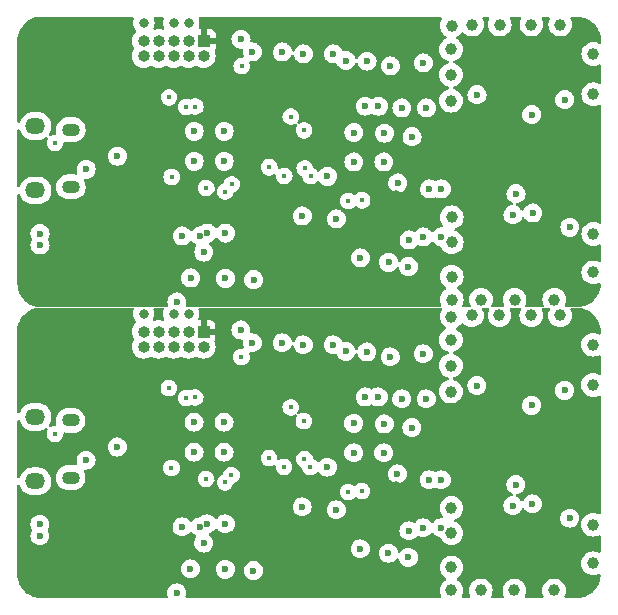
<source format=gbr>
%TF.GenerationSoftware,KiCad,Pcbnew,7.0.2*%
%TF.CreationDate,2023-04-27T09:09:23+02:00*%
%TF.ProjectId,STM32_RF,53544d33-325f-4524-962e-6b696361645f,rev?*%
%TF.SameCoordinates,Original*%
%TF.FileFunction,Copper,L3,Inr*%
%TF.FilePolarity,Positive*%
%FSLAX46Y46*%
G04 Gerber Fmt 4.6, Leading zero omitted, Abs format (unit mm)*
G04 Created by KiCad (PCBNEW 7.0.2) date 2023-04-27 09:09:23*
%MOMM*%
%LPD*%
G01*
G04 APERTURE LIST*
%TA.AperFunction,ComponentPad*%
%ADD10R,1.000000X1.000000*%
%TD*%
%TA.AperFunction,ComponentPad*%
%ADD11O,1.000000X1.000000*%
%TD*%
%TA.AperFunction,ComponentPad*%
%ADD12O,1.700000X1.350000*%
%TD*%
%TA.AperFunction,ComponentPad*%
%ADD13O,1.500000X1.100000*%
%TD*%
%TA.AperFunction,ViaPad*%
%ADD14C,0.600000*%
%TD*%
%TA.AperFunction,ViaPad*%
%ADD15C,0.400000*%
%TD*%
%TA.AperFunction,ViaPad*%
%ADD16C,1.000000*%
%TD*%
%TA.AperFunction,ViaPad*%
%ADD17C,0.800000*%
%TD*%
G04 APERTURE END LIST*
D10*
%TO.N,+3.3V*%
%TO.C,J1*%
X92521251Y-58028014D03*
D11*
%TO.N,SWDIO*%
X92521251Y-59298014D03*
%TO.N,GND*%
X91251251Y-58028014D03*
%TO.N,SWCLK*%
X91251251Y-59298014D03*
%TO.N,GND*%
X89981251Y-58028014D03*
%TO.N,unconnected-(J1-Pin_b6-Pad6)*%
X89981251Y-59298014D03*
%TO.N,unconnected-(J1-Pin_a8-Pad7)*%
X88711251Y-58028014D03*
%TO.N,unconnected-(J1-Pin_b8-Pad8)*%
X88711251Y-59298014D03*
%TO.N,GND*%
X87441251Y-58028014D03*
%TO.N,NRST*%
X87441251Y-59298014D03*
%TD*%
D12*
%TO.N,unconnected-(J3-Shield-Pad6)*%
%TO.C,J3*%
X78262051Y-65224814D03*
D13*
X81262051Y-65534814D03*
X81262051Y-70374814D03*
D12*
X78262051Y-70684814D03*
%TD*%
%TO.N,unconnected-(J3-Shield-Pad6)*%
%TO.C,J3*%
X78247600Y-89848400D03*
D13*
X81247600Y-90158400D03*
X81247600Y-94998400D03*
D12*
X78247600Y-95308400D03*
%TD*%
D11*
%TO.N,NRST*%
%TO.C,J1*%
X87426800Y-83921600D03*
%TO.N,GND*%
X87426800Y-82651600D03*
%TO.N,unconnected-(J1-Pin_b8-Pad8)*%
X88696800Y-83921600D03*
%TO.N,unconnected-(J1-Pin_a8-Pad7)*%
X88696800Y-82651600D03*
%TO.N,unconnected-(J1-Pin_b6-Pad6)*%
X89966800Y-83921600D03*
%TO.N,GND*%
X89966800Y-82651600D03*
%TO.N,SWCLK*%
X91236800Y-83921600D03*
%TO.N,GND*%
X91236800Y-82651600D03*
%TO.N,SWDIO*%
X92506800Y-83921600D03*
D10*
%TO.N,+3.3V*%
X92506800Y-82651600D03*
%TD*%
D14*
%TO.N,+3.3V*%
X96636051Y-61751614D03*
D15*
%TO.N,DR*%
X101055651Y-68817388D03*
%TO.N,SPI3_MISO*%
X99328451Y-69458014D03*
D14*
%TO.N,GND*%
X112641892Y-74621203D03*
D15*
%TO.N,SPI3_SCK*%
X104767892Y-71573203D03*
D16*
%TO.N,GND*%
X125494292Y-62530803D03*
D14*
X102989892Y-69490403D03*
X109844051Y-77128814D03*
X100957892Y-59127203D03*
D16*
X125494292Y-59127203D03*
D17*
X91251251Y-56504014D03*
D14*
X106342692Y-59736803D03*
X111371892Y-63699203D03*
X105783892Y-76399203D03*
D16*
X122192292Y-79922814D03*
X113454692Y-58720803D03*
X115232692Y-56638003D03*
X113505492Y-79922814D03*
D14*
X107815892Y-65832803D03*
X103497892Y-59127203D03*
X96636051Y-58957614D03*
X106190292Y-63546803D03*
X111117892Y-59889203D03*
D16*
X113505492Y-72944803D03*
D14*
X94353892Y-74291603D03*
X94247551Y-68210814D03*
X92216451Y-74538014D03*
X118953192Y-70963603D03*
X96737651Y-78246414D03*
D15*
X89796451Y-69541214D03*
D14*
X94247551Y-65670814D03*
X90692451Y-74538014D03*
D16*
X113454692Y-63089603D03*
X125494292Y-77618403D03*
X113454692Y-60905203D03*
D15*
X101004851Y-65597214D03*
D14*
X107307892Y-63546803D03*
D16*
X122700292Y-56638003D03*
X113505492Y-77974003D03*
D14*
X120363492Y-72589203D03*
D17*
X89981251Y-56504014D03*
D14*
X91707551Y-65670814D03*
%TO.N,+3.3V*%
X99176051Y-61751614D03*
%TO.N,GND*%
X112641892Y-70557203D03*
X109289092Y-63699203D03*
D17*
%TO.N,+3.3V*%
X92572051Y-71719214D03*
D14*
%TO.N,GND*%
X108323892Y-60143203D03*
X115651192Y-62581603D03*
X123079192Y-62988003D03*
D16*
X117569492Y-56638003D03*
D15*
%TO.N,SPI3_!CS*%
X94876236Y-70169214D03*
%TO.N,+3.3V*%
X96330351Y-64400814D03*
D14*
%TO.N,GND*%
X108933492Y-70049203D03*
X99176051Y-58957614D03*
X91707551Y-68210814D03*
D16*
X118835651Y-79922814D03*
D15*
%TO.N,SPI3_!CS*%
X105926270Y-71512383D03*
D14*
%TO.N,GND*%
X94350051Y-78131214D03*
X111117892Y-74621203D03*
X104564692Y-59686003D03*
D16*
X113505492Y-75078403D03*
D14*
X105225092Y-65782003D03*
X107765092Y-68271203D03*
X100856292Y-72843203D03*
X105225092Y-68271203D03*
X118699192Y-72741603D03*
D16*
X120261892Y-56638003D03*
D14*
X92829892Y-74291603D03*
X120285192Y-64258003D03*
D15*
%TO.N,DR*%
X98057551Y-68718814D03*
D14*
%TO.N,GND*%
X103751892Y-73097203D03*
D17*
%TO.N,+3.3V*%
X92521251Y-56504014D03*
D14*
%TO.N,GND*%
X111625892Y-70557203D03*
X95670851Y-57875614D03*
D17*
%TO.N,+3.3V*%
X108831892Y-71065203D03*
X108577892Y-62429203D03*
D16*
%TO.N,GND*%
X113505492Y-56739603D03*
D15*
%TO.N,SWCLK*%
X91048051Y-63616014D03*
%TO.N,SPI3_MISO*%
X101563651Y-69458014D03*
D16*
%TO.N,GND*%
X115990851Y-79922814D03*
D17*
X87441251Y-56504014D03*
D14*
X110152692Y-66137603D03*
X123513092Y-73808403D03*
D15*
%TO.N,SPI3_SCK*%
X94330051Y-70783429D03*
D17*
%TO.N,+3.3V*%
X103751892Y-61921203D03*
D15*
%TO.N,GND*%
X99887251Y-64428814D03*
%TO.N,NRST*%
X92724451Y-70474014D03*
D14*
%TO.N,GND*%
X78652851Y-75300014D03*
D15*
%TO.N,+5V*%
X79922851Y-66664014D03*
D14*
%TO.N,+3.3V*%
X86679251Y-80227614D03*
%TO.N,GND*%
X109898692Y-74875203D03*
X91403651Y-78094014D03*
D15*
%TO.N,SWDIO*%
X91809151Y-63588014D03*
D14*
%TO.N,+3.3V*%
X85002851Y-77179614D03*
%TO.N,GND*%
X90235251Y-80126014D03*
%TO.N,+3.3V*%
X81243651Y-77636814D03*
%TO.N,GND*%
X82564451Y-68899214D03*
%TO.N,+5V*%
X85206051Y-67781614D03*
%TO.N,GND*%
X92521251Y-75909614D03*
%TO.N,+3.3V*%
X85764851Y-75249214D03*
D15*
%TO.N,GND*%
X89574851Y-62803214D03*
D17*
%TO.N,+3.3V*%
X100703892Y-61667203D03*
D15*
X103341651Y-66765614D03*
D14*
X78602051Y-77128814D03*
%TO.N,GND*%
X78652851Y-74334814D03*
%TO.N,+3.3V*%
X88406451Y-77128814D03*
%TO.N,GND*%
X108167651Y-76773214D03*
D15*
%TO.N,NRST*%
X95721651Y-60161614D03*
D16*
%TO.N,GND*%
X125494292Y-74367203D03*
D14*
%TO.N,+3.3V*%
X92470451Y-80075214D03*
D15*
%TO.N,GND*%
X99872800Y-89052400D03*
D14*
%TO.N,+3.3V*%
X92456000Y-104698800D03*
D15*
%TO.N,NRST*%
X92710000Y-95097600D03*
%TO.N,GND*%
X89560400Y-87426800D03*
D14*
X108153200Y-101396800D03*
X91389200Y-102717600D03*
X92506800Y-100533200D03*
X90220800Y-104749600D03*
%TO.N,+3.3V*%
X85750400Y-99872800D03*
X81229200Y-102260400D03*
X78587600Y-101752400D03*
X84988400Y-101803200D03*
X86664800Y-104851200D03*
X88392000Y-101752400D03*
%TO.N,GND*%
X78638400Y-99923600D03*
X78638400Y-98958400D03*
X82550000Y-93522800D03*
%TO.N,+5V*%
X85191600Y-92405200D03*
D15*
X79908400Y-91287600D03*
%TO.N,SPI3_MISO*%
X101549200Y-94081600D03*
X99314000Y-94081600D03*
%TO.N,SPI3_!CS*%
X94861785Y-94792800D03*
%TO.N,SPI3_SCK*%
X94315600Y-95407015D03*
%TO.N,DR*%
X101041200Y-93440974D03*
%TO.N,GND*%
X89782000Y-94164800D03*
X100990400Y-90220800D03*
%TO.N,+3.3V*%
X103327200Y-91389200D03*
D14*
X96621600Y-86375200D03*
D17*
X92506800Y-81127600D03*
X108563441Y-87052789D03*
X103737441Y-86544789D03*
X108817441Y-95688789D03*
D15*
X96315900Y-89024400D03*
D14*
X99161600Y-86375200D03*
D17*
X92557600Y-96342800D03*
X100689441Y-86290789D03*
D16*
%TO.N,GND*%
X117555041Y-81261589D03*
D14*
X123064741Y-87611589D03*
X115636741Y-87205189D03*
X91693100Y-90294400D03*
X94233100Y-92834400D03*
X103737441Y-97720789D03*
X92202000Y-99161600D03*
D16*
X113491041Y-97568389D03*
D14*
X105210641Y-92894789D03*
D16*
X120247441Y-81261589D03*
X113440241Y-85528789D03*
D14*
X111611441Y-95180789D03*
X123498641Y-98431989D03*
X100841841Y-97466789D03*
X107750641Y-92894789D03*
X111103441Y-99244789D03*
X103483441Y-83750789D03*
X96621600Y-83581200D03*
X111103441Y-84512789D03*
X110138241Y-90761189D03*
X92815441Y-98915189D03*
D16*
X118821200Y-104546400D03*
D14*
X106175841Y-88170389D03*
D16*
X113491041Y-102597589D03*
D14*
X107801441Y-90456389D03*
D16*
X113440241Y-83344389D03*
D14*
X108919041Y-94672789D03*
X107293441Y-88170389D03*
X91693100Y-92834400D03*
X90678000Y-99161600D03*
D16*
X113491041Y-104546400D03*
D14*
X118684741Y-97365189D03*
D16*
X122177841Y-104546400D03*
X115218241Y-81261589D03*
D14*
X112627441Y-95180789D03*
X99161600Y-83581200D03*
D16*
X125479841Y-98990789D03*
D14*
X94335600Y-102754800D03*
D16*
X113440241Y-87713189D03*
D14*
X106328241Y-84360389D03*
D16*
X113491041Y-99701989D03*
X125479841Y-102241989D03*
D14*
X109884241Y-99498789D03*
D16*
X113491041Y-81363189D03*
D14*
X95656400Y-82499200D03*
X96723200Y-102870000D03*
D17*
X91236800Y-81127600D03*
D14*
X104550241Y-84309589D03*
X120270741Y-88881589D03*
X111357441Y-88322789D03*
X94233100Y-90294400D03*
X109829600Y-101752400D03*
X94339441Y-98915189D03*
X102975441Y-94113989D03*
X109274641Y-88322789D03*
D16*
X125479841Y-83750789D03*
D14*
X100943441Y-83750789D03*
D17*
X87426800Y-81127600D03*
D16*
X122685841Y-81261589D03*
D14*
X105769441Y-101022789D03*
X118938741Y-95587189D03*
X108309441Y-84766789D03*
D16*
X125479841Y-87154389D03*
D17*
X89966800Y-81127600D03*
D14*
X105210641Y-90405589D03*
X112627441Y-99244789D03*
D16*
X115976400Y-104546400D03*
D14*
X120349041Y-97212789D03*
D15*
%TO.N,NRST*%
X95707200Y-84785200D03*
%TO.N,SPI3_SCK*%
X104753441Y-96196789D03*
%TO.N,SPI3_!CS*%
X105911819Y-96135969D03*
%TO.N,DR*%
X98043100Y-93342400D03*
%TO.N,SWDIO*%
X91794700Y-88211600D03*
%TO.N,SWCLK*%
X91033600Y-88239600D03*
%TD*%
%TA.AperFunction,Conductor*%
%TO.N,+3.3V*%
G36*
X86547367Y-80620874D02*
G01*
X86593122Y-80673678D01*
X86603066Y-80742836D01*
X86598259Y-80763507D01*
X86541126Y-80939342D01*
X86521340Y-81127600D01*
X86541126Y-81315857D01*
X86599620Y-81495884D01*
X86694266Y-81659816D01*
X86762050Y-81735097D01*
X86792280Y-81798088D01*
X86783655Y-81867423D01*
X86748567Y-81913921D01*
X86715915Y-81940718D01*
X86590889Y-82093062D01*
X86497985Y-82266873D01*
X86440776Y-82455466D01*
X86421459Y-82651600D01*
X86440776Y-82847733D01*
X86497985Y-83036326D01*
X86596647Y-83220909D01*
X86594972Y-83221803D01*
X86616395Y-83272246D01*
X86604604Y-83341113D01*
X86592825Y-83359440D01*
X86497985Y-83536873D01*
X86440776Y-83725466D01*
X86421459Y-83921600D01*
X86440776Y-84117733D01*
X86497985Y-84306326D01*
X86540981Y-84386765D01*
X86590890Y-84480138D01*
X86715917Y-84632483D01*
X86868262Y-84757510D01*
X87042073Y-84850414D01*
X87230668Y-84907624D01*
X87426800Y-84926941D01*
X87622932Y-84907624D01*
X87811527Y-84850414D01*
X87933534Y-84785200D01*
X87996110Y-84751753D01*
X87997005Y-84753428D01*
X88047438Y-84732006D01*
X88116306Y-84743793D01*
X88134631Y-84755570D01*
X88312073Y-84850413D01*
X88312073Y-84850414D01*
X88500668Y-84907624D01*
X88696800Y-84926941D01*
X88892932Y-84907624D01*
X89081527Y-84850414D01*
X89203534Y-84785200D01*
X89266110Y-84751753D01*
X89267005Y-84753428D01*
X89317438Y-84732006D01*
X89386306Y-84743793D01*
X89404631Y-84755570D01*
X89582072Y-84850413D01*
X89582073Y-84850414D01*
X89770668Y-84907624D01*
X89966800Y-84926941D01*
X90162932Y-84907624D01*
X90351527Y-84850414D01*
X90473534Y-84785200D01*
X90536110Y-84751753D01*
X90537005Y-84753428D01*
X90587438Y-84732006D01*
X90656306Y-84743793D01*
X90674631Y-84755570D01*
X90852072Y-84850413D01*
X90852073Y-84850414D01*
X91040668Y-84907624D01*
X91236800Y-84926941D01*
X91432932Y-84907624D01*
X91621527Y-84850414D01*
X91743534Y-84785200D01*
X91806110Y-84751753D01*
X91807005Y-84753428D01*
X91857438Y-84732006D01*
X91926306Y-84743793D01*
X91944631Y-84755570D01*
X92122072Y-84850413D01*
X92122073Y-84850414D01*
X92310668Y-84907624D01*
X92506800Y-84926941D01*
X92702932Y-84907624D01*
X92891527Y-84850414D01*
X93065338Y-84757510D01*
X93217683Y-84632483D01*
X93342710Y-84480138D01*
X93435614Y-84306327D01*
X93492824Y-84117732D01*
X93512141Y-83921600D01*
X93492824Y-83725468D01*
X93435614Y-83536873D01*
X93434216Y-83534259D01*
X93432896Y-83527915D01*
X93432068Y-83525186D01*
X93432312Y-83525111D01*
X93419975Y-83465857D01*
X93444311Y-83401491D01*
X93450153Y-83393686D01*
X93500399Y-83258973D01*
X93506445Y-83202732D01*
X93506800Y-83196118D01*
X93506800Y-82901600D01*
X92721283Y-82901600D01*
X92792601Y-82816607D01*
X92831800Y-82708906D01*
X92831800Y-82594294D01*
X92797189Y-82499200D01*
X94850834Y-82499200D01*
X94871031Y-82678451D01*
X94871031Y-82678453D01*
X94871032Y-82678455D01*
X94930611Y-82848722D01*
X94965599Y-82904405D01*
X95026585Y-83001464D01*
X95154135Y-83129014D01*
X95154137Y-83129015D01*
X95154138Y-83129016D01*
X95306878Y-83224989D01*
X95477145Y-83284568D01*
X95566772Y-83294666D01*
X95656397Y-83304765D01*
X95656398Y-83304764D01*
X95656400Y-83304765D01*
X95695119Y-83300402D01*
X95763940Y-83312455D01*
X95815321Y-83359804D01*
X95832946Y-83427414D01*
X95832224Y-83437505D01*
X95816034Y-83581199D01*
X95836231Y-83760455D01*
X95891970Y-83919745D01*
X95895532Y-83989524D01*
X95860804Y-84050151D01*
X95798810Y-84082379D01*
X95774929Y-84084700D01*
X95622144Y-84084700D01*
X95589484Y-84092749D01*
X95456975Y-84125409D01*
X95306349Y-84204465D01*
X95179015Y-84317272D01*
X95082382Y-84457269D01*
X95022060Y-84616327D01*
X95001554Y-84785200D01*
X95022060Y-84954072D01*
X95082382Y-85113130D01*
X95179015Y-85253127D01*
X95179016Y-85253128D01*
X95179017Y-85253129D01*
X95306348Y-85365934D01*
X95456975Y-85444990D01*
X95622144Y-85485700D01*
X95622145Y-85485700D01*
X95792255Y-85485700D01*
X95792256Y-85485700D01*
X95957425Y-85444990D01*
X96108052Y-85365934D01*
X96235383Y-85253129D01*
X96332018Y-85113130D01*
X96392340Y-84954072D01*
X96412845Y-84785200D01*
X96392340Y-84616328D01*
X96363190Y-84539467D01*
X96357824Y-84469805D01*
X96390972Y-84408298D01*
X96452110Y-84374477D01*
X96493015Y-84372277D01*
X96621600Y-84386765D01*
X96800855Y-84366568D01*
X96971122Y-84306989D01*
X97123862Y-84211016D01*
X97251416Y-84083462D01*
X97347389Y-83930722D01*
X97406968Y-83760455D01*
X97427165Y-83581200D01*
X97427165Y-83581199D01*
X98356034Y-83581199D01*
X98376231Y-83760451D01*
X98376231Y-83760453D01*
X98376232Y-83760455D01*
X98435811Y-83930722D01*
X98486171Y-84010869D01*
X98531785Y-84083464D01*
X98659335Y-84211014D01*
X98659337Y-84211015D01*
X98659338Y-84211016D01*
X98812078Y-84306989D01*
X98982345Y-84366568D01*
X99161600Y-84386765D01*
X99340855Y-84366568D01*
X99511122Y-84306989D01*
X99663862Y-84211016D01*
X99791416Y-84083462D01*
X99887389Y-83930722D01*
X99912766Y-83858196D01*
X99953486Y-83801422D01*
X100018439Y-83775674D01*
X100087000Y-83789130D01*
X100137404Y-83837516D01*
X100153027Y-83885267D01*
X100158072Y-83930039D01*
X100158072Y-83930040D01*
X100158073Y-83930044D01*
X100217652Y-84100311D01*
X100240689Y-84136974D01*
X100313626Y-84253053D01*
X100441176Y-84380603D01*
X100441178Y-84380604D01*
X100441179Y-84380605D01*
X100593919Y-84476578D01*
X100764186Y-84536157D01*
X100943441Y-84556354D01*
X101122696Y-84536157D01*
X101292963Y-84476578D01*
X101445703Y-84380605D01*
X101573257Y-84253051D01*
X101669230Y-84100311D01*
X101728809Y-83930044D01*
X101749006Y-83750789D01*
X102677875Y-83750789D01*
X102698072Y-83930040D01*
X102698072Y-83930042D01*
X102698073Y-83930044D01*
X102757652Y-84100311D01*
X102780689Y-84136974D01*
X102853626Y-84253053D01*
X102981176Y-84380603D01*
X102981178Y-84380604D01*
X102981179Y-84380605D01*
X103133919Y-84476578D01*
X103304186Y-84536157D01*
X103483441Y-84556354D01*
X103676580Y-84534593D01*
X103677053Y-84538791D01*
X103721190Y-84536530D01*
X103781824Y-84571247D01*
X103809430Y-84616183D01*
X103824451Y-84659109D01*
X103824452Y-84659111D01*
X103870255Y-84732006D01*
X103920426Y-84811853D01*
X104047976Y-84939403D01*
X104047978Y-84939404D01*
X104047979Y-84939405D01*
X104200719Y-85035378D01*
X104370986Y-85094957D01*
X104505427Y-85110104D01*
X104550240Y-85115154D01*
X104550240Y-85115153D01*
X104550241Y-85115154D01*
X104729496Y-85094957D01*
X104899763Y-85035378D01*
X105052503Y-84939405D01*
X105180057Y-84811851D01*
X105276030Y-84659111D01*
X105313312Y-84552564D01*
X105354033Y-84495790D01*
X105418985Y-84470042D01*
X105487547Y-84483498D01*
X105537950Y-84531885D01*
X105547391Y-84552558D01*
X105602452Y-84709911D01*
X105638191Y-84766789D01*
X105698426Y-84862653D01*
X105825976Y-84990203D01*
X105825978Y-84990204D01*
X105825979Y-84990205D01*
X105978719Y-85086178D01*
X106148986Y-85145757D01*
X106283427Y-85160904D01*
X106328240Y-85165954D01*
X106328240Y-85165953D01*
X106328241Y-85165954D01*
X106507496Y-85145757D01*
X106677763Y-85086178D01*
X106830503Y-84990205D01*
X106958057Y-84862651D01*
X107018291Y-84766789D01*
X107503875Y-84766789D01*
X107524072Y-84946040D01*
X107524072Y-84946042D01*
X107524073Y-84946044D01*
X107583652Y-85116311D01*
X107600174Y-85142605D01*
X107679626Y-85269053D01*
X107807176Y-85396603D01*
X107807178Y-85396604D01*
X107807179Y-85396605D01*
X107959919Y-85492578D01*
X108130186Y-85552157D01*
X108264627Y-85567304D01*
X108309440Y-85572354D01*
X108309440Y-85572353D01*
X108309441Y-85572354D01*
X108488696Y-85552157D01*
X108658963Y-85492578D01*
X108811703Y-85396605D01*
X108939257Y-85269051D01*
X109035230Y-85116311D01*
X109094809Y-84946044D01*
X109115006Y-84766789D01*
X109094809Y-84587534D01*
X109068654Y-84512788D01*
X110297875Y-84512788D01*
X110318072Y-84692040D01*
X110318072Y-84692042D01*
X110318073Y-84692044D01*
X110377652Y-84862311D01*
X110406124Y-84907624D01*
X110473626Y-85015053D01*
X110601176Y-85142603D01*
X110601178Y-85142604D01*
X110601179Y-85142605D01*
X110753919Y-85238578D01*
X110924186Y-85298157D01*
X111103441Y-85318354D01*
X111282696Y-85298157D01*
X111452963Y-85238578D01*
X111605703Y-85142605D01*
X111733257Y-85015051D01*
X111829230Y-84862311D01*
X111888809Y-84692044D01*
X111909006Y-84512789D01*
X111888809Y-84333534D01*
X111829230Y-84163267D01*
X111733257Y-84010527D01*
X111733256Y-84010526D01*
X111733255Y-84010524D01*
X111605705Y-83882974D01*
X111475915Y-83801422D01*
X111452963Y-83787000D01*
X111282696Y-83727421D01*
X111282694Y-83727420D01*
X111282692Y-83727420D01*
X111103440Y-83707223D01*
X110924189Y-83727420D01*
X110924186Y-83727420D01*
X110924186Y-83727421D01*
X110753919Y-83787000D01*
X110753917Y-83787000D01*
X110753917Y-83787001D01*
X110601176Y-83882974D01*
X110473626Y-84010524D01*
X110394173Y-84136974D01*
X110377652Y-84163267D01*
X110326544Y-84309325D01*
X110318072Y-84333537D01*
X110297875Y-84512788D01*
X109068654Y-84512788D01*
X109035230Y-84417267D01*
X108939257Y-84264527D01*
X108939256Y-84264526D01*
X108939255Y-84264524D01*
X108811705Y-84136974D01*
X108724817Y-84082379D01*
X108658963Y-84041000D01*
X108488696Y-83981421D01*
X108488694Y-83981420D01*
X108488692Y-83981420D01*
X108309441Y-83961223D01*
X108130189Y-83981420D01*
X108130186Y-83981420D01*
X108130186Y-83981421D01*
X107959919Y-84041000D01*
X107959917Y-84041000D01*
X107959917Y-84041001D01*
X107807176Y-84136974D01*
X107679626Y-84264524D01*
X107583653Y-84417265D01*
X107583652Y-84417267D01*
X107540181Y-84541499D01*
X107524072Y-84587537D01*
X107503875Y-84766789D01*
X107018291Y-84766789D01*
X107054030Y-84709911D01*
X107113609Y-84539644D01*
X107133806Y-84360389D01*
X107113609Y-84181134D01*
X107054030Y-84010867D01*
X106958057Y-83858127D01*
X106958056Y-83858126D01*
X106958055Y-83858124D01*
X106830505Y-83730574D01*
X106749655Y-83679773D01*
X106677763Y-83634600D01*
X106507496Y-83575021D01*
X106507494Y-83575020D01*
X106507492Y-83575020D01*
X106328241Y-83554823D01*
X106148989Y-83575020D01*
X106148986Y-83575020D01*
X106148986Y-83575021D01*
X105978719Y-83634600D01*
X105978717Y-83634600D01*
X105978717Y-83634601D01*
X105825976Y-83730574D01*
X105698426Y-83858124D01*
X105602450Y-84010869D01*
X105565169Y-84117412D01*
X105524447Y-84174188D01*
X105459494Y-84199935D01*
X105390933Y-84186478D01*
X105340530Y-84138091D01*
X105331090Y-84117420D01*
X105276030Y-83960067D01*
X105180057Y-83807327D01*
X105180056Y-83807326D01*
X105180055Y-83807324D01*
X105052505Y-83679774D01*
X104980611Y-83634600D01*
X104899763Y-83583800D01*
X104729496Y-83524221D01*
X104729494Y-83524220D01*
X104729492Y-83524220D01*
X104550241Y-83504023D01*
X104357103Y-83525785D01*
X104356630Y-83521589D01*
X104312452Y-83523839D01*
X104251829Y-83489102D01*
X104224250Y-83444193D01*
X104218379Y-83427414D01*
X104209230Y-83401267D01*
X104113257Y-83248527D01*
X104113256Y-83248526D01*
X104113255Y-83248524D01*
X103985705Y-83120974D01*
X103918800Y-83078935D01*
X103832963Y-83025000D01*
X103662696Y-82965421D01*
X103662694Y-82965420D01*
X103662692Y-82965420D01*
X103483440Y-82945223D01*
X103304189Y-82965420D01*
X103304186Y-82965420D01*
X103304186Y-82965421D01*
X103133919Y-83025000D01*
X103133917Y-83025000D01*
X103133917Y-83025001D01*
X102981176Y-83120974D01*
X102853626Y-83248524D01*
X102762415Y-83393686D01*
X102757652Y-83401267D01*
X102703920Y-83554824D01*
X102698072Y-83571537D01*
X102677875Y-83750789D01*
X101749006Y-83750789D01*
X101728809Y-83571534D01*
X101669230Y-83401267D01*
X101573257Y-83248527D01*
X101573256Y-83248526D01*
X101573255Y-83248524D01*
X101445705Y-83120974D01*
X101378800Y-83078935D01*
X101292963Y-83025000D01*
X101122696Y-82965421D01*
X101122694Y-82965420D01*
X101122692Y-82965420D01*
X100943440Y-82945223D01*
X100764189Y-82965420D01*
X100764186Y-82965420D01*
X100764186Y-82965421D01*
X100593919Y-83025000D01*
X100593917Y-83025000D01*
X100593917Y-83025001D01*
X100441176Y-83120974D01*
X100313626Y-83248524D01*
X100217650Y-83401269D01*
X100192274Y-83473791D01*
X100151552Y-83530567D01*
X100086600Y-83556314D01*
X100018038Y-83542858D01*
X99967635Y-83494470D01*
X99952013Y-83446719D01*
X99946968Y-83401949D01*
X99946968Y-83401948D01*
X99946968Y-83401945D01*
X99887389Y-83231678D01*
X99791416Y-83078938D01*
X99791415Y-83078937D01*
X99791414Y-83078935D01*
X99663864Y-82951385D01*
X99542226Y-82874955D01*
X99511122Y-82855411D01*
X99340855Y-82795832D01*
X99340853Y-82795831D01*
X99340851Y-82795831D01*
X99161600Y-82775634D01*
X98982348Y-82795831D01*
X98982345Y-82795831D01*
X98982345Y-82795832D01*
X98812078Y-82855411D01*
X98812076Y-82855411D01*
X98812076Y-82855412D01*
X98659335Y-82951385D01*
X98531785Y-83078935D01*
X98442016Y-83221803D01*
X98435811Y-83231678D01*
X98410237Y-83304765D01*
X98376231Y-83401948D01*
X98356034Y-83581199D01*
X97427165Y-83581199D01*
X97406968Y-83401945D01*
X97347389Y-83231678D01*
X97251416Y-83078938D01*
X97251415Y-83078937D01*
X97251414Y-83078935D01*
X97123864Y-82951385D01*
X97002226Y-82874955D01*
X96971122Y-82855411D01*
X96800855Y-82795832D01*
X96800853Y-82795831D01*
X96800851Y-82795831D01*
X96621599Y-82775634D01*
X96582878Y-82779997D01*
X96514056Y-82767942D01*
X96462677Y-82720593D01*
X96445053Y-82652983D01*
X96445775Y-82642893D01*
X96456860Y-82544505D01*
X96461965Y-82499200D01*
X96459432Y-82476723D01*
X96450652Y-82398795D01*
X96441768Y-82319945D01*
X96382189Y-82149678D01*
X96286216Y-81996938D01*
X96286215Y-81996937D01*
X96286214Y-81996935D01*
X96158664Y-81869385D01*
X96084419Y-81822734D01*
X96005922Y-81773411D01*
X95835655Y-81713832D01*
X95835653Y-81713831D01*
X95835651Y-81713831D01*
X95656399Y-81693634D01*
X95477148Y-81713831D01*
X95477145Y-81713831D01*
X95477145Y-81713832D01*
X95306878Y-81773411D01*
X95306876Y-81773411D01*
X95306876Y-81773412D01*
X95154135Y-81869385D01*
X95026585Y-81996935D01*
X94930612Y-82149676D01*
X94930611Y-82149678D01*
X94889603Y-82266873D01*
X94871031Y-82319948D01*
X94850834Y-82499200D01*
X92797189Y-82499200D01*
X92792601Y-82486593D01*
X92718929Y-82398795D01*
X92619671Y-82341488D01*
X92535236Y-82326600D01*
X92478364Y-82326600D01*
X92393929Y-82341488D01*
X92294671Y-82398795D01*
X92256800Y-82443927D01*
X92256800Y-81651600D01*
X92756800Y-81651600D01*
X92756800Y-82401600D01*
X93506799Y-82401600D01*
X93506800Y-82107081D01*
X93506445Y-82100467D01*
X93500399Y-82044228D01*
X93450152Y-81909510D01*
X93363988Y-81794411D01*
X93248889Y-81708247D01*
X93114171Y-81658000D01*
X93057932Y-81651954D01*
X93051318Y-81651600D01*
X92756800Y-81651600D01*
X92256800Y-81651600D01*
X92184055Y-81651600D01*
X92117016Y-81631915D01*
X92071261Y-81579111D01*
X92061317Y-81509953D01*
X92066124Y-81489282D01*
X92074405Y-81463795D01*
X92122474Y-81315856D01*
X92142260Y-81127600D01*
X92122474Y-80939344D01*
X92072729Y-80786246D01*
X92065341Y-80763507D01*
X92063346Y-80693666D01*
X92099426Y-80633833D01*
X92162127Y-80603005D01*
X92183272Y-80601189D01*
X112559932Y-80601189D01*
X112626971Y-80620874D01*
X112672726Y-80673678D01*
X112682670Y-80742836D01*
X112660315Y-80793573D01*
X112660888Y-80793880D01*
X112656858Y-80801418D01*
X112655786Y-80803853D01*
X112655130Y-80804652D01*
X112562226Y-80978462D01*
X112505017Y-81167055D01*
X112485700Y-81363189D01*
X112505017Y-81559322D01*
X112562226Y-81747915D01*
X112615289Y-81847188D01*
X112655131Y-81921727D01*
X112780158Y-82074072D01*
X112932503Y-82199099D01*
X112991915Y-82230855D01*
X113041757Y-82279816D01*
X113057218Y-82347953D01*
X113033387Y-82413633D01*
X112991913Y-82449570D01*
X112881704Y-82508478D01*
X112729358Y-82633506D01*
X112604330Y-82785852D01*
X112511426Y-82959662D01*
X112454217Y-83148255D01*
X112434900Y-83344389D01*
X112454217Y-83540522D01*
X112511426Y-83729115D01*
X112569368Y-83837516D01*
X112604331Y-83902927D01*
X112729358Y-84055272D01*
X112881703Y-84180299D01*
X113017816Y-84253053D01*
X113055514Y-84273203D01*
X113202953Y-84317929D01*
X113261391Y-84356226D01*
X113289848Y-84420039D01*
X113279287Y-84489106D01*
X113233062Y-84541499D01*
X113202953Y-84555249D01*
X113055514Y-84599974D01*
X112881704Y-84692878D01*
X112729358Y-84817906D01*
X112604330Y-84970252D01*
X112511426Y-85144062D01*
X112454217Y-85332655D01*
X112434900Y-85528788D01*
X112454217Y-85724922D01*
X112511426Y-85913515D01*
X112511427Y-85913516D01*
X112604331Y-86087327D01*
X112729358Y-86239672D01*
X112881703Y-86364699D01*
X113055514Y-86457603D01*
X113202955Y-86502329D01*
X113261391Y-86540625D01*
X113289847Y-86604437D01*
X113279287Y-86673504D01*
X113233063Y-86725898D01*
X113202954Y-86739648D01*
X113055513Y-86784375D01*
X112881704Y-86877278D01*
X112729358Y-87002306D01*
X112604330Y-87154652D01*
X112511426Y-87328462D01*
X112454217Y-87517055D01*
X112434900Y-87713189D01*
X112454217Y-87909322D01*
X112511426Y-88097915D01*
X112572192Y-88211599D01*
X112604331Y-88271727D01*
X112729358Y-88424072D01*
X112881703Y-88549099D01*
X113055514Y-88642003D01*
X113244109Y-88699213D01*
X113440241Y-88718530D01*
X113636373Y-88699213D01*
X113824968Y-88642003D01*
X113998779Y-88549099D01*
X114151124Y-88424072D01*
X114276151Y-88271727D01*
X114369055Y-88097916D01*
X114426265Y-87909321D01*
X114445582Y-87713189D01*
X114426265Y-87517057D01*
X114369055Y-87328462D01*
X114303164Y-87205188D01*
X114831175Y-87205188D01*
X114851372Y-87384440D01*
X114851372Y-87384442D01*
X114851373Y-87384444D01*
X114910952Y-87554711D01*
X114946691Y-87611589D01*
X115006926Y-87707453D01*
X115134476Y-87835003D01*
X115134478Y-87835004D01*
X115134479Y-87835005D01*
X115287219Y-87930978D01*
X115457486Y-87990557D01*
X115636741Y-88010754D01*
X115815996Y-87990557D01*
X115986263Y-87930978D01*
X116139003Y-87835005D01*
X116266557Y-87707451D01*
X116326791Y-87611589D01*
X122259175Y-87611589D01*
X122279372Y-87790840D01*
X122279372Y-87790842D01*
X122279373Y-87790844D01*
X122338952Y-87961111D01*
X122338953Y-87961112D01*
X122434926Y-88113853D01*
X122562476Y-88241403D01*
X122562478Y-88241404D01*
X122562479Y-88241405D01*
X122715219Y-88337378D01*
X122885486Y-88396957D01*
X123064741Y-88417154D01*
X123243996Y-88396957D01*
X123414263Y-88337378D01*
X123567003Y-88241405D01*
X123694557Y-88113851D01*
X123790530Y-87961111D01*
X123850109Y-87790844D01*
X123870306Y-87611589D01*
X123850109Y-87432334D01*
X123790530Y-87262067D01*
X123694557Y-87109327D01*
X123694556Y-87109326D01*
X123694555Y-87109324D01*
X123567005Y-86981774D01*
X123504608Y-86942568D01*
X123414263Y-86885800D01*
X123243996Y-86826221D01*
X123243994Y-86826220D01*
X123243992Y-86826220D01*
X123064740Y-86806023D01*
X122885489Y-86826220D01*
X122885486Y-86826220D01*
X122885486Y-86826221D01*
X122715219Y-86885800D01*
X122715217Y-86885800D01*
X122715217Y-86885801D01*
X122562476Y-86981774D01*
X122434926Y-87109324D01*
X122338953Y-87262065D01*
X122338952Y-87262067D01*
X122295929Y-87385020D01*
X122279372Y-87432337D01*
X122259175Y-87611589D01*
X116326791Y-87611589D01*
X116362530Y-87554711D01*
X116422109Y-87384444D01*
X116442306Y-87205189D01*
X116422109Y-87025934D01*
X116362530Y-86855667D01*
X116266557Y-86702927D01*
X116266556Y-86702926D01*
X116266555Y-86702924D01*
X116139005Y-86575374D01*
X116022751Y-86502327D01*
X115986263Y-86479400D01*
X115815996Y-86419821D01*
X115815994Y-86419820D01*
X115815992Y-86419820D01*
X115636741Y-86399623D01*
X115457489Y-86419820D01*
X115457486Y-86419820D01*
X115457486Y-86419821D01*
X115287219Y-86479400D01*
X115287217Y-86479400D01*
X115287217Y-86479401D01*
X115134476Y-86575374D01*
X115006926Y-86702924D01*
X114910953Y-86855665D01*
X114910952Y-86855667D01*
X114874839Y-86958872D01*
X114851372Y-87025937D01*
X114831175Y-87205188D01*
X114303164Y-87205188D01*
X114276151Y-87154651D01*
X114151124Y-87002306D01*
X113998779Y-86877279D01*
X113940382Y-86846065D01*
X113824967Y-86784374D01*
X113677528Y-86739649D01*
X113619090Y-86701352D01*
X113590633Y-86637539D01*
X113601194Y-86568472D01*
X113647419Y-86516079D01*
X113677528Y-86502329D01*
X113753113Y-86479400D01*
X113824968Y-86457603D01*
X113998779Y-86364699D01*
X114151124Y-86239672D01*
X114276151Y-86087327D01*
X114369055Y-85913516D01*
X114426265Y-85724921D01*
X114445582Y-85528789D01*
X114426265Y-85332657D01*
X114369055Y-85144062D01*
X114276151Y-84970251D01*
X114151124Y-84817906D01*
X113998779Y-84692879D01*
X113935600Y-84659109D01*
X113824967Y-84599974D01*
X113677528Y-84555249D01*
X113619090Y-84516952D01*
X113590633Y-84453139D01*
X113601194Y-84384072D01*
X113647419Y-84331679D01*
X113677528Y-84317929D01*
X113751478Y-84295495D01*
X113824968Y-84273203D01*
X113998779Y-84180299D01*
X114151124Y-84055272D01*
X114276151Y-83902927D01*
X114369055Y-83729116D01*
X114426265Y-83540521D01*
X114445582Y-83344389D01*
X114426265Y-83148257D01*
X114369055Y-82959662D01*
X114276151Y-82785851D01*
X114151124Y-82633506D01*
X113998779Y-82508479D01*
X113939368Y-82476723D01*
X113889524Y-82427761D01*
X113874063Y-82359623D01*
X113897895Y-82293944D01*
X113939364Y-82258009D01*
X114049579Y-82199099D01*
X114201924Y-82074072D01*
X114300482Y-81953979D01*
X114358223Y-81914648D01*
X114428068Y-81912777D01*
X114487836Y-81948964D01*
X114492160Y-81953953D01*
X114507358Y-81972472D01*
X114659703Y-82097499D01*
X114833514Y-82190403D01*
X115022109Y-82247613D01*
X115218241Y-82266930D01*
X115414373Y-82247613D01*
X115602968Y-82190403D01*
X115776779Y-82097499D01*
X115929124Y-81972472D01*
X116054151Y-81820127D01*
X116147055Y-81646316D01*
X116204265Y-81457721D01*
X116223582Y-81261589D01*
X116204265Y-81065457D01*
X116147055Y-80876862D01*
X116108458Y-80804652D01*
X116097228Y-80783642D01*
X116082986Y-80715239D01*
X116107986Y-80649995D01*
X116164291Y-80608625D01*
X116206586Y-80601189D01*
X116566696Y-80601189D01*
X116633735Y-80620874D01*
X116679490Y-80673678D01*
X116689434Y-80742836D01*
X116676054Y-80783642D01*
X116626226Y-80876862D01*
X116569017Y-81065455D01*
X116549700Y-81261588D01*
X116569017Y-81457722D01*
X116626226Y-81646315D01*
X116662315Y-81713832D01*
X116719131Y-81820127D01*
X116844158Y-81972472D01*
X116996503Y-82097499D01*
X117170314Y-82190403D01*
X117358909Y-82247613D01*
X117555041Y-82266930D01*
X117751173Y-82247613D01*
X117939768Y-82190403D01*
X118113579Y-82097499D01*
X118265924Y-81972472D01*
X118390951Y-81820127D01*
X118483855Y-81646316D01*
X118541065Y-81457721D01*
X118560382Y-81261589D01*
X118541065Y-81065457D01*
X118483855Y-80876862D01*
X118445258Y-80804652D01*
X118434028Y-80783642D01*
X118419786Y-80715239D01*
X118444786Y-80649995D01*
X118501091Y-80608625D01*
X118543386Y-80601189D01*
X119259096Y-80601189D01*
X119326135Y-80620874D01*
X119371890Y-80673678D01*
X119381834Y-80742836D01*
X119368454Y-80783642D01*
X119318626Y-80876862D01*
X119261417Y-81065455D01*
X119242100Y-81261588D01*
X119261417Y-81457722D01*
X119318626Y-81646315D01*
X119354715Y-81713832D01*
X119411531Y-81820127D01*
X119536558Y-81972472D01*
X119688903Y-82097499D01*
X119862714Y-82190403D01*
X120051309Y-82247613D01*
X120247441Y-82266930D01*
X120443573Y-82247613D01*
X120632168Y-82190403D01*
X120805979Y-82097499D01*
X120958324Y-81972472D01*
X121083351Y-81820127D01*
X121176255Y-81646316D01*
X121233465Y-81457721D01*
X121252782Y-81261589D01*
X121233465Y-81065457D01*
X121176255Y-80876862D01*
X121137658Y-80804652D01*
X121126428Y-80783642D01*
X121112186Y-80715239D01*
X121137186Y-80649995D01*
X121193491Y-80608625D01*
X121235786Y-80601189D01*
X121697496Y-80601189D01*
X121764535Y-80620874D01*
X121810290Y-80673678D01*
X121820234Y-80742836D01*
X121806854Y-80783642D01*
X121757026Y-80876862D01*
X121699817Y-81065455D01*
X121680500Y-81261588D01*
X121699817Y-81457722D01*
X121757026Y-81646315D01*
X121793115Y-81713832D01*
X121849931Y-81820127D01*
X121974958Y-81972472D01*
X122127303Y-82097499D01*
X122301114Y-82190403D01*
X122489709Y-82247613D01*
X122685841Y-82266930D01*
X122881973Y-82247613D01*
X123070568Y-82190403D01*
X123244379Y-82097499D01*
X123396724Y-81972472D01*
X123521751Y-81820127D01*
X123614655Y-81646316D01*
X123671865Y-81457721D01*
X123691182Y-81261589D01*
X123671865Y-81065457D01*
X123614655Y-80876862D01*
X123576058Y-80804652D01*
X123564980Y-80783926D01*
X123550738Y-80715523D01*
X123575738Y-80650279D01*
X123632044Y-80608909D01*
X123674394Y-80601473D01*
X124056415Y-80601662D01*
X124056505Y-80601689D01*
X124104186Y-80601689D01*
X124112298Y-80601955D01*
X124193424Y-80607273D01*
X124373968Y-80620171D01*
X124389292Y-80622235D01*
X124505099Y-80645272D01*
X124646893Y-80676120D01*
X124660357Y-80679858D01*
X124777196Y-80719521D01*
X124780604Y-80720735D01*
X124909572Y-80768840D01*
X124921043Y-80773793D01*
X125033977Y-80829487D01*
X125038492Y-80831832D01*
X125157122Y-80896610D01*
X125166550Y-80902320D01*
X125272218Y-80972926D01*
X125277608Y-80976740D01*
X125356714Y-81035959D01*
X125384895Y-81057056D01*
X125392342Y-81063094D01*
X125488231Y-81147187D01*
X125494154Y-81152735D01*
X125588688Y-81247271D01*
X125594235Y-81253193D01*
X125678320Y-81349075D01*
X125684358Y-81356523D01*
X125764660Y-81463795D01*
X125768496Y-81469215D01*
X125839089Y-81574866D01*
X125844818Y-81584329D01*
X125909561Y-81702897D01*
X125911941Y-81707481D01*
X125967610Y-81820368D01*
X125972579Y-81831876D01*
X126020665Y-81960799D01*
X126021867Y-81964171D01*
X126059424Y-82074809D01*
X126061548Y-82081067D01*
X126065294Y-82094566D01*
X126096127Y-82236300D01*
X126100445Y-82258006D01*
X126119173Y-82352159D01*
X126121235Y-82367474D01*
X126133897Y-82544505D01*
X126139471Y-82629525D01*
X126139736Y-82637744D01*
X126139625Y-82762226D01*
X126119881Y-82829247D01*
X126067036Y-82874955D01*
X125997869Y-82884837D01*
X125957172Y-82871473D01*
X125864567Y-82821974D01*
X125675974Y-82764765D01*
X125577907Y-82755106D01*
X125479841Y-82745448D01*
X125479840Y-82745448D01*
X125283707Y-82764765D01*
X125095114Y-82821974D01*
X124921304Y-82914878D01*
X124768958Y-83039906D01*
X124643930Y-83192252D01*
X124551026Y-83366062D01*
X124493817Y-83554655D01*
X124474500Y-83750789D01*
X124493817Y-83946922D01*
X124551026Y-84135515D01*
X124613851Y-84253051D01*
X124643931Y-84309327D01*
X124768958Y-84461672D01*
X124921303Y-84586699D01*
X125095114Y-84679603D01*
X125283709Y-84736813D01*
X125479841Y-84756130D01*
X125675973Y-84736813D01*
X125864568Y-84679603D01*
X125955408Y-84631047D01*
X126023809Y-84616806D01*
X126089053Y-84641806D01*
X126130424Y-84698111D01*
X126137860Y-84740516D01*
X126136592Y-86164203D01*
X126116848Y-86231225D01*
X126064003Y-86276933D01*
X125994836Y-86286815D01*
X125954140Y-86273452D01*
X125926083Y-86258455D01*
X125864568Y-86225575D01*
X125864565Y-86225574D01*
X125675974Y-86168365D01*
X125577906Y-86158706D01*
X125479841Y-86149048D01*
X125479840Y-86149048D01*
X125283707Y-86168365D01*
X125095114Y-86225574D01*
X124921304Y-86318478D01*
X124768958Y-86443506D01*
X124643930Y-86595852D01*
X124551026Y-86769662D01*
X124493817Y-86958255D01*
X124474500Y-87154388D01*
X124493817Y-87350522D01*
X124551026Y-87539115D01*
X124593026Y-87617691D01*
X124643931Y-87712927D01*
X124768958Y-87865272D01*
X124921303Y-87990299D01*
X125095114Y-88083203D01*
X125283709Y-88140413D01*
X125479841Y-88159730D01*
X125675973Y-88140413D01*
X125864568Y-88083203D01*
X125952371Y-88036270D01*
X126020773Y-88022029D01*
X126086017Y-88047029D01*
X126127388Y-88103334D01*
X126134824Y-88145740D01*
X126126042Y-97994965D01*
X126106298Y-98061986D01*
X126053453Y-98107694D01*
X125984286Y-98117576D01*
X125943590Y-98104213D01*
X125918825Y-98090976D01*
X125864568Y-98061975D01*
X125864565Y-98061974D01*
X125675974Y-98004765D01*
X125576470Y-97994965D01*
X125479841Y-97985448D01*
X125479840Y-97985448D01*
X125283707Y-98004765D01*
X125095114Y-98061974D01*
X124921304Y-98154878D01*
X124768958Y-98279906D01*
X124643930Y-98432252D01*
X124551026Y-98606062D01*
X124493817Y-98794655D01*
X124474500Y-98990789D01*
X124493817Y-99186922D01*
X124551026Y-99375515D01*
X124631932Y-99526880D01*
X124643931Y-99549327D01*
X124768958Y-99701672D01*
X124921303Y-99826699D01*
X125095114Y-99919603D01*
X125283709Y-99976813D01*
X125479841Y-99996130D01*
X125675973Y-99976813D01*
X125864568Y-99919603D01*
X125941812Y-99878314D01*
X126010215Y-99864073D01*
X126075458Y-99889073D01*
X126116829Y-99945378D01*
X126124265Y-99987784D01*
X126123144Y-101244617D01*
X126103400Y-101311638D01*
X126050555Y-101357346D01*
X125981387Y-101367228D01*
X125940692Y-101353864D01*
X125874658Y-101318568D01*
X125864567Y-101313174D01*
X125675974Y-101255965D01*
X125577907Y-101246306D01*
X125479841Y-101236648D01*
X125479840Y-101236648D01*
X125283707Y-101255965D01*
X125095114Y-101313174D01*
X124921304Y-101406078D01*
X124768958Y-101531106D01*
X124643930Y-101683452D01*
X124551026Y-101857262D01*
X124493817Y-102045855D01*
X124474500Y-102241989D01*
X124493817Y-102438122D01*
X124551026Y-102626715D01*
X124619489Y-102754800D01*
X124643931Y-102800527D01*
X124768958Y-102952872D01*
X124921303Y-103077899D01*
X125095114Y-103170803D01*
X125283709Y-103228013D01*
X125479841Y-103247330D01*
X125675973Y-103228013D01*
X125864568Y-103170803D01*
X125933228Y-103134103D01*
X126001628Y-103119862D01*
X126066872Y-103144862D01*
X126108243Y-103201167D01*
X126115362Y-103252305D01*
X126111346Y-103308471D01*
X126102915Y-103426337D01*
X126100849Y-103441678D01*
X126078234Y-103555387D01*
X126077149Y-103560376D01*
X126046927Y-103699310D01*
X126043187Y-103712783D01*
X126004038Y-103828119D01*
X126002800Y-103831596D01*
X125954147Y-103962042D01*
X125949179Y-103973550D01*
X125894128Y-104085189D01*
X125891747Y-104089774D01*
X125826282Y-104209667D01*
X125820553Y-104219129D01*
X125750741Y-104323616D01*
X125746905Y-104329038D01*
X125665683Y-104437540D01*
X125659645Y-104444986D01*
X125576519Y-104539778D01*
X125570972Y-104545702D01*
X125475254Y-104641423D01*
X125469332Y-104646969D01*
X125374675Y-104729985D01*
X125367226Y-104736025D01*
X125258412Y-104817485D01*
X125252995Y-104821319D01*
X125148931Y-104890858D01*
X125139465Y-104896589D01*
X125018818Y-104962470D01*
X125014236Y-104964850D01*
X124903449Y-105019488D01*
X124891937Y-105024458D01*
X124760006Y-105073668D01*
X124756535Y-105074905D01*
X124642787Y-105113523D01*
X124629284Y-105117271D01*
X124482272Y-105149255D01*
X124371710Y-105171251D01*
X124356385Y-105173314D01*
X124163476Y-105187116D01*
X124153995Y-105187738D01*
X124148110Y-105188124D01*
X124140018Y-105188389D01*
X123176027Y-105188389D01*
X123108988Y-105168704D01*
X123063233Y-105115900D01*
X123053289Y-105046742D01*
X123066669Y-105005936D01*
X123087732Y-104966530D01*
X123106655Y-104931127D01*
X123163865Y-104742532D01*
X123183182Y-104546400D01*
X123163865Y-104350268D01*
X123106655Y-104161673D01*
X123013751Y-103987862D01*
X122888724Y-103835517D01*
X122736379Y-103710490D01*
X122671039Y-103675565D01*
X122562567Y-103617585D01*
X122373974Y-103560376D01*
X122275906Y-103550717D01*
X122177841Y-103541059D01*
X122177840Y-103541059D01*
X121981707Y-103560376D01*
X121793114Y-103617585D01*
X121619304Y-103710489D01*
X121466958Y-103835517D01*
X121341930Y-103987863D01*
X121249026Y-104161673D01*
X121191817Y-104350266D01*
X121172500Y-104546399D01*
X121191817Y-104742533D01*
X121249026Y-104931126D01*
X121289013Y-105005936D01*
X121303255Y-105074339D01*
X121278255Y-105139583D01*
X121221949Y-105180953D01*
X121179655Y-105188389D01*
X119819386Y-105188389D01*
X119752347Y-105168704D01*
X119706592Y-105115900D01*
X119696648Y-105046742D01*
X119710028Y-105005936D01*
X119731091Y-104966530D01*
X119750014Y-104931127D01*
X119807224Y-104742532D01*
X119826541Y-104546400D01*
X119807224Y-104350268D01*
X119750014Y-104161673D01*
X119657110Y-103987862D01*
X119532083Y-103835517D01*
X119379738Y-103710490D01*
X119314398Y-103675565D01*
X119205926Y-103617585D01*
X119017333Y-103560376D01*
X118821200Y-103541059D01*
X118625066Y-103560376D01*
X118436473Y-103617585D01*
X118262663Y-103710489D01*
X118110317Y-103835517D01*
X117985289Y-103987863D01*
X117892385Y-104161673D01*
X117835176Y-104350266D01*
X117815859Y-104546400D01*
X117835176Y-104742533D01*
X117892385Y-104931126D01*
X117932372Y-105005936D01*
X117946614Y-105074339D01*
X117921614Y-105139583D01*
X117865308Y-105180953D01*
X117823014Y-105188389D01*
X116974586Y-105188389D01*
X116907547Y-105168704D01*
X116861792Y-105115900D01*
X116851848Y-105046742D01*
X116865228Y-105005936D01*
X116886291Y-104966530D01*
X116905214Y-104931127D01*
X116962424Y-104742532D01*
X116981741Y-104546400D01*
X116962424Y-104350268D01*
X116905214Y-104161673D01*
X116812310Y-103987862D01*
X116687283Y-103835517D01*
X116534938Y-103710490D01*
X116469598Y-103675565D01*
X116361126Y-103617585D01*
X116172533Y-103560376D01*
X115976400Y-103541059D01*
X115780266Y-103560376D01*
X115591673Y-103617585D01*
X115417863Y-103710489D01*
X115265517Y-103835517D01*
X115140489Y-103987863D01*
X115047585Y-104161673D01*
X114990376Y-104350266D01*
X114971059Y-104546400D01*
X114990376Y-104742533D01*
X115047585Y-104931126D01*
X115087572Y-105005936D01*
X115101814Y-105074339D01*
X115076814Y-105139583D01*
X115020508Y-105180953D01*
X114978214Y-105188389D01*
X114489227Y-105188389D01*
X114422188Y-105168704D01*
X114376433Y-105115900D01*
X114366489Y-105046742D01*
X114379869Y-105005936D01*
X114400932Y-104966530D01*
X114419855Y-104931127D01*
X114477065Y-104742532D01*
X114496382Y-104546400D01*
X114477065Y-104350268D01*
X114419855Y-104161673D01*
X114326951Y-103987862D01*
X114201924Y-103835517D01*
X114049579Y-103710490D01*
X113995066Y-103681352D01*
X113945222Y-103632390D01*
X113929761Y-103564252D01*
X113953593Y-103498573D01*
X113995063Y-103462638D01*
X114049579Y-103433499D01*
X114201924Y-103308472D01*
X114326951Y-103156127D01*
X114419855Y-102982316D01*
X114477065Y-102793721D01*
X114496382Y-102597589D01*
X114477065Y-102401457D01*
X114419855Y-102212862D01*
X114326951Y-102039051D01*
X114201924Y-101886706D01*
X114049579Y-101761679D01*
X113903227Y-101683452D01*
X113875767Y-101668774D01*
X113687174Y-101611565D01*
X113491041Y-101592248D01*
X113294907Y-101611565D01*
X113106314Y-101668774D01*
X112932504Y-101761678D01*
X112780158Y-101886706D01*
X112655130Y-102039052D01*
X112562226Y-102212862D01*
X112505017Y-102401455D01*
X112485700Y-102597588D01*
X112505017Y-102793722D01*
X112562226Y-102982315D01*
X112607557Y-103067122D01*
X112655131Y-103156127D01*
X112780158Y-103308472D01*
X112932503Y-103433499D01*
X112987017Y-103462637D01*
X113036859Y-103511598D01*
X113052320Y-103579735D01*
X113028489Y-103645415D01*
X112987016Y-103681352D01*
X112932502Y-103710490D01*
X112780158Y-103835517D01*
X112655130Y-103987863D01*
X112562226Y-104161673D01*
X112505017Y-104350266D01*
X112485700Y-104546399D01*
X112505017Y-104742533D01*
X112562226Y-104931126D01*
X112602213Y-105005936D01*
X112616455Y-105074339D01*
X112591455Y-105139583D01*
X112535149Y-105180953D01*
X112492855Y-105188389D01*
X91090115Y-105188389D01*
X91023076Y-105168704D01*
X90977321Y-105115900D01*
X90967377Y-105046742D01*
X90973073Y-105023435D01*
X90984924Y-104989566D01*
X91006168Y-104928855D01*
X91026365Y-104749600D01*
X91024835Y-104736025D01*
X91006168Y-104570348D01*
X91006168Y-104570345D01*
X90946589Y-104400078D01*
X90850616Y-104247338D01*
X90850615Y-104247337D01*
X90850614Y-104247335D01*
X90723064Y-104119785D01*
X90629917Y-104061257D01*
X90570322Y-104023811D01*
X90400055Y-103964232D01*
X90400053Y-103964231D01*
X90400051Y-103964231D01*
X90220800Y-103944034D01*
X90041548Y-103964231D01*
X90041545Y-103964231D01*
X90041545Y-103964232D01*
X89871278Y-104023811D01*
X89871276Y-104023811D01*
X89871276Y-104023812D01*
X89718535Y-104119785D01*
X89590985Y-104247335D01*
X89497681Y-104395829D01*
X89495011Y-104400078D01*
X89443811Y-104546399D01*
X89435431Y-104570348D01*
X89415234Y-104749599D01*
X89435431Y-104928852D01*
X89468527Y-105023435D01*
X89472088Y-105093214D01*
X89437359Y-105153841D01*
X89375366Y-105186068D01*
X89351485Y-105188389D01*
X78658497Y-105188389D01*
X78649642Y-105188072D01*
X78494173Y-105176941D01*
X78478808Y-105174870D01*
X78364026Y-105152010D01*
X78335842Y-105145872D01*
X78219865Y-105120612D01*
X78206364Y-105116859D01*
X78089802Y-105077239D01*
X78086325Y-105075999D01*
X77955906Y-105027292D01*
X77944382Y-105022310D01*
X77831432Y-104966530D01*
X77826846Y-104964145D01*
X77707187Y-104898712D01*
X77697715Y-104892968D01*
X77591876Y-104822138D01*
X77586453Y-104818295D01*
X77585373Y-104817485D01*
X77478360Y-104737245D01*
X77470908Y-104731193D01*
X77374799Y-104646756D01*
X77368876Y-104641198D01*
X77273716Y-104545855D01*
X77268167Y-104539919D01*
X77183876Y-104443599D01*
X77177838Y-104436136D01*
X77113709Y-104350266D01*
X77097081Y-104328001D01*
X77093262Y-104322588D01*
X77022517Y-104216433D01*
X77016796Y-104206959D01*
X76951758Y-104087476D01*
X76949386Y-104082891D01*
X76893652Y-103969482D01*
X76888693Y-103957951D01*
X76840452Y-103828019D01*
X76839235Y-103824587D01*
X76799616Y-103707280D01*
X76795892Y-103693780D01*
X76765038Y-103550797D01*
X76742142Y-103434662D01*
X76740113Y-103419380D01*
X76727617Y-103239987D01*
X76722257Y-103155822D01*
X76722008Y-103147735D01*
X76722069Y-103116939D01*
X76721962Y-103116560D01*
X76721949Y-103104322D01*
X76721544Y-102717599D01*
X90583634Y-102717599D01*
X90603831Y-102896851D01*
X90603831Y-102896853D01*
X90603832Y-102896855D01*
X90663411Y-103067122D01*
X90686786Y-103104323D01*
X90759385Y-103219864D01*
X90886935Y-103347414D01*
X90886937Y-103347415D01*
X90886938Y-103347416D01*
X91039678Y-103443389D01*
X91209945Y-103502968D01*
X91389200Y-103523165D01*
X91568455Y-103502968D01*
X91738722Y-103443389D01*
X91891462Y-103347416D01*
X92019016Y-103219862D01*
X92114989Y-103067122D01*
X92174568Y-102896855D01*
X92190574Y-102754800D01*
X93530034Y-102754800D01*
X93550231Y-102934051D01*
X93550231Y-102934053D01*
X93550232Y-102934055D01*
X93609811Y-103104322D01*
X93642361Y-103156125D01*
X93705785Y-103257064D01*
X93833335Y-103384614D01*
X93833337Y-103384615D01*
X93833338Y-103384616D01*
X93986078Y-103480589D01*
X94156345Y-103540168D01*
X94258110Y-103551634D01*
X94335599Y-103560365D01*
X94335599Y-103560364D01*
X94335600Y-103560365D01*
X94514855Y-103540168D01*
X94685122Y-103480589D01*
X94837862Y-103384616D01*
X94965416Y-103257062D01*
X95061389Y-103104322D01*
X95120968Y-102934055D01*
X95128185Y-102870000D01*
X95917634Y-102870000D01*
X95937831Y-103049251D01*
X95937831Y-103049253D01*
X95937832Y-103049255D01*
X95997411Y-103219522D01*
X96014884Y-103247330D01*
X96093385Y-103372264D01*
X96220935Y-103499814D01*
X96220937Y-103499815D01*
X96220938Y-103499816D01*
X96373678Y-103595789D01*
X96543945Y-103655368D01*
X96723200Y-103675565D01*
X96902455Y-103655368D01*
X97072722Y-103595789D01*
X97225462Y-103499816D01*
X97353016Y-103372262D01*
X97448989Y-103219522D01*
X97508568Y-103049255D01*
X97528765Y-102870000D01*
X97508568Y-102690745D01*
X97448989Y-102520478D01*
X97353016Y-102367738D01*
X97353015Y-102367737D01*
X97353014Y-102367735D01*
X97225464Y-102240185D01*
X97133130Y-102182168D01*
X97072722Y-102144211D01*
X96902455Y-102084632D01*
X96902453Y-102084631D01*
X96902451Y-102084631D01*
X96723199Y-102064434D01*
X96543948Y-102084631D01*
X96543945Y-102084631D01*
X96543945Y-102084632D01*
X96373678Y-102144211D01*
X96373676Y-102144211D01*
X96373676Y-102144212D01*
X96220935Y-102240185D01*
X96093385Y-102367735D01*
X95997412Y-102520476D01*
X95937831Y-102690748D01*
X95917634Y-102870000D01*
X95128185Y-102870000D01*
X95141165Y-102754800D01*
X95120968Y-102575545D01*
X95061389Y-102405278D01*
X94965416Y-102252538D01*
X94965415Y-102252537D01*
X94965414Y-102252535D01*
X94837864Y-102124985D01*
X94701102Y-102039052D01*
X94685122Y-102029011D01*
X94514855Y-101969432D01*
X94514853Y-101969431D01*
X94514851Y-101969431D01*
X94335599Y-101949234D01*
X94156348Y-101969431D01*
X94156345Y-101969431D01*
X94156345Y-101969432D01*
X93986078Y-102029011D01*
X93986076Y-102029011D01*
X93986076Y-102029012D01*
X93833335Y-102124985D01*
X93705785Y-102252535D01*
X93612213Y-102401455D01*
X93609811Y-102405278D01*
X93569501Y-102520478D01*
X93550231Y-102575548D01*
X93530034Y-102754800D01*
X92190574Y-102754800D01*
X92194765Y-102717600D01*
X92174568Y-102538345D01*
X92114989Y-102368078D01*
X92019016Y-102215338D01*
X92019015Y-102215337D01*
X92019014Y-102215335D01*
X91891464Y-102087785D01*
X91824732Y-102045855D01*
X91738722Y-101991811D01*
X91568455Y-101932232D01*
X91568453Y-101932231D01*
X91568451Y-101932231D01*
X91389200Y-101912034D01*
X91209948Y-101932231D01*
X91209945Y-101932231D01*
X91209945Y-101932232D01*
X91039678Y-101991811D01*
X91039676Y-101991811D01*
X91039676Y-101991812D01*
X90886935Y-102087785D01*
X90759385Y-102215335D01*
X90663412Y-102368076D01*
X90663411Y-102368078D01*
X90610085Y-102520476D01*
X90603831Y-102538348D01*
X90583634Y-102717599D01*
X76721544Y-102717599D01*
X76718616Y-99923599D01*
X77832834Y-99923599D01*
X77853031Y-100102851D01*
X77853031Y-100102853D01*
X77853032Y-100102855D01*
X77912611Y-100273122D01*
X77963396Y-100353945D01*
X78008585Y-100425864D01*
X78136135Y-100553414D01*
X78136137Y-100553415D01*
X78136138Y-100553416D01*
X78288878Y-100649389D01*
X78459145Y-100708968D01*
X78593586Y-100724115D01*
X78638399Y-100729165D01*
X78638399Y-100729164D01*
X78638400Y-100729165D01*
X78817655Y-100708968D01*
X78987922Y-100649389D01*
X79140662Y-100553416D01*
X79268216Y-100425862D01*
X79364189Y-100273122D01*
X79423768Y-100102855D01*
X79443965Y-99923600D01*
X79440358Y-99891591D01*
X79430874Y-99807411D01*
X79423768Y-99744345D01*
X79364189Y-99574078D01*
X79322022Y-99506970D01*
X79303023Y-99439735D01*
X79322023Y-99375028D01*
X79322024Y-99375027D01*
X79364189Y-99307922D01*
X79415389Y-99161600D01*
X89872434Y-99161600D01*
X89892631Y-99340851D01*
X89892631Y-99340853D01*
X89892632Y-99340855D01*
X89952211Y-99511122D01*
X89952212Y-99511123D01*
X90048185Y-99663864D01*
X90175735Y-99791414D01*
X90175737Y-99791415D01*
X90175738Y-99791416D01*
X90328478Y-99887389D01*
X90498745Y-99946968D01*
X90678000Y-99967165D01*
X90857255Y-99946968D01*
X91027522Y-99887389D01*
X91180262Y-99791416D01*
X91307816Y-99663862D01*
X91335007Y-99620588D01*
X91387338Y-99574299D01*
X91456391Y-99563649D01*
X91520240Y-99592023D01*
X91544992Y-99620588D01*
X91572183Y-99663862D01*
X91699735Y-99791414D01*
X91699737Y-99791415D01*
X91699738Y-99791416D01*
X91829720Y-99873089D01*
X91876010Y-99925422D01*
X91886659Y-99994476D01*
X91868741Y-100044053D01*
X91781013Y-100183673D01*
X91781012Y-100183676D01*
X91781011Y-100183678D01*
X91749713Y-100273122D01*
X91721431Y-100353948D01*
X91701234Y-100533199D01*
X91721431Y-100712451D01*
X91721431Y-100712453D01*
X91721432Y-100712455D01*
X91781011Y-100882722D01*
X91821295Y-100946834D01*
X91876985Y-101035464D01*
X92004535Y-101163014D01*
X92004537Y-101163015D01*
X92004538Y-101163016D01*
X92157278Y-101258989D01*
X92327545Y-101318568D01*
X92506800Y-101338765D01*
X92686055Y-101318568D01*
X92856322Y-101258989D01*
X93009062Y-101163016D01*
X93136616Y-101035462D01*
X93144579Y-101022789D01*
X104963875Y-101022789D01*
X104984072Y-101202040D01*
X104984072Y-101202042D01*
X104984073Y-101202044D01*
X105043652Y-101372311D01*
X105062859Y-101402878D01*
X105139626Y-101525053D01*
X105267176Y-101652603D01*
X105267178Y-101652604D01*
X105267179Y-101652605D01*
X105419919Y-101748578D01*
X105590186Y-101808157D01*
X105769441Y-101828354D01*
X105948696Y-101808157D01*
X106118963Y-101748578D01*
X106271703Y-101652605D01*
X106399257Y-101525051D01*
X106479843Y-101396800D01*
X107347634Y-101396800D01*
X107367831Y-101576051D01*
X107367831Y-101576053D01*
X107367832Y-101576055D01*
X107427411Y-101746322D01*
X107457760Y-101794622D01*
X107523385Y-101899064D01*
X107650935Y-102026614D01*
X107650937Y-102026615D01*
X107650938Y-102026616D01*
X107803678Y-102122589D01*
X107973945Y-102182168D01*
X108153200Y-102202365D01*
X108332455Y-102182168D01*
X108502722Y-102122589D01*
X108655462Y-102026616D01*
X108783016Y-101899062D01*
X108812861Y-101851563D01*
X108865196Y-101805271D01*
X108934249Y-101794622D01*
X108998098Y-101822997D01*
X109036470Y-101881387D01*
X109041076Y-101903649D01*
X109044231Y-101931651D01*
X109044231Y-101931653D01*
X109044232Y-101931655D01*
X109103811Y-102101922D01*
X109130383Y-102144211D01*
X109199785Y-102254664D01*
X109327335Y-102382214D01*
X109327337Y-102382215D01*
X109327338Y-102382216D01*
X109480078Y-102478189D01*
X109650345Y-102537768D01*
X109829600Y-102557965D01*
X110008855Y-102537768D01*
X110179122Y-102478189D01*
X110331862Y-102382216D01*
X110459416Y-102254662D01*
X110555389Y-102101922D01*
X110614968Y-101931655D01*
X110635165Y-101752400D01*
X110614968Y-101573145D01*
X110555389Y-101402878D01*
X110459416Y-101250138D01*
X110459415Y-101250137D01*
X110459414Y-101250135D01*
X110331864Y-101122585D01*
X110193208Y-101035462D01*
X110179122Y-101026611D01*
X110008855Y-100967032D01*
X110008853Y-100967031D01*
X110008851Y-100967031D01*
X109829600Y-100946834D01*
X109650348Y-100967031D01*
X109650345Y-100967031D01*
X109650345Y-100967032D01*
X109480078Y-101026611D01*
X109480076Y-101026611D01*
X109480076Y-101026612D01*
X109327335Y-101122585D01*
X109199783Y-101250137D01*
X109169936Y-101297638D01*
X109117601Y-101343929D01*
X109048547Y-101354576D01*
X108984699Y-101326200D01*
X108946328Y-101267810D01*
X108941723Y-101245547D01*
X108938568Y-101217549D01*
X108938568Y-101217548D01*
X108938568Y-101217545D01*
X108878989Y-101047278D01*
X108783016Y-100894538D01*
X108783015Y-100894537D01*
X108783014Y-100894535D01*
X108655464Y-100766985D01*
X108560523Y-100707330D01*
X108502722Y-100671011D01*
X108332455Y-100611432D01*
X108332453Y-100611431D01*
X108332451Y-100611431D01*
X108153200Y-100591234D01*
X107973948Y-100611431D01*
X107973945Y-100611431D01*
X107973945Y-100611432D01*
X107803678Y-100671011D01*
X107803676Y-100671011D01*
X107803676Y-100671012D01*
X107650935Y-100766985D01*
X107523385Y-100894535D01*
X107442799Y-101022788D01*
X107427411Y-101047278D01*
X107373256Y-101202044D01*
X107367831Y-101217548D01*
X107347634Y-101396800D01*
X106479843Y-101396800D01*
X106495230Y-101372311D01*
X106554809Y-101202044D01*
X106575006Y-101022789D01*
X106554809Y-100843534D01*
X106495230Y-100673267D01*
X106399257Y-100520527D01*
X106399256Y-100520526D01*
X106399255Y-100520524D01*
X106271705Y-100392974D01*
X106209308Y-100353767D01*
X106118963Y-100297000D01*
X105948696Y-100237421D01*
X105948694Y-100237420D01*
X105948692Y-100237420D01*
X105769441Y-100217223D01*
X105590189Y-100237420D01*
X105590186Y-100237420D01*
X105590186Y-100237421D01*
X105419919Y-100297000D01*
X105419917Y-100297000D01*
X105419917Y-100297001D01*
X105267176Y-100392974D01*
X105139626Y-100520524D01*
X105045069Y-100671012D01*
X105043652Y-100673267D01*
X105010859Y-100766984D01*
X104984072Y-100843537D01*
X104963875Y-101022789D01*
X93144579Y-101022789D01*
X93232589Y-100882722D01*
X93292168Y-100712455D01*
X93312365Y-100533200D01*
X93292168Y-100353945D01*
X93232589Y-100183678D01*
X93136616Y-100030938D01*
X93136615Y-100030937D01*
X93136614Y-100030935D01*
X92999183Y-99893504D01*
X93001095Y-99891591D01*
X92968320Y-99854538D01*
X92957670Y-99785485D01*
X92986043Y-99721636D01*
X93039626Y-99684835D01*
X93164963Y-99640978D01*
X93317703Y-99545005D01*
X93445257Y-99417451D01*
X93471607Y-99375516D01*
X93472447Y-99374179D01*
X93524781Y-99327887D01*
X93593834Y-99317238D01*
X93657683Y-99345613D01*
X93682435Y-99374179D01*
X93709624Y-99417451D01*
X93837176Y-99545003D01*
X93837178Y-99545004D01*
X93837179Y-99545005D01*
X93989919Y-99640978D01*
X94160186Y-99700557D01*
X94294627Y-99715704D01*
X94339440Y-99720754D01*
X94339440Y-99720753D01*
X94339441Y-99720754D01*
X94518696Y-99700557D01*
X94688963Y-99640978D01*
X94841703Y-99545005D01*
X94887920Y-99498788D01*
X109078675Y-99498788D01*
X109098872Y-99678040D01*
X109098872Y-99678042D01*
X109098873Y-99678044D01*
X109158452Y-99848311D01*
X109203248Y-99919603D01*
X109254426Y-100001053D01*
X109381976Y-100128603D01*
X109381978Y-100128604D01*
X109381979Y-100128605D01*
X109534719Y-100224578D01*
X109704986Y-100284157D01*
X109884241Y-100304354D01*
X110063496Y-100284157D01*
X110233763Y-100224578D01*
X110386503Y-100128605D01*
X110514057Y-100001051D01*
X110529706Y-99976144D01*
X110582040Y-99929853D01*
X110651093Y-99919203D01*
X110700671Y-99937120D01*
X110753919Y-99970578D01*
X110924186Y-100030157D01*
X111047518Y-100044053D01*
X111103440Y-100050354D01*
X111103440Y-100050353D01*
X111103441Y-100050354D01*
X111282696Y-100030157D01*
X111452963Y-99970578D01*
X111605703Y-99874605D01*
X111733257Y-99747051D01*
X111734957Y-99744345D01*
X111760447Y-99703779D01*
X111812781Y-99657487D01*
X111881834Y-99646838D01*
X111945683Y-99675213D01*
X111970435Y-99703779D01*
X111997624Y-99747051D01*
X112125176Y-99874603D01*
X112125178Y-99874604D01*
X112125179Y-99874605D01*
X112277919Y-99970578D01*
X112448186Y-100030157D01*
X112462892Y-100031813D01*
X112472609Y-100032909D01*
X112537023Y-100059975D01*
X112568084Y-100097675D01*
X112655130Y-100260525D01*
X112655131Y-100260527D01*
X112780158Y-100412872D01*
X112932503Y-100537899D01*
X113106314Y-100630803D01*
X113294909Y-100688013D01*
X113491041Y-100707330D01*
X113687173Y-100688013D01*
X113875768Y-100630803D01*
X114049579Y-100537899D01*
X114201924Y-100412872D01*
X114326951Y-100260527D01*
X114419855Y-100086716D01*
X114477065Y-99898121D01*
X114496382Y-99701989D01*
X114477065Y-99505857D01*
X114419855Y-99317262D01*
X114326951Y-99143451D01*
X114201924Y-98991106D01*
X114049579Y-98866079D01*
X113875768Y-98773175D01*
X113812056Y-98753848D01*
X113753621Y-98715552D01*
X113725164Y-98651740D01*
X113735725Y-98582673D01*
X113781949Y-98530279D01*
X113812052Y-98516531D01*
X113875768Y-98497203D01*
X113997775Y-98431989D01*
X122693075Y-98431989D01*
X122713272Y-98611240D01*
X122713272Y-98611242D01*
X122713273Y-98611244D01*
X122772852Y-98781511D01*
X122799784Y-98824373D01*
X122868826Y-98934253D01*
X122996376Y-99061803D01*
X122996378Y-99061804D01*
X122996379Y-99061805D01*
X123149119Y-99157778D01*
X123319386Y-99217357D01*
X123498641Y-99237554D01*
X123677896Y-99217357D01*
X123848163Y-99157778D01*
X124000903Y-99061805D01*
X124128457Y-98934251D01*
X124224430Y-98781511D01*
X124284009Y-98611244D01*
X124304206Y-98431989D01*
X124284009Y-98252734D01*
X124224430Y-98082467D01*
X124128457Y-97929727D01*
X124128456Y-97929726D01*
X124128455Y-97929724D01*
X124000905Y-97802174D01*
X123871381Y-97720789D01*
X123848163Y-97706200D01*
X123677896Y-97646621D01*
X123677894Y-97646620D01*
X123677892Y-97646620D01*
X123498641Y-97626423D01*
X123319389Y-97646620D01*
X123319386Y-97646620D01*
X123319386Y-97646621D01*
X123149119Y-97706200D01*
X123149117Y-97706200D01*
X123149117Y-97706201D01*
X122996376Y-97802174D01*
X122868826Y-97929724D01*
X122772853Y-98082465D01*
X122772852Y-98082467D01*
X122723660Y-98223051D01*
X122713272Y-98252737D01*
X122693075Y-98431989D01*
X113997775Y-98431989D01*
X114049579Y-98404299D01*
X114201924Y-98279272D01*
X114326951Y-98126927D01*
X114419855Y-97953116D01*
X114477065Y-97764521D01*
X114496382Y-97568389D01*
X114477065Y-97372257D01*
X114474921Y-97365189D01*
X117879175Y-97365189D01*
X117899372Y-97544440D01*
X117899372Y-97544442D01*
X117899373Y-97544444D01*
X117958952Y-97714711D01*
X118013908Y-97802173D01*
X118054926Y-97867453D01*
X118182476Y-97995003D01*
X118182478Y-97995004D01*
X118182479Y-97995005D01*
X118335219Y-98090978D01*
X118505486Y-98150557D01*
X118639927Y-98165704D01*
X118684740Y-98170754D01*
X118684740Y-98170753D01*
X118684741Y-98170754D01*
X118863996Y-98150557D01*
X119034263Y-98090978D01*
X119187003Y-97995005D01*
X119314557Y-97867451D01*
X119410530Y-97714711D01*
X119435829Y-97642409D01*
X119476548Y-97585637D01*
X119541501Y-97559889D01*
X119610063Y-97573345D01*
X119657863Y-97617395D01*
X119719225Y-97715052D01*
X119846776Y-97842603D01*
X119846778Y-97842604D01*
X119846779Y-97842605D01*
X119999519Y-97938578D01*
X120169786Y-97998157D01*
X120304227Y-98013304D01*
X120349040Y-98018354D01*
X120349040Y-98018353D01*
X120349041Y-98018354D01*
X120528296Y-97998157D01*
X120698563Y-97938578D01*
X120851303Y-97842605D01*
X120978857Y-97715051D01*
X121074830Y-97562311D01*
X121134409Y-97392044D01*
X121154606Y-97212789D01*
X121134409Y-97033534D01*
X121074830Y-96863267D01*
X120978857Y-96710527D01*
X120978856Y-96710526D01*
X120978855Y-96710524D01*
X120851305Y-96582974D01*
X120748612Y-96518448D01*
X120698563Y-96487000D01*
X120528296Y-96427421D01*
X120528294Y-96427420D01*
X120528292Y-96427420D01*
X120349040Y-96407223D01*
X120169789Y-96427420D01*
X120169786Y-96427420D01*
X120169786Y-96427421D01*
X119999519Y-96487000D01*
X119999517Y-96487000D01*
X119999517Y-96487001D01*
X119846776Y-96582974D01*
X119719226Y-96710524D01*
X119623250Y-96863269D01*
X119597953Y-96935565D01*
X119557231Y-96992341D01*
X119492279Y-97018088D01*
X119423717Y-97004631D01*
X119375918Y-96960582D01*
X119314556Y-96862925D01*
X119187005Y-96735374D01*
X119070178Y-96661967D01*
X119034263Y-96639400D01*
X118990600Y-96624121D01*
X118933826Y-96583401D01*
X118908079Y-96518448D01*
X118921535Y-96449886D01*
X118969923Y-96399484D01*
X119017673Y-96383861D01*
X119065931Y-96378423D01*
X119117996Y-96372557D01*
X119288263Y-96312978D01*
X119441003Y-96217005D01*
X119568557Y-96089451D01*
X119664530Y-95936711D01*
X119724109Y-95766444D01*
X119744306Y-95587189D01*
X119724109Y-95407934D01*
X119664530Y-95237667D01*
X119568557Y-95084927D01*
X119568556Y-95084926D01*
X119568555Y-95084924D01*
X119441005Y-94957374D01*
X119378608Y-94918168D01*
X119288263Y-94861400D01*
X119117996Y-94801821D01*
X119117994Y-94801820D01*
X119117992Y-94801820D01*
X118938741Y-94781623D01*
X118759489Y-94801820D01*
X118759486Y-94801820D01*
X118759486Y-94801821D01*
X118589219Y-94861400D01*
X118589217Y-94861400D01*
X118589217Y-94861401D01*
X118436476Y-94957374D01*
X118308926Y-95084924D01*
X118212953Y-95237665D01*
X118212952Y-95237667D01*
X118165410Y-95373534D01*
X118153372Y-95407937D01*
X118133175Y-95587189D01*
X118153372Y-95766440D01*
X118153372Y-95766442D01*
X118153373Y-95766444D01*
X118212952Y-95936711D01*
X118212953Y-95936712D01*
X118308926Y-96089453D01*
X118436476Y-96217003D01*
X118436478Y-96217004D01*
X118436479Y-96217005D01*
X118589219Y-96312978D01*
X118632878Y-96328255D01*
X118689654Y-96368975D01*
X118715402Y-96433928D01*
X118701946Y-96502489D01*
X118653560Y-96552893D01*
X118605809Y-96568516D01*
X118505490Y-96579820D01*
X118505487Y-96579820D01*
X118505486Y-96579821D01*
X118335219Y-96639400D01*
X118335217Y-96639400D01*
X118335217Y-96639401D01*
X118182476Y-96735374D01*
X118054926Y-96862924D01*
X117958953Y-97015665D01*
X117899372Y-97185937D01*
X117879175Y-97365189D01*
X114474921Y-97365189D01*
X114419855Y-97183662D01*
X114326951Y-97009851D01*
X114201924Y-96857506D01*
X114049579Y-96732479D01*
X114020064Y-96716703D01*
X113875767Y-96639574D01*
X113687174Y-96582365D01*
X113491041Y-96563048D01*
X113294907Y-96582365D01*
X113106314Y-96639574D01*
X112932504Y-96732478D01*
X112780158Y-96857506D01*
X112655130Y-97009852D01*
X112562226Y-97183662D01*
X112505017Y-97372255D01*
X112485700Y-97568389D01*
X112505017Y-97764522D01*
X112562226Y-97953115D01*
X112655128Y-98126922D01*
X112655131Y-98126927D01*
X112746619Y-98238404D01*
X112773930Y-98302710D01*
X112762139Y-98371578D01*
X112714988Y-98423138D01*
X112647445Y-98441022D01*
X112636885Y-98440287D01*
X112627441Y-98439223D01*
X112448189Y-98459420D01*
X112448186Y-98459420D01*
X112448186Y-98459421D01*
X112277919Y-98519000D01*
X112277917Y-98519000D01*
X112277917Y-98519001D01*
X112125176Y-98614974D01*
X111997625Y-98742525D01*
X111970435Y-98785799D01*
X111918100Y-98832090D01*
X111849047Y-98842738D01*
X111785198Y-98814363D01*
X111760447Y-98785799D01*
X111733256Y-98742525D01*
X111605705Y-98614974D01*
X111473310Y-98531785D01*
X111452963Y-98519000D01*
X111282696Y-98459421D01*
X111282694Y-98459420D01*
X111282692Y-98459420D01*
X111103441Y-98439223D01*
X110924189Y-98459420D01*
X110924186Y-98459420D01*
X110924186Y-98459421D01*
X110753919Y-98519000D01*
X110753917Y-98519000D01*
X110753917Y-98519001D01*
X110601179Y-98614972D01*
X110473623Y-98742529D01*
X110457972Y-98767437D01*
X110405636Y-98813727D01*
X110336582Y-98824373D01*
X110287008Y-98806456D01*
X110254132Y-98785799D01*
X110233763Y-98773000D01*
X110063496Y-98713421D01*
X110063494Y-98713420D01*
X110063492Y-98713420D01*
X109884241Y-98693223D01*
X109704989Y-98713420D01*
X109704986Y-98713420D01*
X109704986Y-98713421D01*
X109534719Y-98773000D01*
X109534717Y-98773000D01*
X109534717Y-98773001D01*
X109381976Y-98868974D01*
X109254426Y-98996524D01*
X109165751Y-99137651D01*
X109158452Y-99149267D01*
X109118056Y-99264712D01*
X109098872Y-99319537D01*
X109078675Y-99498788D01*
X94887920Y-99498788D01*
X94969257Y-99417451D01*
X95065230Y-99264711D01*
X95124809Y-99094444D01*
X95145006Y-98915189D01*
X95124809Y-98735934D01*
X95065230Y-98565667D01*
X94969257Y-98412927D01*
X94969256Y-98412926D01*
X94969255Y-98412924D01*
X94841705Y-98285374D01*
X94742518Y-98223051D01*
X94688963Y-98189400D01*
X94518696Y-98129821D01*
X94518694Y-98129820D01*
X94518692Y-98129820D01*
X94339440Y-98109623D01*
X94160189Y-98129820D01*
X94160186Y-98129820D01*
X94160186Y-98129821D01*
X93989919Y-98189400D01*
X93989917Y-98189400D01*
X93989917Y-98189401D01*
X93837176Y-98285374D01*
X93709625Y-98412925D01*
X93682435Y-98456199D01*
X93630100Y-98502490D01*
X93561047Y-98513138D01*
X93497198Y-98484763D01*
X93472447Y-98456199D01*
X93445256Y-98412925D01*
X93317705Y-98285374D01*
X93218518Y-98223051D01*
X93164963Y-98189400D01*
X92994696Y-98129821D01*
X92994694Y-98129820D01*
X92994692Y-98129820D01*
X92815441Y-98109623D01*
X92636189Y-98129820D01*
X92636186Y-98129820D01*
X92636186Y-98129821D01*
X92465919Y-98189400D01*
X92465917Y-98189400D01*
X92465917Y-98189401D01*
X92313175Y-98285374D01*
X92278338Y-98320211D01*
X92217014Y-98353695D01*
X92204543Y-98355748D01*
X92022748Y-98376231D01*
X92022745Y-98376231D01*
X92022745Y-98376232D01*
X91852478Y-98435811D01*
X91852476Y-98435811D01*
X91852476Y-98435812D01*
X91699735Y-98531785D01*
X91572184Y-98659336D01*
X91544994Y-98702610D01*
X91492659Y-98748901D01*
X91423606Y-98759549D01*
X91359757Y-98731174D01*
X91335006Y-98702610D01*
X91307815Y-98659336D01*
X91180264Y-98531785D01*
X91059867Y-98456135D01*
X91027522Y-98435811D01*
X90857255Y-98376232D01*
X90857253Y-98376231D01*
X90857251Y-98376231D01*
X90678000Y-98356034D01*
X90498748Y-98376231D01*
X90498745Y-98376231D01*
X90498745Y-98376232D01*
X90328478Y-98435811D01*
X90328476Y-98435811D01*
X90328476Y-98435812D01*
X90175735Y-98531785D01*
X90048185Y-98659335D01*
X89952212Y-98812076D01*
X89952211Y-98812078D01*
X89923102Y-98895267D01*
X89892631Y-98982348D01*
X89872434Y-99161600D01*
X79415389Y-99161600D01*
X79423768Y-99137655D01*
X79443965Y-98958400D01*
X79423768Y-98779145D01*
X79364189Y-98608878D01*
X79268216Y-98456138D01*
X79268215Y-98456137D01*
X79268214Y-98456135D01*
X79140664Y-98328585D01*
X79062181Y-98279271D01*
X78987922Y-98232611D01*
X78817655Y-98173032D01*
X78817653Y-98173031D01*
X78817651Y-98173031D01*
X78638400Y-98152834D01*
X78459148Y-98173031D01*
X78459145Y-98173031D01*
X78459145Y-98173032D01*
X78288878Y-98232611D01*
X78288876Y-98232611D01*
X78288876Y-98232612D01*
X78136135Y-98328585D01*
X78008585Y-98456135D01*
X77914380Y-98606062D01*
X77912611Y-98608878D01*
X77863615Y-98748901D01*
X77853031Y-98779148D01*
X77832834Y-98958400D01*
X77853031Y-99137651D01*
X77853031Y-99137653D01*
X77853032Y-99137655D01*
X77912611Y-99307922D01*
X77925156Y-99327887D01*
X77954776Y-99375027D01*
X77973776Y-99442264D01*
X77954777Y-99506970D01*
X77912611Y-99574077D01*
X77853031Y-99744348D01*
X77832834Y-99923599D01*
X76718616Y-99923599D01*
X76716042Y-97466788D01*
X100036275Y-97466788D01*
X100056472Y-97646040D01*
X100056472Y-97646042D01*
X100056473Y-97646044D01*
X100116052Y-97816311D01*
X100148187Y-97867453D01*
X100212026Y-97969053D01*
X100339576Y-98096603D01*
X100339578Y-98096604D01*
X100339579Y-98096605D01*
X100492319Y-98192578D01*
X100662586Y-98252157D01*
X100841841Y-98272354D01*
X101021096Y-98252157D01*
X101191363Y-98192578D01*
X101344103Y-98096605D01*
X101471657Y-97969051D01*
X101567630Y-97816311D01*
X101601055Y-97720789D01*
X102931875Y-97720789D01*
X102952072Y-97900040D01*
X102952072Y-97900042D01*
X102952073Y-97900044D01*
X103011652Y-98070311D01*
X103036354Y-98109624D01*
X103107626Y-98223053D01*
X103235176Y-98350603D01*
X103235178Y-98350604D01*
X103235179Y-98350605D01*
X103387919Y-98446578D01*
X103558186Y-98506157D01*
X103672172Y-98519000D01*
X103737440Y-98526354D01*
X103737440Y-98526353D01*
X103737441Y-98526354D01*
X103916696Y-98506157D01*
X104086963Y-98446578D01*
X104239703Y-98350605D01*
X104367257Y-98223051D01*
X104463230Y-98070311D01*
X104522809Y-97900044D01*
X104543006Y-97720789D01*
X104542359Y-97715051D01*
X104532374Y-97626424D01*
X104522809Y-97541534D01*
X104463230Y-97371267D01*
X104367257Y-97218527D01*
X104367256Y-97218526D01*
X104367255Y-97218524D01*
X104239705Y-97090974D01*
X104119851Y-97015665D01*
X104086963Y-96995000D01*
X103916696Y-96935421D01*
X103916694Y-96935420D01*
X103916692Y-96935420D01*
X103737441Y-96915223D01*
X103558189Y-96935420D01*
X103558186Y-96935420D01*
X103558186Y-96935421D01*
X103387919Y-96995000D01*
X103387917Y-96995000D01*
X103387917Y-96995001D01*
X103235176Y-97090974D01*
X103107626Y-97218524D01*
X103015471Y-97365189D01*
X103011652Y-97371267D01*
X102952073Y-97541534D01*
X102952072Y-97541537D01*
X102931875Y-97720789D01*
X101601055Y-97720789D01*
X101627209Y-97646044D01*
X101647406Y-97466789D01*
X101627209Y-97287534D01*
X101567630Y-97117267D01*
X101471657Y-96964527D01*
X101471656Y-96964526D01*
X101471655Y-96964524D01*
X101344105Y-96836974D01*
X101249486Y-96777521D01*
X101191363Y-96741000D01*
X101021096Y-96681421D01*
X101021094Y-96681420D01*
X101021092Y-96681420D01*
X100841840Y-96661223D01*
X100662589Y-96681420D01*
X100662586Y-96681420D01*
X100662586Y-96681421D01*
X100492319Y-96741000D01*
X100492317Y-96741000D01*
X100492317Y-96741001D01*
X100339576Y-96836974D01*
X100212026Y-96964524D01*
X100132573Y-97090974D01*
X100116052Y-97117267D01*
X100080621Y-97218524D01*
X100056472Y-97287537D01*
X100036275Y-97466788D01*
X76716042Y-97466788D01*
X76714211Y-95719518D01*
X76733825Y-95652461D01*
X76786581Y-95606651D01*
X76855729Y-95596635D01*
X76919315Y-95625593D01*
X76953837Y-95674596D01*
X77015827Y-95834610D01*
X77130512Y-96019832D01*
X77277276Y-96180826D01*
X77451128Y-96312112D01*
X77646142Y-96409218D01*
X77855674Y-96468835D01*
X77893776Y-96472365D01*
X78018253Y-96483900D01*
X78021125Y-96483900D01*
X78474075Y-96483900D01*
X78476947Y-96483900D01*
X78614123Y-96471188D01*
X78639525Y-96468835D01*
X78849057Y-96409218D01*
X78882121Y-96392754D01*
X79044072Y-96312112D01*
X79196785Y-96196789D01*
X104047795Y-96196789D01*
X104068301Y-96365661D01*
X104128623Y-96524719D01*
X104225256Y-96664716D01*
X104225257Y-96664717D01*
X104225258Y-96664718D01*
X104352589Y-96777523D01*
X104503216Y-96856579D01*
X104668385Y-96897289D01*
X104668386Y-96897289D01*
X104838496Y-96897289D01*
X104838497Y-96897289D01*
X105003666Y-96856579D01*
X105154293Y-96777523D01*
X105281624Y-96664718D01*
X105281626Y-96664715D01*
X105284728Y-96661967D01*
X105347961Y-96632245D01*
X105417224Y-96641429D01*
X105449181Y-96661966D01*
X105489031Y-96697269D01*
X105510967Y-96716703D01*
X105661594Y-96795759D01*
X105826763Y-96836469D01*
X105826764Y-96836469D01*
X105996874Y-96836469D01*
X105996875Y-96836469D01*
X106162044Y-96795759D01*
X106312671Y-96716703D01*
X106440002Y-96603898D01*
X106536637Y-96463899D01*
X106596959Y-96304841D01*
X106617464Y-96135969D01*
X106596959Y-95967097D01*
X106536637Y-95808039D01*
X106450365Y-95683053D01*
X106440003Y-95668041D01*
X106398726Y-95631473D01*
X106312671Y-95555235D01*
X106265183Y-95530311D01*
X106162043Y-95476178D01*
X106037583Y-95445502D01*
X105996875Y-95435469D01*
X105826763Y-95435469D01*
X105794103Y-95443518D01*
X105661594Y-95476178D01*
X105510965Y-95555236D01*
X105380529Y-95670791D01*
X105317296Y-95700512D01*
X105248033Y-95691328D01*
X105216081Y-95670794D01*
X105154293Y-95616055D01*
X105099294Y-95587189D01*
X105003665Y-95536998D01*
X104879206Y-95506322D01*
X104838497Y-95496289D01*
X104668385Y-95496289D01*
X104635725Y-95504338D01*
X104503216Y-95536998D01*
X104352590Y-95616054D01*
X104225256Y-95728861D01*
X104128623Y-95868858D01*
X104068301Y-96027916D01*
X104047795Y-96196789D01*
X79196785Y-96196789D01*
X79217922Y-96180827D01*
X79364688Y-96019832D01*
X79479372Y-95834610D01*
X79488673Y-95810603D01*
X79542836Y-95670791D01*
X79558070Y-95631469D01*
X79598100Y-95417326D01*
X79598100Y-95199474D01*
X79560513Y-94998400D01*
X79992017Y-94998400D01*
X80012299Y-95204332D01*
X80029406Y-95260727D01*
X80072368Y-95402354D01*
X80169915Y-95584850D01*
X80195524Y-95616055D01*
X80301189Y-95744810D01*
X80327546Y-95766440D01*
X80461150Y-95876085D01*
X80643646Y-95973632D01*
X80841666Y-96033700D01*
X80995992Y-96048900D01*
X80999042Y-96048900D01*
X81496158Y-96048900D01*
X81499208Y-96048900D01*
X81653534Y-96033700D01*
X81851554Y-95973632D01*
X82034050Y-95876085D01*
X82194010Y-95744810D01*
X82325285Y-95584850D01*
X82422832Y-95402354D01*
X82482900Y-95204334D01*
X82493413Y-95097600D01*
X92004354Y-95097600D01*
X92024860Y-95266472D01*
X92085182Y-95425530D01*
X92181815Y-95565527D01*
X92181816Y-95565528D01*
X92181817Y-95565529D01*
X92309148Y-95678334D01*
X92459775Y-95757390D01*
X92624944Y-95798100D01*
X92624945Y-95798100D01*
X92795055Y-95798100D01*
X92795056Y-95798100D01*
X92960225Y-95757390D01*
X93110852Y-95678334D01*
X93238183Y-95565529D01*
X93334818Y-95425530D01*
X93374089Y-95321978D01*
X93416264Y-95266280D01*
X93435088Y-95259376D01*
X93551958Y-95259376D01*
X93599185Y-95307123D01*
X93613663Y-95375477D01*
X93613125Y-95380897D01*
X93609954Y-95407012D01*
X93630460Y-95575887D01*
X93690782Y-95734945D01*
X93787415Y-95874942D01*
X93787416Y-95874943D01*
X93787417Y-95874944D01*
X93914748Y-95987749D01*
X94065375Y-96066805D01*
X94230544Y-96107515D01*
X94230545Y-96107515D01*
X94400655Y-96107515D01*
X94400656Y-96107515D01*
X94565825Y-96066805D01*
X94716452Y-95987749D01*
X94843783Y-95874944D01*
X94940418Y-95734945D01*
X95000740Y-95575887D01*
X95002422Y-95562026D01*
X95030041Y-95497850D01*
X95087974Y-95458791D01*
X95095827Y-95456578D01*
X95112010Y-95452590D01*
X95262637Y-95373534D01*
X95389968Y-95260729D01*
X95486603Y-95120730D01*
X95546925Y-94961672D01*
X95567430Y-94792800D01*
X95546925Y-94623928D01*
X95486603Y-94464870D01*
X95394687Y-94331707D01*
X95389969Y-94324872D01*
X95354264Y-94293240D01*
X95262637Y-94212066D01*
X95183492Y-94170527D01*
X95112009Y-94133009D01*
X94977270Y-94099800D01*
X94946841Y-94092300D01*
X94776729Y-94092300D01*
X94746300Y-94099800D01*
X94611560Y-94133009D01*
X94460934Y-94212065D01*
X94333600Y-94324872D01*
X94236967Y-94464869D01*
X94176643Y-94623931D01*
X94174960Y-94637794D01*
X94147336Y-94701971D01*
X94089401Y-94741025D01*
X94081545Y-94743238D01*
X94065378Y-94747223D01*
X93914750Y-94826279D01*
X93787415Y-94939087D01*
X93690781Y-95079085D01*
X93651512Y-95182632D01*
X93609334Y-95238335D01*
X93551958Y-95259376D01*
X93435088Y-95259376D01*
X93473640Y-95245237D01*
X93426413Y-95197489D01*
X93411936Y-95129136D01*
X93412474Y-95123714D01*
X93415645Y-95097599D01*
X93413155Y-95077094D01*
X93395140Y-94928728D01*
X93334818Y-94769670D01*
X93271904Y-94678524D01*
X93238184Y-94629672D01*
X93223035Y-94616251D01*
X93110852Y-94516866D01*
X93057364Y-94488793D01*
X92960224Y-94437809D01*
X92835765Y-94407133D01*
X92795056Y-94397100D01*
X92624944Y-94397100D01*
X92592284Y-94405149D01*
X92459775Y-94437809D01*
X92309149Y-94516865D01*
X92181815Y-94629672D01*
X92085182Y-94769669D01*
X92024860Y-94928727D01*
X92004354Y-95097600D01*
X82493413Y-95097600D01*
X82503183Y-94998400D01*
X82482900Y-94792466D01*
X82422832Y-94594446D01*
X82374570Y-94504155D01*
X82360329Y-94435756D01*
X82385329Y-94370512D01*
X82441633Y-94329141D01*
X82497813Y-94322485D01*
X82550000Y-94328365D01*
X82729255Y-94308168D01*
X82899522Y-94248589D01*
X83032871Y-94164800D01*
X89076354Y-94164800D01*
X89096860Y-94333672D01*
X89157182Y-94492730D01*
X89253815Y-94632727D01*
X89253816Y-94632728D01*
X89253817Y-94632729D01*
X89381148Y-94745534D01*
X89531775Y-94824590D01*
X89696944Y-94865300D01*
X89696945Y-94865300D01*
X89867055Y-94865300D01*
X89867056Y-94865300D01*
X90032225Y-94824590D01*
X90182852Y-94745534D01*
X90310183Y-94632729D01*
X90406818Y-94492730D01*
X90467140Y-94333672D01*
X90487645Y-94164800D01*
X90467140Y-93995928D01*
X90406818Y-93836870D01*
X90314489Y-93703109D01*
X90310184Y-93696872D01*
X90297213Y-93685381D01*
X90182852Y-93584066D01*
X90069560Y-93524605D01*
X90032224Y-93505009D01*
X89907764Y-93474333D01*
X89867056Y-93464300D01*
X89696944Y-93464300D01*
X89664284Y-93472349D01*
X89531775Y-93505009D01*
X89381149Y-93584065D01*
X89253815Y-93696872D01*
X89157182Y-93836869D01*
X89096860Y-93995927D01*
X89076354Y-94164800D01*
X83032871Y-94164800D01*
X83052262Y-94152616D01*
X83179816Y-94025062D01*
X83275789Y-93872322D01*
X83335368Y-93702055D01*
X83355565Y-93522800D01*
X83335368Y-93343545D01*
X83275789Y-93173278D01*
X83179816Y-93020538D01*
X83179815Y-93020537D01*
X83179814Y-93020535D01*
X83052264Y-92892985D01*
X82959026Y-92834400D01*
X82899522Y-92797011D01*
X82729255Y-92737432D01*
X82729253Y-92737431D01*
X82729251Y-92737431D01*
X82550000Y-92717234D01*
X82370748Y-92737431D01*
X82370745Y-92737431D01*
X82370745Y-92737432D01*
X82200478Y-92797011D01*
X82200476Y-92797011D01*
X82200476Y-92797012D01*
X82047735Y-92892985D01*
X81920185Y-93020535D01*
X81850784Y-93130987D01*
X81824211Y-93173278D01*
X81767040Y-93336664D01*
X81764631Y-93343548D01*
X81744434Y-93522800D01*
X81764631Y-93702052D01*
X81799358Y-93801297D01*
X81802919Y-93871076D01*
X81768190Y-93931703D01*
X81706196Y-93963930D01*
X81665924Y-93961900D01*
X81665688Y-93964297D01*
X81502241Y-93948198D01*
X81502226Y-93948197D01*
X81499208Y-93947900D01*
X80995992Y-93947900D01*
X80992974Y-93948197D01*
X80992958Y-93948198D01*
X80841667Y-93963099D01*
X80643643Y-94023169D01*
X80461151Y-94120714D01*
X80301189Y-94251989D01*
X80169914Y-94411951D01*
X80072369Y-94594443D01*
X80012299Y-94792467D01*
X79992017Y-94998400D01*
X79560513Y-94998400D01*
X79558070Y-94985331D01*
X79540155Y-94939087D01*
X79479373Y-94782191D01*
X79411634Y-94672789D01*
X79364688Y-94596968D01*
X79291665Y-94516865D01*
X79217923Y-94435973D01*
X79044071Y-94304687D01*
X78849057Y-94207581D01*
X78639525Y-94147964D01*
X78479807Y-94133165D01*
X78479806Y-94133164D01*
X78476947Y-94132900D01*
X78018253Y-94132900D01*
X78015394Y-94133164D01*
X78015392Y-94133165D01*
X77855674Y-94147964D01*
X77646142Y-94207581D01*
X77451128Y-94304687D01*
X77277276Y-94435973D01*
X77130512Y-94596967D01*
X77015827Y-94782190D01*
X76952978Y-94944420D01*
X76910405Y-94999821D01*
X76844638Y-95023411D01*
X76776558Y-95007699D01*
X76727779Y-94957675D01*
X76713352Y-94899758D01*
X76711841Y-93456941D01*
X76711841Y-92405199D01*
X84386034Y-92405199D01*
X84406231Y-92584451D01*
X84406231Y-92584453D01*
X84406232Y-92584455D01*
X84465811Y-92754722D01*
X84482438Y-92781183D01*
X84561785Y-92907464D01*
X84689335Y-93035014D01*
X84689337Y-93035015D01*
X84689338Y-93035016D01*
X84842078Y-93130989D01*
X85012345Y-93190568D01*
X85191600Y-93210765D01*
X85370855Y-93190568D01*
X85541122Y-93130989D01*
X85693862Y-93035016D01*
X85821416Y-92907462D01*
X85867325Y-92834399D01*
X90887534Y-92834399D01*
X90907731Y-93013651D01*
X90907731Y-93013653D01*
X90907732Y-93013655D01*
X90967311Y-93183922D01*
X90967312Y-93183923D01*
X91063285Y-93336664D01*
X91190835Y-93464214D01*
X91190837Y-93464215D01*
X91190838Y-93464216D01*
X91343578Y-93560189D01*
X91513845Y-93619768D01*
X91693100Y-93639965D01*
X91872355Y-93619768D01*
X92042622Y-93560189D01*
X92195362Y-93464216D01*
X92322916Y-93336662D01*
X92418889Y-93183922D01*
X92478468Y-93013655D01*
X92498665Y-92834400D01*
X92498665Y-92834399D01*
X93427534Y-92834399D01*
X93447731Y-93013651D01*
X93447731Y-93013653D01*
X93447732Y-93013655D01*
X93507311Y-93183922D01*
X93507312Y-93183923D01*
X93603285Y-93336664D01*
X93730835Y-93464214D01*
X93730837Y-93464215D01*
X93730838Y-93464216D01*
X93883578Y-93560189D01*
X94053845Y-93619768D01*
X94188286Y-93634915D01*
X94233099Y-93639965D01*
X94233099Y-93639964D01*
X94233100Y-93639965D01*
X94412355Y-93619768D01*
X94582622Y-93560189D01*
X94735362Y-93464216D01*
X94857179Y-93342399D01*
X97337454Y-93342399D01*
X97357960Y-93511272D01*
X97418282Y-93670330D01*
X97514915Y-93810327D01*
X97514916Y-93810328D01*
X97514917Y-93810329D01*
X97642248Y-93923134D01*
X97792875Y-94002190D01*
X97958044Y-94042900D01*
X97958045Y-94042900D01*
X98128155Y-94042900D01*
X98128156Y-94042900D01*
X98293325Y-94002190D01*
X98430898Y-93929985D01*
X98499402Y-93916260D01*
X98564456Y-93941752D01*
X98605400Y-93998367D01*
X98611617Y-94054727D01*
X98608354Y-94081597D01*
X98628860Y-94250472D01*
X98689182Y-94409530D01*
X98785815Y-94549527D01*
X98785816Y-94549528D01*
X98785817Y-94549529D01*
X98913148Y-94662334D01*
X99063775Y-94741390D01*
X99228944Y-94782100D01*
X99228945Y-94782100D01*
X99399055Y-94782100D01*
X99399056Y-94782100D01*
X99564225Y-94741390D01*
X99714852Y-94662334D01*
X99842183Y-94549529D01*
X99938818Y-94409530D01*
X99999140Y-94250472D01*
X100019645Y-94081600D01*
X99999140Y-93912728D01*
X99938818Y-93753670D01*
X99875048Y-93661284D01*
X99842184Y-93613672D01*
X99839989Y-93611727D01*
X99714852Y-93500866D01*
X99700588Y-93493380D01*
X99600739Y-93440974D01*
X100335554Y-93440974D01*
X100356060Y-93609846D01*
X100416382Y-93768904D01*
X100513015Y-93908901D01*
X100513016Y-93908902D01*
X100513017Y-93908903D01*
X100640348Y-94021708D01*
X100680726Y-94042900D01*
X100791994Y-94101299D01*
X100842206Y-94149884D01*
X100857463Y-94196147D01*
X100864060Y-94250472D01*
X100924382Y-94409530D01*
X101021015Y-94549527D01*
X101021016Y-94549528D01*
X101021017Y-94549529D01*
X101148348Y-94662334D01*
X101298975Y-94741390D01*
X101464144Y-94782100D01*
X101464145Y-94782100D01*
X101634255Y-94782100D01*
X101634256Y-94782100D01*
X101799425Y-94741390D01*
X101950052Y-94662334D01*
X102077383Y-94549529D01*
X102088941Y-94532784D01*
X102143220Y-94488793D01*
X102212668Y-94481131D01*
X102275234Y-94512232D01*
X102295985Y-94537250D01*
X102345625Y-94616252D01*
X102473176Y-94743803D01*
X102473178Y-94743804D01*
X102473179Y-94743805D01*
X102625919Y-94839778D01*
X102796186Y-94899357D01*
X102930627Y-94914504D01*
X102975440Y-94919554D01*
X102975440Y-94919553D01*
X102975441Y-94919554D01*
X103154696Y-94899357D01*
X103324963Y-94839778D01*
X103477703Y-94743805D01*
X103548720Y-94672788D01*
X108113475Y-94672788D01*
X108133672Y-94852040D01*
X108133672Y-94852042D01*
X108133673Y-94852044D01*
X108193252Y-95022311D01*
X108232596Y-95084927D01*
X108289226Y-95175053D01*
X108416776Y-95302603D01*
X108416778Y-95302604D01*
X108416779Y-95302605D01*
X108569519Y-95398578D01*
X108739786Y-95458157D01*
X108919041Y-95478354D01*
X109098296Y-95458157D01*
X109268563Y-95398578D01*
X109421303Y-95302605D01*
X109543119Y-95180789D01*
X110805875Y-95180789D01*
X110826072Y-95360040D01*
X110826072Y-95360042D01*
X110826073Y-95360044D01*
X110885652Y-95530311D01*
X110919920Y-95584848D01*
X110981626Y-95683053D01*
X111109176Y-95810603D01*
X111109178Y-95810604D01*
X111109179Y-95810605D01*
X111261919Y-95906578D01*
X111432186Y-95966157D01*
X111611441Y-95986354D01*
X111790696Y-95966157D01*
X111960963Y-95906578D01*
X112053470Y-95848451D01*
X112120705Y-95829452D01*
X112185411Y-95848451D01*
X112277919Y-95906578D01*
X112448186Y-95966157D01*
X112582627Y-95981304D01*
X112627440Y-95986354D01*
X112627440Y-95986353D01*
X112627441Y-95986354D01*
X112806696Y-95966157D01*
X112976963Y-95906578D01*
X113129703Y-95810605D01*
X113257257Y-95683051D01*
X113353230Y-95530311D01*
X113412809Y-95360044D01*
X113433006Y-95180789D01*
X113412809Y-95001534D01*
X113353230Y-94831267D01*
X113257257Y-94678527D01*
X113257256Y-94678526D01*
X113257255Y-94678524D01*
X113129705Y-94550974D01*
X112992669Y-94464869D01*
X112976963Y-94455000D01*
X112806696Y-94395421D01*
X112806694Y-94395420D01*
X112806692Y-94395420D01*
X112627440Y-94375223D01*
X112448189Y-94395420D01*
X112448186Y-94395420D01*
X112448186Y-94395421D01*
X112277919Y-94455000D01*
X112277917Y-94455000D01*
X112277917Y-94455001D01*
X112262211Y-94464870D01*
X112185411Y-94513126D01*
X112118177Y-94532126D01*
X112053470Y-94513126D01*
X111960963Y-94455000D01*
X111790696Y-94395421D01*
X111790694Y-94395420D01*
X111790692Y-94395420D01*
X111611440Y-94375223D01*
X111432189Y-94395420D01*
X111432186Y-94395420D01*
X111432186Y-94395421D01*
X111261919Y-94455000D01*
X111261917Y-94455000D01*
X111261917Y-94455001D01*
X111109176Y-94550974D01*
X110981626Y-94678524D01*
X110904154Y-94801821D01*
X110885652Y-94831267D01*
X110861826Y-94899357D01*
X110826072Y-95001537D01*
X110805875Y-95180789D01*
X109543119Y-95180789D01*
X109548857Y-95175051D01*
X109644830Y-95022311D01*
X109704409Y-94852044D01*
X109724606Y-94672789D01*
X109704409Y-94493534D01*
X109644830Y-94323267D01*
X109548857Y-94170527D01*
X109548856Y-94170526D01*
X109548855Y-94170524D01*
X109421305Y-94042974D01*
X109296091Y-93964297D01*
X109268563Y-93947000D01*
X109098296Y-93887421D01*
X109098294Y-93887420D01*
X109098292Y-93887420D01*
X108919041Y-93867223D01*
X108739789Y-93887420D01*
X108739786Y-93887420D01*
X108739786Y-93887421D01*
X108569519Y-93947000D01*
X108569517Y-93947000D01*
X108569517Y-93947001D01*
X108416776Y-94042974D01*
X108289226Y-94170524D01*
X108204926Y-94304688D01*
X108193252Y-94323267D01*
X108153172Y-94437809D01*
X108133672Y-94493537D01*
X108113475Y-94672788D01*
X103548720Y-94672788D01*
X103605257Y-94616251D01*
X103701230Y-94463511D01*
X103760809Y-94293244D01*
X103781006Y-94113989D01*
X103760809Y-93934734D01*
X103701230Y-93764467D01*
X103605257Y-93611727D01*
X103605256Y-93611726D01*
X103605255Y-93611724D01*
X103477705Y-93484174D01*
X103378451Y-93421809D01*
X103324963Y-93388200D01*
X103154696Y-93328621D01*
X103154694Y-93328620D01*
X103154692Y-93328620D01*
X102975441Y-93308423D01*
X102796189Y-93328620D01*
X102796186Y-93328620D01*
X102796186Y-93328621D01*
X102625919Y-93388200D01*
X102625917Y-93388200D01*
X102625917Y-93388201D01*
X102473176Y-93484174D01*
X102345624Y-93611726D01*
X102317291Y-93656818D01*
X102264956Y-93703109D01*
X102195903Y-93713756D01*
X102132054Y-93685381D01*
X102110248Y-93661284D01*
X102077385Y-93613673D01*
X102077383Y-93613671D01*
X101950052Y-93500866D01*
X101950050Y-93500865D01*
X101950049Y-93500864D01*
X101798406Y-93421275D01*
X101748193Y-93372690D01*
X101732936Y-93326426D01*
X101730750Y-93308423D01*
X101726340Y-93272102D01*
X101666018Y-93113044D01*
X101597414Y-93013655D01*
X101569384Y-92973046D01*
X101495357Y-92907464D01*
X101481049Y-92894788D01*
X104405075Y-92894788D01*
X104425272Y-93074040D01*
X104425272Y-93074042D01*
X104425273Y-93074044D01*
X104484852Y-93244311D01*
X104525136Y-93308423D01*
X104580826Y-93397053D01*
X104708376Y-93524603D01*
X104708378Y-93524604D01*
X104708379Y-93524605D01*
X104861119Y-93620578D01*
X105031386Y-93680157D01*
X105210641Y-93700354D01*
X105389896Y-93680157D01*
X105560163Y-93620578D01*
X105712903Y-93524605D01*
X105840457Y-93397051D01*
X105936430Y-93244311D01*
X105996009Y-93074044D01*
X106016206Y-92894789D01*
X106945075Y-92894789D01*
X106965272Y-93074040D01*
X106965272Y-93074042D01*
X106965273Y-93074044D01*
X107024852Y-93244311D01*
X107065136Y-93308423D01*
X107120826Y-93397053D01*
X107248376Y-93524603D01*
X107248378Y-93524604D01*
X107248379Y-93524605D01*
X107401119Y-93620578D01*
X107571386Y-93680157D01*
X107705827Y-93695304D01*
X107750640Y-93700354D01*
X107750640Y-93700353D01*
X107750641Y-93700354D01*
X107929896Y-93680157D01*
X108100163Y-93620578D01*
X108252903Y-93524605D01*
X108380457Y-93397051D01*
X108476430Y-93244311D01*
X108536009Y-93074044D01*
X108556206Y-92894789D01*
X108536009Y-92715534D01*
X108476430Y-92545267D01*
X108380457Y-92392527D01*
X108380456Y-92392526D01*
X108380455Y-92392524D01*
X108252905Y-92264974D01*
X108156796Y-92204585D01*
X108100163Y-92169000D01*
X107929896Y-92109421D01*
X107929894Y-92109420D01*
X107929892Y-92109420D01*
X107750640Y-92089223D01*
X107571389Y-92109420D01*
X107571386Y-92109420D01*
X107571386Y-92109421D01*
X107401119Y-92169000D01*
X107401117Y-92169000D01*
X107401117Y-92169001D01*
X107248376Y-92264974D01*
X107120826Y-92392524D01*
X107024853Y-92545265D01*
X106965272Y-92715537D01*
X106945075Y-92894789D01*
X106016206Y-92894789D01*
X105996009Y-92715534D01*
X105936430Y-92545267D01*
X105840457Y-92392527D01*
X105840456Y-92392526D01*
X105840455Y-92392524D01*
X105712905Y-92264974D01*
X105616796Y-92204585D01*
X105560163Y-92169000D01*
X105389896Y-92109421D01*
X105389894Y-92109420D01*
X105389892Y-92109420D01*
X105210640Y-92089223D01*
X105031389Y-92109420D01*
X105031386Y-92109420D01*
X105031386Y-92109421D01*
X104861119Y-92169000D01*
X104861117Y-92169000D01*
X104861117Y-92169001D01*
X104708376Y-92264974D01*
X104580826Y-92392524D01*
X104484853Y-92545265D01*
X104425272Y-92715537D01*
X104405075Y-92894788D01*
X101481049Y-92894788D01*
X101442052Y-92860240D01*
X101392817Y-92834399D01*
X101291424Y-92781183D01*
X101166964Y-92750507D01*
X101126256Y-92740474D01*
X100956144Y-92740474D01*
X100923484Y-92748523D01*
X100790975Y-92781183D01*
X100640349Y-92860239D01*
X100513015Y-92973046D01*
X100416382Y-93113043D01*
X100356060Y-93272101D01*
X100335554Y-93440974D01*
X99600739Y-93440974D01*
X99564224Y-93421809D01*
X99427862Y-93388200D01*
X99399056Y-93381100D01*
X99228944Y-93381100D01*
X99200138Y-93388200D01*
X99063773Y-93421810D01*
X98926204Y-93494013D01*
X98857696Y-93507739D01*
X98792643Y-93482247D01*
X98751698Y-93425631D01*
X98745482Y-93369269D01*
X98748745Y-93342400D01*
X98728240Y-93173528D01*
X98667918Y-93014470D01*
X98585307Y-92894788D01*
X98571284Y-92874472D01*
X98526051Y-92834399D01*
X98443952Y-92761666D01*
X98429688Y-92754180D01*
X98293324Y-92682609D01*
X98168864Y-92651933D01*
X98128156Y-92641900D01*
X97958044Y-92641900D01*
X97925384Y-92649949D01*
X97792875Y-92682609D01*
X97642249Y-92761665D01*
X97514915Y-92874472D01*
X97418282Y-93014469D01*
X97357960Y-93173527D01*
X97337454Y-93342399D01*
X94857179Y-93342399D01*
X94862916Y-93336662D01*
X94958889Y-93183922D01*
X95018468Y-93013655D01*
X95038665Y-92834400D01*
X95018468Y-92655145D01*
X94958889Y-92484878D01*
X94862916Y-92332138D01*
X94862915Y-92332137D01*
X94862914Y-92332135D01*
X94735364Y-92204585D01*
X94583911Y-92109421D01*
X94582622Y-92108611D01*
X94412355Y-92049032D01*
X94412353Y-92049031D01*
X94412351Y-92049031D01*
X94233100Y-92028834D01*
X94053848Y-92049031D01*
X94053845Y-92049031D01*
X94053845Y-92049032D01*
X93883578Y-92108611D01*
X93883576Y-92108611D01*
X93883576Y-92108612D01*
X93730835Y-92204585D01*
X93603285Y-92332135D01*
X93507312Y-92484876D01*
X93447731Y-92655148D01*
X93427534Y-92834399D01*
X92498665Y-92834399D01*
X92478468Y-92655145D01*
X92418889Y-92484878D01*
X92322916Y-92332138D01*
X92322915Y-92332137D01*
X92322914Y-92332135D01*
X92195364Y-92204585D01*
X92043911Y-92109421D01*
X92042622Y-92108611D01*
X91872355Y-92049032D01*
X91872353Y-92049031D01*
X91872351Y-92049031D01*
X91693099Y-92028834D01*
X91513848Y-92049031D01*
X91513845Y-92049031D01*
X91513845Y-92049032D01*
X91343578Y-92108611D01*
X91343576Y-92108611D01*
X91343576Y-92108612D01*
X91190835Y-92204585D01*
X91063285Y-92332135D01*
X90967312Y-92484876D01*
X90907731Y-92655148D01*
X90887534Y-92834399D01*
X85867325Y-92834399D01*
X85917389Y-92754722D01*
X85976968Y-92584455D01*
X85997165Y-92405200D01*
X85976968Y-92225945D01*
X85917389Y-92055678D01*
X85821416Y-91902938D01*
X85821415Y-91902937D01*
X85821414Y-91902935D01*
X85693864Y-91775385D01*
X85631467Y-91736178D01*
X85541122Y-91679411D01*
X85370855Y-91619832D01*
X85370853Y-91619831D01*
X85370851Y-91619831D01*
X85191600Y-91599634D01*
X85012348Y-91619831D01*
X85012345Y-91619831D01*
X85012345Y-91619832D01*
X84842078Y-91679411D01*
X84842076Y-91679411D01*
X84842076Y-91679412D01*
X84689335Y-91775385D01*
X84561785Y-91902935D01*
X84465812Y-92055676D01*
X84406231Y-92225948D01*
X84386034Y-92405199D01*
X76711841Y-92405199D01*
X76711841Y-90253271D01*
X76731526Y-90186232D01*
X76784330Y-90140477D01*
X76853488Y-90130533D01*
X76917044Y-90159558D01*
X76951466Y-90208474D01*
X77011847Y-90364334D01*
X77015829Y-90374612D01*
X77130512Y-90559832D01*
X77277276Y-90720826D01*
X77451128Y-90852112D01*
X77646142Y-90949218D01*
X77855674Y-91008835D01*
X77893776Y-91012365D01*
X78018253Y-91023900D01*
X78021125Y-91023900D01*
X78474075Y-91023900D01*
X78476947Y-91023900D01*
X78614123Y-91011188D01*
X78639525Y-91008835D01*
X78849057Y-90949218D01*
X78850656Y-90948421D01*
X79044072Y-90852112D01*
X79093719Y-90814620D01*
X79159078Y-90789928D01*
X79227413Y-90804492D01*
X79277026Y-90853689D01*
X79292165Y-90921899D01*
X79284387Y-90957544D01*
X79223260Y-91118725D01*
X79202754Y-91287600D01*
X79223260Y-91456472D01*
X79283582Y-91615530D01*
X79380215Y-91755527D01*
X79380216Y-91755528D01*
X79380217Y-91755529D01*
X79507548Y-91868334D01*
X79658175Y-91947390D01*
X79823344Y-91988100D01*
X79823345Y-91988100D01*
X79993455Y-91988100D01*
X79993456Y-91988100D01*
X80158625Y-91947390D01*
X80309252Y-91868334D01*
X80436583Y-91755529D01*
X80533218Y-91615530D01*
X80593540Y-91456472D01*
X80614045Y-91287600D01*
X80614044Y-91287598D01*
X80615330Y-91277015D01*
X80642952Y-91212837D01*
X80700886Y-91173781D01*
X80770739Y-91172246D01*
X80774362Y-91173284D01*
X80841666Y-91193700D01*
X80995992Y-91208900D01*
X80999042Y-91208900D01*
X81496158Y-91208900D01*
X81499208Y-91208900D01*
X81653534Y-91193700D01*
X81851554Y-91133632D01*
X82034050Y-91036085D01*
X82194010Y-90904810D01*
X82325285Y-90744850D01*
X82422832Y-90562354D01*
X82482900Y-90364334D01*
X82489788Y-90294400D01*
X90887534Y-90294400D01*
X90907731Y-90473651D01*
X90907731Y-90473653D01*
X90907732Y-90473655D01*
X90967311Y-90643922D01*
X91006861Y-90706866D01*
X91063285Y-90796664D01*
X91190835Y-90924214D01*
X91190837Y-90924215D01*
X91190838Y-90924216D01*
X91343578Y-91020189D01*
X91513845Y-91079768D01*
X91648286Y-91094915D01*
X91693099Y-91099965D01*
X91693099Y-91099964D01*
X91693100Y-91099965D01*
X91872355Y-91079768D01*
X92042622Y-91020189D01*
X92195362Y-90924216D01*
X92322916Y-90796662D01*
X92418889Y-90643922D01*
X92478468Y-90473655D01*
X92498665Y-90294400D01*
X93427534Y-90294400D01*
X93447731Y-90473651D01*
X93447731Y-90473653D01*
X93447732Y-90473655D01*
X93507311Y-90643922D01*
X93546861Y-90706866D01*
X93603285Y-90796664D01*
X93730835Y-90924214D01*
X93730837Y-90924215D01*
X93730838Y-90924216D01*
X93883578Y-91020189D01*
X94053845Y-91079768D01*
X94233100Y-91099965D01*
X94412355Y-91079768D01*
X94582622Y-91020189D01*
X94735362Y-90924216D01*
X94862916Y-90796662D01*
X94958889Y-90643922D01*
X95018468Y-90473655D01*
X95038665Y-90294400D01*
X95018468Y-90115145D01*
X94958889Y-89944878D01*
X94862916Y-89792138D01*
X94862915Y-89792137D01*
X94862914Y-89792135D01*
X94735364Y-89664585D01*
X94632614Y-89600023D01*
X94582622Y-89568611D01*
X94412355Y-89509032D01*
X94412353Y-89509031D01*
X94412351Y-89509031D01*
X94233100Y-89488834D01*
X94053848Y-89509031D01*
X94053845Y-89509031D01*
X94053845Y-89509032D01*
X93883578Y-89568611D01*
X93883576Y-89568611D01*
X93883576Y-89568612D01*
X93730835Y-89664585D01*
X93603285Y-89792135D01*
X93533421Y-89903324D01*
X93507311Y-89944878D01*
X93496484Y-89975820D01*
X93447731Y-90115148D01*
X93427534Y-90294400D01*
X92498665Y-90294400D01*
X92478468Y-90115145D01*
X92418889Y-89944878D01*
X92322916Y-89792138D01*
X92322915Y-89792137D01*
X92322914Y-89792135D01*
X92195364Y-89664585D01*
X92092614Y-89600023D01*
X92042622Y-89568611D01*
X91872355Y-89509032D01*
X91872353Y-89509031D01*
X91872351Y-89509031D01*
X91693099Y-89488834D01*
X91513848Y-89509031D01*
X91513845Y-89509031D01*
X91513845Y-89509032D01*
X91343578Y-89568611D01*
X91343576Y-89568611D01*
X91343576Y-89568612D01*
X91190835Y-89664585D01*
X91063285Y-89792135D01*
X90993421Y-89903324D01*
X90967311Y-89944878D01*
X90956484Y-89975820D01*
X90907731Y-90115148D01*
X90887534Y-90294400D01*
X82489788Y-90294400D01*
X82503183Y-90158400D01*
X82482900Y-89952466D01*
X82422832Y-89754446D01*
X82325285Y-89571950D01*
X82224577Y-89449236D01*
X82194010Y-89411989D01*
X82084588Y-89322190D01*
X82034050Y-89280715D01*
X81851554Y-89183168D01*
X81752544Y-89153133D01*
X81653532Y-89123099D01*
X81502241Y-89108198D01*
X81502226Y-89108197D01*
X81499208Y-89107900D01*
X80995992Y-89107900D01*
X80992974Y-89108197D01*
X80992958Y-89108198D01*
X80841667Y-89123099D01*
X80643643Y-89183169D01*
X80461151Y-89280714D01*
X80301189Y-89411989D01*
X80169914Y-89571951D01*
X80072369Y-89754443D01*
X80012299Y-89952467D01*
X79992017Y-90158399D01*
X80012299Y-90364334D01*
X80031341Y-90427106D01*
X80031964Y-90496972D01*
X79994715Y-90556085D01*
X79931421Y-90585676D01*
X79912680Y-90587100D01*
X79823344Y-90587100D01*
X79782051Y-90597277D01*
X79658172Y-90627810D01*
X79563181Y-90677666D01*
X79494672Y-90691392D01*
X79429619Y-90665899D01*
X79388675Y-90609284D01*
X79384839Y-90539519D01*
X79400125Y-90502598D01*
X79479372Y-90374610D01*
X79558070Y-90171469D01*
X79598100Y-89957326D01*
X79598100Y-89739474D01*
X79558070Y-89525331D01*
X79543931Y-89488834D01*
X79479373Y-89322191D01*
X79393294Y-89183169D01*
X79364688Y-89136968D01*
X79295292Y-89060844D01*
X79287593Y-89052399D01*
X99167154Y-89052399D01*
X99187660Y-89221272D01*
X99247982Y-89380330D01*
X99344615Y-89520327D01*
X99344616Y-89520328D01*
X99344617Y-89520329D01*
X99471948Y-89633134D01*
X99622575Y-89712190D01*
X99787744Y-89752900D01*
X99787745Y-89752900D01*
X99957855Y-89752900D01*
X99957856Y-89752900D01*
X100123025Y-89712190D01*
X100253472Y-89643725D01*
X100321976Y-89630000D01*
X100387030Y-89655492D01*
X100427974Y-89712107D01*
X100431811Y-89781871D01*
X100413145Y-89823961D01*
X100365583Y-89892867D01*
X100305260Y-90051927D01*
X100284754Y-90220800D01*
X100305260Y-90389672D01*
X100365582Y-90548730D01*
X100462215Y-90688727D01*
X100462216Y-90688728D01*
X100462217Y-90688729D01*
X100589548Y-90801534D01*
X100740175Y-90880590D01*
X100905344Y-90921300D01*
X100905345Y-90921300D01*
X101075455Y-90921300D01*
X101075456Y-90921300D01*
X101240625Y-90880590D01*
X101391252Y-90801534D01*
X101518583Y-90688729D01*
X101615218Y-90548730D01*
X101669504Y-90405588D01*
X104405075Y-90405588D01*
X104425272Y-90584840D01*
X104425272Y-90584842D01*
X104425273Y-90584844D01*
X104484852Y-90755111D01*
X104522245Y-90814621D01*
X104580826Y-90907853D01*
X104708376Y-91035403D01*
X104708378Y-91035404D01*
X104708379Y-91035405D01*
X104861119Y-91131378D01*
X105031386Y-91190957D01*
X105210641Y-91211154D01*
X105389896Y-91190957D01*
X105560163Y-91131378D01*
X105712903Y-91035405D01*
X105840457Y-90907851D01*
X105936430Y-90755111D01*
X105996009Y-90584844D01*
X106010482Y-90456389D01*
X106995875Y-90456389D01*
X107016072Y-90635640D01*
X107016072Y-90635642D01*
X107016073Y-90635644D01*
X107075652Y-90805911D01*
X107075653Y-90805912D01*
X107171626Y-90958653D01*
X107299176Y-91086203D01*
X107299178Y-91086204D01*
X107299179Y-91086205D01*
X107451919Y-91182178D01*
X107622186Y-91241757D01*
X107801441Y-91261954D01*
X107980696Y-91241757D01*
X108150963Y-91182178D01*
X108303703Y-91086205D01*
X108431257Y-90958651D01*
X108527230Y-90805911D01*
X108542879Y-90761188D01*
X109332675Y-90761188D01*
X109352872Y-90940440D01*
X109352872Y-90940442D01*
X109352873Y-90940444D01*
X109412452Y-91110711D01*
X109469220Y-91201056D01*
X109508426Y-91263453D01*
X109635976Y-91391003D01*
X109635978Y-91391004D01*
X109635979Y-91391005D01*
X109788719Y-91486978D01*
X109958986Y-91546557D01*
X110138241Y-91566754D01*
X110317496Y-91546557D01*
X110487763Y-91486978D01*
X110640503Y-91391005D01*
X110768057Y-91263451D01*
X110864030Y-91110711D01*
X110923609Y-90940444D01*
X110943806Y-90761189D01*
X110923609Y-90581934D01*
X110864030Y-90411667D01*
X110768057Y-90258927D01*
X110768056Y-90258926D01*
X110768055Y-90258924D01*
X110640505Y-90131374D01*
X110514067Y-90051928D01*
X110487763Y-90035400D01*
X110317496Y-89975821D01*
X110317494Y-89975820D01*
X110317492Y-89975820D01*
X110138240Y-89955623D01*
X109958989Y-89975820D01*
X109958986Y-89975820D01*
X109958986Y-89975821D01*
X109788719Y-90035400D01*
X109788717Y-90035400D01*
X109788717Y-90035401D01*
X109635976Y-90131374D01*
X109508426Y-90258924D01*
X109416271Y-90405589D01*
X109412452Y-90411667D01*
X109380636Y-90502592D01*
X109352872Y-90581937D01*
X109332675Y-90761188D01*
X108542879Y-90761188D01*
X108586809Y-90635644D01*
X108607006Y-90456389D01*
X108586809Y-90277134D01*
X108527230Y-90106867D01*
X108431257Y-89954127D01*
X108431256Y-89954126D01*
X108431255Y-89954124D01*
X108303705Y-89826574D01*
X108222855Y-89775773D01*
X108150963Y-89730600D01*
X107980696Y-89671021D01*
X107980694Y-89671020D01*
X107980692Y-89671020D01*
X107801441Y-89650823D01*
X107622189Y-89671020D01*
X107622186Y-89671020D01*
X107622186Y-89671021D01*
X107451919Y-89730600D01*
X107451917Y-89730600D01*
X107451917Y-89730601D01*
X107299176Y-89826574D01*
X107171626Y-89954124D01*
X107075653Y-90106865D01*
X107075652Y-90106867D01*
X107047881Y-90186232D01*
X107016072Y-90277137D01*
X106995875Y-90456389D01*
X106010482Y-90456389D01*
X106016206Y-90405589D01*
X105996009Y-90226334D01*
X105936430Y-90056067D01*
X105840457Y-89903327D01*
X105840456Y-89903326D01*
X105840455Y-89903324D01*
X105712905Y-89775774D01*
X105611579Y-89712107D01*
X105560163Y-89679800D01*
X105389896Y-89620221D01*
X105389894Y-89620220D01*
X105389892Y-89620220D01*
X105210640Y-89600023D01*
X105031389Y-89620220D01*
X105031386Y-89620220D01*
X105031386Y-89620221D01*
X104861119Y-89679800D01*
X104861117Y-89679800D01*
X104861117Y-89679801D01*
X104708376Y-89775774D01*
X104580826Y-89903324D01*
X104484853Y-90056065D01*
X104484852Y-90056067D01*
X104427209Y-90220800D01*
X104425272Y-90226337D01*
X104405075Y-90405588D01*
X101669504Y-90405588D01*
X101675540Y-90389672D01*
X101696045Y-90220800D01*
X101675540Y-90051928D01*
X101615218Y-89892870D01*
X101545685Y-89792135D01*
X101518584Y-89752872D01*
X101472663Y-89712190D01*
X101391252Y-89640066D01*
X101328967Y-89607376D01*
X101240624Y-89561009D01*
X101116165Y-89530333D01*
X101075456Y-89520300D01*
X100905344Y-89520300D01*
X100850287Y-89533870D01*
X100740173Y-89561010D01*
X100609730Y-89629473D01*
X100541222Y-89643199D01*
X100476169Y-89617707D01*
X100435224Y-89561091D01*
X100431388Y-89491327D01*
X100450055Y-89449236D01*
X100453995Y-89443528D01*
X100497618Y-89380330D01*
X100557940Y-89221272D01*
X100578445Y-89052400D01*
X100557940Y-88883528D01*
X100497618Y-88724470D01*
X100400983Y-88584471D01*
X100273652Y-88471666D01*
X100259388Y-88464180D01*
X100123024Y-88392609D01*
X99998564Y-88361933D01*
X99957856Y-88351900D01*
X99787744Y-88351900D01*
X99755084Y-88359949D01*
X99622575Y-88392609D01*
X99471949Y-88471665D01*
X99344615Y-88584472D01*
X99247982Y-88724469D01*
X99187660Y-88883527D01*
X99167154Y-89052399D01*
X79287593Y-89052399D01*
X79217923Y-88975973D01*
X79044071Y-88844687D01*
X78849057Y-88747581D01*
X78639525Y-88687964D01*
X78479807Y-88673165D01*
X78479806Y-88673164D01*
X78476947Y-88672900D01*
X78018253Y-88672900D01*
X78015394Y-88673164D01*
X78015392Y-88673165D01*
X77855674Y-88687964D01*
X77646142Y-88747581D01*
X77451128Y-88844687D01*
X77277276Y-88975973D01*
X77130512Y-89136967D01*
X77015826Y-89322191D01*
X76951467Y-89488322D01*
X76908895Y-89543724D01*
X76843128Y-89567314D01*
X76775047Y-89551603D01*
X76726269Y-89501579D01*
X76711841Y-89443528D01*
X76711841Y-88239599D01*
X90327954Y-88239599D01*
X90348460Y-88408472D01*
X90408782Y-88567530D01*
X90505415Y-88707527D01*
X90505416Y-88707528D01*
X90505417Y-88707529D01*
X90632748Y-88820334D01*
X90783375Y-88899390D01*
X90948544Y-88940100D01*
X90948545Y-88940100D01*
X91118655Y-88940100D01*
X91118656Y-88940100D01*
X91283825Y-88899390D01*
X91383200Y-88847233D01*
X91451705Y-88833508D01*
X91498449Y-88847233D01*
X91544475Y-88871390D01*
X91709644Y-88912100D01*
X91709645Y-88912100D01*
X91879755Y-88912100D01*
X91879756Y-88912100D01*
X92044925Y-88871390D01*
X92195552Y-88792334D01*
X92322883Y-88679529D01*
X92419518Y-88539530D01*
X92479840Y-88380472D01*
X92500345Y-88211600D01*
X92495341Y-88170388D01*
X105370275Y-88170388D01*
X105390472Y-88349640D01*
X105390472Y-88349642D01*
X105390473Y-88349644D01*
X105450052Y-88519911D01*
X105506819Y-88610256D01*
X105546026Y-88672653D01*
X105673576Y-88800203D01*
X105673578Y-88800204D01*
X105673579Y-88800205D01*
X105826319Y-88896178D01*
X105996586Y-88955757D01*
X106175841Y-88975954D01*
X106355096Y-88955757D01*
X106525363Y-88896178D01*
X106668671Y-88806131D01*
X106735905Y-88787132D01*
X106800610Y-88806131D01*
X106943919Y-88896178D01*
X107114186Y-88955757D01*
X107248627Y-88970904D01*
X107293440Y-88975954D01*
X107293440Y-88975953D01*
X107293441Y-88975954D01*
X107472696Y-88955757D01*
X107642963Y-88896178D01*
X107795703Y-88800205D01*
X107923257Y-88672651D01*
X108019230Y-88519911D01*
X108078809Y-88349644D01*
X108081835Y-88322789D01*
X108469075Y-88322789D01*
X108489272Y-88502040D01*
X108489272Y-88502042D01*
X108489273Y-88502044D01*
X108548852Y-88672311D01*
X108581625Y-88724469D01*
X108644826Y-88825053D01*
X108772376Y-88952603D01*
X108772378Y-88952604D01*
X108772379Y-88952605D01*
X108925119Y-89048578D01*
X109095386Y-89108157D01*
X109274641Y-89128354D01*
X109453896Y-89108157D01*
X109624163Y-89048578D01*
X109776903Y-88952605D01*
X109904457Y-88825051D01*
X110000430Y-88672311D01*
X110060009Y-88502044D01*
X110080206Y-88322789D01*
X110551875Y-88322789D01*
X110572072Y-88502040D01*
X110572072Y-88502042D01*
X110572073Y-88502044D01*
X110631652Y-88672311D01*
X110664425Y-88724469D01*
X110727626Y-88825053D01*
X110855176Y-88952603D01*
X110855178Y-88952604D01*
X110855179Y-88952605D01*
X111007919Y-89048578D01*
X111178186Y-89108157D01*
X111357441Y-89128354D01*
X111536696Y-89108157D01*
X111706963Y-89048578D01*
X111859703Y-88952605D01*
X111930720Y-88881588D01*
X119465175Y-88881588D01*
X119485372Y-89060840D01*
X119485372Y-89060842D01*
X119485373Y-89060844D01*
X119544952Y-89231111D01*
X119544953Y-89231112D01*
X119640926Y-89383853D01*
X119768476Y-89511403D01*
X119768478Y-89511404D01*
X119768479Y-89511405D01*
X119921219Y-89607378D01*
X120091486Y-89666957D01*
X120205472Y-89679800D01*
X120270740Y-89687154D01*
X120270740Y-89687153D01*
X120270741Y-89687154D01*
X120449996Y-89666957D01*
X120620263Y-89607378D01*
X120773003Y-89511405D01*
X120900557Y-89383851D01*
X120996530Y-89231111D01*
X121056109Y-89060844D01*
X121076306Y-88881589D01*
X121056109Y-88702334D01*
X120996530Y-88532067D01*
X120900557Y-88379327D01*
X120900556Y-88379326D01*
X120900555Y-88379324D01*
X120773005Y-88251774D01*
X120709068Y-88211600D01*
X120620263Y-88155800D01*
X120449996Y-88096221D01*
X120449994Y-88096220D01*
X120449992Y-88096220D01*
X120270740Y-88076023D01*
X120091489Y-88096220D01*
X120091486Y-88096220D01*
X120091486Y-88096221D01*
X119921219Y-88155800D01*
X119921217Y-88155800D01*
X119921217Y-88155801D01*
X119768476Y-88251774D01*
X119640926Y-88379324D01*
X119544953Y-88532065D01*
X119544952Y-88532067D01*
X119532543Y-88567530D01*
X119485372Y-88702337D01*
X119465175Y-88881588D01*
X111930720Y-88881588D01*
X111987257Y-88825051D01*
X112083230Y-88672311D01*
X112142809Y-88502044D01*
X112163006Y-88322789D01*
X112142809Y-88143534D01*
X112083230Y-87973267D01*
X111987257Y-87820527D01*
X111987256Y-87820526D01*
X111987255Y-87820524D01*
X111859705Y-87692974D01*
X111797308Y-87653767D01*
X111706963Y-87597000D01*
X111536696Y-87537421D01*
X111536694Y-87537420D01*
X111536692Y-87537420D01*
X111357440Y-87517223D01*
X111178189Y-87537420D01*
X111178186Y-87537420D01*
X111178186Y-87537421D01*
X111007919Y-87597000D01*
X111007917Y-87597000D01*
X111007917Y-87597001D01*
X110855176Y-87692974D01*
X110727626Y-87820524D01*
X110631653Y-87973265D01*
X110631652Y-87973267D01*
X110586140Y-88103334D01*
X110572072Y-88143537D01*
X110551875Y-88322789D01*
X110080206Y-88322789D01*
X110060009Y-88143534D01*
X110000430Y-87973267D01*
X109904457Y-87820527D01*
X109904456Y-87820526D01*
X109904455Y-87820524D01*
X109776905Y-87692974D01*
X109714508Y-87653767D01*
X109624163Y-87597000D01*
X109453896Y-87537421D01*
X109453894Y-87537420D01*
X109453892Y-87537420D01*
X109274640Y-87517223D01*
X109095389Y-87537420D01*
X109095386Y-87537420D01*
X109095386Y-87537421D01*
X108925119Y-87597000D01*
X108925117Y-87597000D01*
X108925117Y-87597001D01*
X108772376Y-87692974D01*
X108644826Y-87820524D01*
X108548853Y-87973265D01*
X108548852Y-87973267D01*
X108503340Y-88103334D01*
X108489272Y-88143537D01*
X108469075Y-88322789D01*
X108081835Y-88322789D01*
X108099006Y-88170389D01*
X108078809Y-87991134D01*
X108019230Y-87820867D01*
X107923257Y-87668127D01*
X107923256Y-87668126D01*
X107923255Y-87668124D01*
X107795705Y-87540574D01*
X107642966Y-87444602D01*
X107642963Y-87444600D01*
X107472696Y-87385021D01*
X107472694Y-87385020D01*
X107472692Y-87385020D01*
X107293441Y-87364823D01*
X107114189Y-87385020D01*
X107114186Y-87385020D01*
X107114186Y-87385021D01*
X106943919Y-87444600D01*
X106943918Y-87444600D01*
X106943914Y-87444602D01*
X106800612Y-87534644D01*
X106733375Y-87553644D01*
X106668670Y-87534644D01*
X106525367Y-87444602D01*
X106525365Y-87444601D01*
X106525363Y-87444600D01*
X106355096Y-87385021D01*
X106355094Y-87385020D01*
X106355092Y-87385020D01*
X106175841Y-87364823D01*
X105996589Y-87385020D01*
X105996586Y-87385020D01*
X105996586Y-87385021D01*
X105826319Y-87444600D01*
X105826317Y-87444600D01*
X105826317Y-87444601D01*
X105673576Y-87540574D01*
X105546026Y-87668124D01*
X105450053Y-87820865D01*
X105450052Y-87820867D01*
X105400979Y-87961111D01*
X105390472Y-87991137D01*
X105370275Y-88170388D01*
X92495341Y-88170388D01*
X92479840Y-88042728D01*
X92419518Y-87883670D01*
X92322883Y-87743671D01*
X92195552Y-87630866D01*
X92131238Y-87597111D01*
X92044924Y-87551809D01*
X91904598Y-87517223D01*
X91879756Y-87511100D01*
X91709644Y-87511100D01*
X91684802Y-87517223D01*
X91544472Y-87551810D01*
X91445101Y-87603965D01*
X91376593Y-87617691D01*
X91329849Y-87603965D01*
X91283826Y-87579810D01*
X91170219Y-87551809D01*
X91118656Y-87539100D01*
X90948544Y-87539100D01*
X90942564Y-87540574D01*
X90783375Y-87579809D01*
X90632749Y-87658865D01*
X90505415Y-87771672D01*
X90408782Y-87911669D01*
X90348460Y-88070727D01*
X90327954Y-88239599D01*
X76711841Y-88239599D01*
X76711841Y-87426799D01*
X88854754Y-87426799D01*
X88875260Y-87595672D01*
X88935582Y-87754730D01*
X89032215Y-87894727D01*
X89032216Y-87894728D01*
X89032217Y-87894729D01*
X89159548Y-88007534D01*
X89310175Y-88086590D01*
X89475344Y-88127300D01*
X89475345Y-88127300D01*
X89645455Y-88127300D01*
X89645456Y-88127300D01*
X89810625Y-88086590D01*
X89961252Y-88007534D01*
X90088583Y-87894729D01*
X90185218Y-87754730D01*
X90245540Y-87595672D01*
X90266045Y-87426800D01*
X90245540Y-87257928D01*
X90185218Y-87098870D01*
X90088583Y-86958871D01*
X89961252Y-86846066D01*
X89923439Y-86826220D01*
X89810624Y-86767009D01*
X89648965Y-86727165D01*
X89645456Y-86726300D01*
X89475344Y-86726300D01*
X89471835Y-86727165D01*
X89310175Y-86767009D01*
X89159549Y-86846065D01*
X89032215Y-86958872D01*
X88935582Y-87098869D01*
X88875260Y-87257927D01*
X88854754Y-87426799D01*
X76711841Y-87426799D01*
X76711841Y-82472035D01*
X76712157Y-82463192D01*
X76719237Y-82364187D01*
X76721296Y-82348892D01*
X76744233Y-82233585D01*
X76775847Y-82088257D01*
X76779577Y-82074823D01*
X76819367Y-81957608D01*
X76820545Y-81954297D01*
X76869615Y-81822734D01*
X76874579Y-81811240D01*
X76930630Y-81697582D01*
X76932930Y-81693154D01*
X76998822Y-81572481D01*
X77004511Y-81563085D01*
X77075716Y-81456522D01*
X77079472Y-81451212D01*
X77161060Y-81342224D01*
X77167061Y-81334823D01*
X77251975Y-81238000D01*
X77257463Y-81232141D01*
X77353357Y-81136247D01*
X77359217Y-81130758D01*
X77456171Y-81045734D01*
X77463547Y-81039754D01*
X77572262Y-80958372D01*
X77577544Y-80954633D01*
X77684515Y-80883160D01*
X77693910Y-80877473D01*
X77813915Y-80811945D01*
X77818333Y-80809651D01*
X77932774Y-80753217D01*
X77944233Y-80748270D01*
X78074492Y-80699687D01*
X78077780Y-80698516D01*
X78196392Y-80658255D01*
X78209867Y-80654516D01*
X78352492Y-80623489D01*
X78452671Y-80603565D01*
X78476819Y-80601189D01*
X86480328Y-80601189D01*
X86547367Y-80620874D01*
G37*
%TD.AperFunction*%
%TD*%
%TA.AperFunction,NonConductor*%
G36*
X89087367Y-80620874D02*
G01*
X89133122Y-80673678D01*
X89143066Y-80742836D01*
X89138259Y-80763507D01*
X89081126Y-80939342D01*
X89061340Y-81127600D01*
X89081126Y-81315857D01*
X89139620Y-81495883D01*
X89153878Y-81520579D01*
X89170349Y-81588480D01*
X89147496Y-81654506D01*
X89092575Y-81697696D01*
X89023021Y-81704337D01*
X89010494Y-81701238D01*
X88892933Y-81665576D01*
X88696800Y-81646259D01*
X88500669Y-81665575D01*
X88383104Y-81701239D01*
X88313238Y-81701862D01*
X88254125Y-81664614D01*
X88224534Y-81601320D01*
X88233859Y-81532075D01*
X88239721Y-81520579D01*
X88253979Y-81495884D01*
X88312474Y-81315856D01*
X88332260Y-81127600D01*
X88312474Y-80939344D01*
X88262729Y-80786246D01*
X88255341Y-80763507D01*
X88253346Y-80693666D01*
X88289426Y-80633833D01*
X88352127Y-80603005D01*
X88373272Y-80601189D01*
X89020328Y-80601189D01*
X89087367Y-80620874D01*
G37*
%TD.AperFunction*%
%TA.AperFunction,Conductor*%
%TO.N,+3.3V*%
G36*
X86561818Y-55997288D02*
G01*
X86607573Y-56050092D01*
X86617517Y-56119250D01*
X86612710Y-56139921D01*
X86555577Y-56315756D01*
X86535791Y-56504014D01*
X86555577Y-56692271D01*
X86614071Y-56872298D01*
X86708717Y-57036230D01*
X86776501Y-57111511D01*
X86806731Y-57174502D01*
X86798106Y-57243837D01*
X86763018Y-57290335D01*
X86730366Y-57317132D01*
X86605340Y-57469476D01*
X86512436Y-57643287D01*
X86455227Y-57831880D01*
X86435910Y-58028014D01*
X86455227Y-58224147D01*
X86512436Y-58412740D01*
X86611098Y-58597323D01*
X86609423Y-58598217D01*
X86630846Y-58648660D01*
X86619055Y-58717527D01*
X86607276Y-58735854D01*
X86512436Y-58913287D01*
X86455227Y-59101880D01*
X86435910Y-59298014D01*
X86455227Y-59494147D01*
X86512436Y-59682740D01*
X86555432Y-59763179D01*
X86605341Y-59856552D01*
X86730368Y-60008897D01*
X86882713Y-60133924D01*
X87056524Y-60226828D01*
X87245119Y-60284038D01*
X87441251Y-60303355D01*
X87637383Y-60284038D01*
X87825978Y-60226828D01*
X87947985Y-60161614D01*
X88010561Y-60128167D01*
X88011456Y-60129842D01*
X88061889Y-60108420D01*
X88130757Y-60120207D01*
X88149082Y-60131984D01*
X88326524Y-60226827D01*
X88326524Y-60226828D01*
X88515119Y-60284038D01*
X88711251Y-60303355D01*
X88907383Y-60284038D01*
X89095978Y-60226828D01*
X89217985Y-60161614D01*
X89280561Y-60128167D01*
X89281456Y-60129842D01*
X89331889Y-60108420D01*
X89400757Y-60120207D01*
X89419082Y-60131984D01*
X89596523Y-60226827D01*
X89596524Y-60226828D01*
X89785119Y-60284038D01*
X89981251Y-60303355D01*
X90177383Y-60284038D01*
X90365978Y-60226828D01*
X90487985Y-60161614D01*
X90550561Y-60128167D01*
X90551456Y-60129842D01*
X90601889Y-60108420D01*
X90670757Y-60120207D01*
X90689082Y-60131984D01*
X90866523Y-60226827D01*
X90866524Y-60226828D01*
X91055119Y-60284038D01*
X91251251Y-60303355D01*
X91447383Y-60284038D01*
X91635978Y-60226828D01*
X91757985Y-60161614D01*
X91820561Y-60128167D01*
X91821456Y-60129842D01*
X91871889Y-60108420D01*
X91940757Y-60120207D01*
X91959082Y-60131984D01*
X92136523Y-60226827D01*
X92136524Y-60226828D01*
X92325119Y-60284038D01*
X92521251Y-60303355D01*
X92717383Y-60284038D01*
X92905978Y-60226828D01*
X93079789Y-60133924D01*
X93232134Y-60008897D01*
X93357161Y-59856552D01*
X93450065Y-59682741D01*
X93507275Y-59494146D01*
X93526592Y-59298014D01*
X93507275Y-59101882D01*
X93450065Y-58913287D01*
X93448667Y-58910673D01*
X93447347Y-58904329D01*
X93446519Y-58901600D01*
X93446763Y-58901525D01*
X93434426Y-58842271D01*
X93458762Y-58777905D01*
X93464604Y-58770100D01*
X93514850Y-58635387D01*
X93520896Y-58579146D01*
X93521251Y-58572532D01*
X93521251Y-58278014D01*
X92735734Y-58278014D01*
X92807052Y-58193021D01*
X92846251Y-58085320D01*
X92846251Y-57970708D01*
X92811640Y-57875614D01*
X94865285Y-57875614D01*
X94885482Y-58054865D01*
X94885482Y-58054867D01*
X94885483Y-58054869D01*
X94945062Y-58225136D01*
X94980050Y-58280819D01*
X95041036Y-58377878D01*
X95168586Y-58505428D01*
X95168588Y-58505429D01*
X95168589Y-58505430D01*
X95321329Y-58601403D01*
X95491596Y-58660982D01*
X95581223Y-58671080D01*
X95670848Y-58681179D01*
X95670849Y-58681178D01*
X95670851Y-58681179D01*
X95709570Y-58676816D01*
X95778391Y-58688869D01*
X95829772Y-58736218D01*
X95847397Y-58803828D01*
X95846675Y-58813919D01*
X95830485Y-58957613D01*
X95850682Y-59136869D01*
X95906421Y-59296159D01*
X95909983Y-59365938D01*
X95875255Y-59426565D01*
X95813261Y-59458793D01*
X95789380Y-59461114D01*
X95636595Y-59461114D01*
X95603935Y-59469163D01*
X95471426Y-59501823D01*
X95320800Y-59580879D01*
X95193466Y-59693686D01*
X95096833Y-59833683D01*
X95036511Y-59992741D01*
X95016005Y-60161614D01*
X95036511Y-60330486D01*
X95096833Y-60489544D01*
X95193466Y-60629541D01*
X95193467Y-60629542D01*
X95193468Y-60629543D01*
X95320799Y-60742348D01*
X95471426Y-60821404D01*
X95636595Y-60862114D01*
X95636596Y-60862114D01*
X95806706Y-60862114D01*
X95806707Y-60862114D01*
X95971876Y-60821404D01*
X96122503Y-60742348D01*
X96249834Y-60629543D01*
X96346469Y-60489544D01*
X96406791Y-60330486D01*
X96427296Y-60161614D01*
X96406791Y-59992742D01*
X96377641Y-59915881D01*
X96372275Y-59846219D01*
X96405423Y-59784712D01*
X96466561Y-59750891D01*
X96507466Y-59748691D01*
X96636051Y-59763179D01*
X96815306Y-59742982D01*
X96985573Y-59683403D01*
X97138313Y-59587430D01*
X97265867Y-59459876D01*
X97361840Y-59307136D01*
X97421419Y-59136869D01*
X97441616Y-58957614D01*
X97441616Y-58957613D01*
X98370485Y-58957613D01*
X98390682Y-59136865D01*
X98390682Y-59136867D01*
X98390683Y-59136869D01*
X98450262Y-59307136D01*
X98500622Y-59387283D01*
X98546236Y-59459878D01*
X98673786Y-59587428D01*
X98673788Y-59587429D01*
X98673789Y-59587430D01*
X98826529Y-59683403D01*
X98996796Y-59742982D01*
X99176051Y-59763179D01*
X99355306Y-59742982D01*
X99525573Y-59683403D01*
X99678313Y-59587430D01*
X99805867Y-59459876D01*
X99901840Y-59307136D01*
X99927217Y-59234610D01*
X99967937Y-59177836D01*
X100032890Y-59152088D01*
X100101451Y-59165544D01*
X100151855Y-59213930D01*
X100167478Y-59261681D01*
X100172523Y-59306453D01*
X100172523Y-59306454D01*
X100172524Y-59306458D01*
X100232103Y-59476725D01*
X100255140Y-59513388D01*
X100328077Y-59629467D01*
X100455627Y-59757017D01*
X100455629Y-59757018D01*
X100455630Y-59757019D01*
X100608370Y-59852992D01*
X100778637Y-59912571D01*
X100957892Y-59932768D01*
X101137147Y-59912571D01*
X101307414Y-59852992D01*
X101460154Y-59757019D01*
X101587708Y-59629465D01*
X101683681Y-59476725D01*
X101743260Y-59306458D01*
X101763457Y-59127203D01*
X102692326Y-59127203D01*
X102712523Y-59306454D01*
X102712523Y-59306456D01*
X102712524Y-59306458D01*
X102772103Y-59476725D01*
X102795140Y-59513388D01*
X102868077Y-59629467D01*
X102995627Y-59757017D01*
X102995629Y-59757018D01*
X102995630Y-59757019D01*
X103148370Y-59852992D01*
X103318637Y-59912571D01*
X103497892Y-59932768D01*
X103691031Y-59911007D01*
X103691504Y-59915205D01*
X103735641Y-59912944D01*
X103796275Y-59947661D01*
X103823881Y-59992597D01*
X103838902Y-60035523D01*
X103838903Y-60035525D01*
X103884706Y-60108420D01*
X103934877Y-60188267D01*
X104062427Y-60315817D01*
X104062429Y-60315818D01*
X104062430Y-60315819D01*
X104215170Y-60411792D01*
X104385437Y-60471371D01*
X104519878Y-60486518D01*
X104564691Y-60491568D01*
X104564691Y-60491567D01*
X104564692Y-60491568D01*
X104743947Y-60471371D01*
X104914214Y-60411792D01*
X105066954Y-60315819D01*
X105194508Y-60188265D01*
X105290481Y-60035525D01*
X105327763Y-59928978D01*
X105368484Y-59872204D01*
X105433436Y-59846456D01*
X105501998Y-59859912D01*
X105552401Y-59908299D01*
X105561842Y-59928972D01*
X105616903Y-60086325D01*
X105652642Y-60143203D01*
X105712877Y-60239067D01*
X105840427Y-60366617D01*
X105840429Y-60366618D01*
X105840430Y-60366619D01*
X105993170Y-60462592D01*
X106163437Y-60522171D01*
X106297878Y-60537318D01*
X106342691Y-60542368D01*
X106342691Y-60542367D01*
X106342692Y-60542368D01*
X106521947Y-60522171D01*
X106692214Y-60462592D01*
X106844954Y-60366619D01*
X106972508Y-60239065D01*
X107032742Y-60143203D01*
X107518326Y-60143203D01*
X107538523Y-60322454D01*
X107538523Y-60322456D01*
X107538524Y-60322458D01*
X107598103Y-60492725D01*
X107614625Y-60519019D01*
X107694077Y-60645467D01*
X107821627Y-60773017D01*
X107821629Y-60773018D01*
X107821630Y-60773019D01*
X107974370Y-60868992D01*
X108144637Y-60928571D01*
X108279078Y-60943718D01*
X108323891Y-60948768D01*
X108323891Y-60948767D01*
X108323892Y-60948768D01*
X108503147Y-60928571D01*
X108673414Y-60868992D01*
X108826154Y-60773019D01*
X108953708Y-60645465D01*
X109049681Y-60492725D01*
X109109260Y-60322458D01*
X109129457Y-60143203D01*
X109109260Y-59963948D01*
X109083105Y-59889202D01*
X110312326Y-59889202D01*
X110332523Y-60068454D01*
X110332523Y-60068456D01*
X110332524Y-60068458D01*
X110392103Y-60238725D01*
X110420575Y-60284038D01*
X110488077Y-60391467D01*
X110615627Y-60519017D01*
X110615629Y-60519018D01*
X110615630Y-60519019D01*
X110768370Y-60614992D01*
X110938637Y-60674571D01*
X111117892Y-60694768D01*
X111297147Y-60674571D01*
X111467414Y-60614992D01*
X111620154Y-60519019D01*
X111747708Y-60391465D01*
X111843681Y-60238725D01*
X111903260Y-60068458D01*
X111923457Y-59889203D01*
X111903260Y-59709948D01*
X111843681Y-59539681D01*
X111747708Y-59386941D01*
X111747707Y-59386940D01*
X111747706Y-59386938D01*
X111620156Y-59259388D01*
X111490366Y-59177836D01*
X111467414Y-59163414D01*
X111297147Y-59103835D01*
X111297145Y-59103834D01*
X111297143Y-59103834D01*
X111117891Y-59083637D01*
X110938640Y-59103834D01*
X110938637Y-59103834D01*
X110938637Y-59103835D01*
X110768370Y-59163414D01*
X110768368Y-59163414D01*
X110768368Y-59163415D01*
X110615627Y-59259388D01*
X110488077Y-59386938D01*
X110408624Y-59513388D01*
X110392103Y-59539681D01*
X110340995Y-59685739D01*
X110332523Y-59709951D01*
X110312326Y-59889202D01*
X109083105Y-59889202D01*
X109049681Y-59793681D01*
X108953708Y-59640941D01*
X108953707Y-59640940D01*
X108953706Y-59640938D01*
X108826156Y-59513388D01*
X108739268Y-59458793D01*
X108673414Y-59417414D01*
X108503147Y-59357835D01*
X108503145Y-59357834D01*
X108503143Y-59357834D01*
X108323892Y-59337637D01*
X108144640Y-59357834D01*
X108144637Y-59357834D01*
X108144637Y-59357835D01*
X107974370Y-59417414D01*
X107974368Y-59417414D01*
X107974368Y-59417415D01*
X107821627Y-59513388D01*
X107694077Y-59640938D01*
X107598104Y-59793679D01*
X107598103Y-59793681D01*
X107554632Y-59917913D01*
X107538523Y-59963951D01*
X107518326Y-60143203D01*
X107032742Y-60143203D01*
X107068481Y-60086325D01*
X107128060Y-59916058D01*
X107148257Y-59736803D01*
X107128060Y-59557548D01*
X107068481Y-59387281D01*
X106972508Y-59234541D01*
X106972507Y-59234540D01*
X106972506Y-59234538D01*
X106844956Y-59106988D01*
X106764106Y-59056187D01*
X106692214Y-59011014D01*
X106521947Y-58951435D01*
X106521945Y-58951434D01*
X106521943Y-58951434D01*
X106342692Y-58931237D01*
X106163440Y-58951434D01*
X106163437Y-58951434D01*
X106163437Y-58951435D01*
X105993170Y-59011014D01*
X105993168Y-59011014D01*
X105993168Y-59011015D01*
X105840427Y-59106988D01*
X105712877Y-59234538D01*
X105616901Y-59387283D01*
X105579620Y-59493826D01*
X105538898Y-59550602D01*
X105473945Y-59576349D01*
X105405384Y-59562892D01*
X105354981Y-59514505D01*
X105345541Y-59493834D01*
X105290481Y-59336481D01*
X105194508Y-59183741D01*
X105194507Y-59183740D01*
X105194506Y-59183738D01*
X105066956Y-59056188D01*
X104995062Y-59011014D01*
X104914214Y-58960214D01*
X104743947Y-58900635D01*
X104743945Y-58900634D01*
X104743943Y-58900634D01*
X104564692Y-58880437D01*
X104371554Y-58902199D01*
X104371081Y-58898003D01*
X104326903Y-58900253D01*
X104266280Y-58865516D01*
X104238701Y-58820607D01*
X104232830Y-58803828D01*
X104223681Y-58777681D01*
X104127708Y-58624941D01*
X104127707Y-58624940D01*
X104127706Y-58624938D01*
X104000156Y-58497388D01*
X103933251Y-58455349D01*
X103847414Y-58401414D01*
X103677147Y-58341835D01*
X103677145Y-58341834D01*
X103677143Y-58341834D01*
X103497891Y-58321637D01*
X103318640Y-58341834D01*
X103318637Y-58341834D01*
X103318637Y-58341835D01*
X103148370Y-58401414D01*
X103148368Y-58401414D01*
X103148368Y-58401415D01*
X102995627Y-58497388D01*
X102868077Y-58624938D01*
X102776866Y-58770100D01*
X102772103Y-58777681D01*
X102718371Y-58931238D01*
X102712523Y-58947951D01*
X102692326Y-59127203D01*
X101763457Y-59127203D01*
X101743260Y-58947948D01*
X101683681Y-58777681D01*
X101587708Y-58624941D01*
X101587707Y-58624940D01*
X101587706Y-58624938D01*
X101460156Y-58497388D01*
X101393251Y-58455349D01*
X101307414Y-58401414D01*
X101137147Y-58341835D01*
X101137145Y-58341834D01*
X101137143Y-58341834D01*
X100957891Y-58321637D01*
X100778640Y-58341834D01*
X100778637Y-58341834D01*
X100778637Y-58341835D01*
X100608370Y-58401414D01*
X100608368Y-58401414D01*
X100608368Y-58401415D01*
X100455627Y-58497388D01*
X100328077Y-58624938D01*
X100232101Y-58777683D01*
X100206725Y-58850205D01*
X100166003Y-58906981D01*
X100101051Y-58932728D01*
X100032489Y-58919272D01*
X99982086Y-58870884D01*
X99966464Y-58823133D01*
X99961419Y-58778363D01*
X99961419Y-58778362D01*
X99961419Y-58778359D01*
X99901840Y-58608092D01*
X99805867Y-58455352D01*
X99805866Y-58455351D01*
X99805865Y-58455349D01*
X99678315Y-58327799D01*
X99556677Y-58251369D01*
X99525573Y-58231825D01*
X99355306Y-58172246D01*
X99355304Y-58172245D01*
X99355302Y-58172245D01*
X99176051Y-58152048D01*
X98996799Y-58172245D01*
X98996796Y-58172245D01*
X98996796Y-58172246D01*
X98826529Y-58231825D01*
X98826527Y-58231825D01*
X98826527Y-58231826D01*
X98673786Y-58327799D01*
X98546236Y-58455349D01*
X98456467Y-58598217D01*
X98450262Y-58608092D01*
X98424688Y-58681179D01*
X98390682Y-58778362D01*
X98370485Y-58957613D01*
X97441616Y-58957613D01*
X97421419Y-58778359D01*
X97361840Y-58608092D01*
X97265867Y-58455352D01*
X97265866Y-58455351D01*
X97265865Y-58455349D01*
X97138315Y-58327799D01*
X97016677Y-58251369D01*
X96985573Y-58231825D01*
X96815306Y-58172246D01*
X96815304Y-58172245D01*
X96815302Y-58172245D01*
X96636050Y-58152048D01*
X96597329Y-58156411D01*
X96528507Y-58144356D01*
X96477128Y-58097007D01*
X96459504Y-58029397D01*
X96460226Y-58019307D01*
X96471311Y-57920919D01*
X96476416Y-57875614D01*
X96473883Y-57853137D01*
X96465103Y-57775209D01*
X96456219Y-57696359D01*
X96396640Y-57526092D01*
X96300667Y-57373352D01*
X96300666Y-57373351D01*
X96300665Y-57373349D01*
X96173115Y-57245799D01*
X96098870Y-57199148D01*
X96020373Y-57149825D01*
X95850106Y-57090246D01*
X95850104Y-57090245D01*
X95850102Y-57090245D01*
X95670850Y-57070048D01*
X95491599Y-57090245D01*
X95491596Y-57090245D01*
X95491596Y-57090246D01*
X95321329Y-57149825D01*
X95321327Y-57149825D01*
X95321327Y-57149826D01*
X95168586Y-57245799D01*
X95041036Y-57373349D01*
X94945063Y-57526090D01*
X94945062Y-57526092D01*
X94904054Y-57643287D01*
X94885482Y-57696362D01*
X94865285Y-57875614D01*
X92811640Y-57875614D01*
X92807052Y-57863007D01*
X92733380Y-57775209D01*
X92634122Y-57717902D01*
X92549687Y-57703014D01*
X92492815Y-57703014D01*
X92408380Y-57717902D01*
X92309122Y-57775209D01*
X92271251Y-57820341D01*
X92271251Y-57028014D01*
X92771251Y-57028014D01*
X92771251Y-57778014D01*
X93521250Y-57778014D01*
X93521251Y-57483495D01*
X93520896Y-57476881D01*
X93514850Y-57420642D01*
X93464603Y-57285924D01*
X93378439Y-57170825D01*
X93263340Y-57084661D01*
X93128622Y-57034414D01*
X93072383Y-57028368D01*
X93065769Y-57028014D01*
X92771251Y-57028014D01*
X92271251Y-57028014D01*
X92198506Y-57028014D01*
X92131467Y-57008329D01*
X92085712Y-56955525D01*
X92075768Y-56886367D01*
X92080575Y-56865696D01*
X92088856Y-56840209D01*
X92136925Y-56692270D01*
X92156711Y-56504014D01*
X92136925Y-56315758D01*
X92087180Y-56162660D01*
X92079792Y-56139921D01*
X92077797Y-56070080D01*
X92113877Y-56010247D01*
X92176578Y-55979419D01*
X92197723Y-55977603D01*
X112574383Y-55977603D01*
X112641422Y-55997288D01*
X112687177Y-56050092D01*
X112697121Y-56119250D01*
X112674766Y-56169987D01*
X112675339Y-56170294D01*
X112671309Y-56177832D01*
X112670237Y-56180267D01*
X112669581Y-56181066D01*
X112576677Y-56354876D01*
X112519468Y-56543469D01*
X112500151Y-56739603D01*
X112519468Y-56935736D01*
X112576677Y-57124329D01*
X112629740Y-57223602D01*
X112669582Y-57298141D01*
X112794609Y-57450486D01*
X112946954Y-57575513D01*
X113006366Y-57607269D01*
X113056208Y-57656230D01*
X113071669Y-57724367D01*
X113047838Y-57790047D01*
X113006364Y-57825984D01*
X112896155Y-57884892D01*
X112743809Y-58009920D01*
X112618781Y-58162266D01*
X112525877Y-58336076D01*
X112468668Y-58524669D01*
X112449351Y-58720803D01*
X112468668Y-58916936D01*
X112525877Y-59105529D01*
X112583819Y-59213930D01*
X112618782Y-59279341D01*
X112743809Y-59431686D01*
X112896154Y-59556713D01*
X113032267Y-59629467D01*
X113069965Y-59649617D01*
X113217404Y-59694343D01*
X113275842Y-59732640D01*
X113304299Y-59796453D01*
X113293738Y-59865520D01*
X113247513Y-59917913D01*
X113217404Y-59931663D01*
X113069965Y-59976388D01*
X112896155Y-60069292D01*
X112743809Y-60194320D01*
X112618781Y-60346666D01*
X112525877Y-60520476D01*
X112468668Y-60709069D01*
X112449351Y-60905202D01*
X112468668Y-61101336D01*
X112525877Y-61289929D01*
X112525878Y-61289930D01*
X112618782Y-61463741D01*
X112743809Y-61616086D01*
X112896154Y-61741113D01*
X113069965Y-61834017D01*
X113217406Y-61878743D01*
X113275842Y-61917039D01*
X113304298Y-61980851D01*
X113293738Y-62049918D01*
X113247514Y-62102312D01*
X113217405Y-62116062D01*
X113069964Y-62160789D01*
X112896155Y-62253692D01*
X112743809Y-62378720D01*
X112618781Y-62531066D01*
X112525877Y-62704876D01*
X112468668Y-62893469D01*
X112449351Y-63089603D01*
X112468668Y-63285736D01*
X112525877Y-63474329D01*
X112586643Y-63588013D01*
X112618782Y-63648141D01*
X112743809Y-63800486D01*
X112896154Y-63925513D01*
X113069965Y-64018417D01*
X113258560Y-64075627D01*
X113454692Y-64094944D01*
X113650824Y-64075627D01*
X113839419Y-64018417D01*
X114013230Y-63925513D01*
X114165575Y-63800486D01*
X114290602Y-63648141D01*
X114383506Y-63474330D01*
X114440716Y-63285735D01*
X114460033Y-63089603D01*
X114440716Y-62893471D01*
X114383506Y-62704876D01*
X114317615Y-62581602D01*
X114845626Y-62581602D01*
X114865823Y-62760854D01*
X114865823Y-62760856D01*
X114865824Y-62760858D01*
X114925403Y-62931125D01*
X114961142Y-62988003D01*
X115021377Y-63083867D01*
X115148927Y-63211417D01*
X115148929Y-63211418D01*
X115148930Y-63211419D01*
X115301670Y-63307392D01*
X115471937Y-63366971D01*
X115651192Y-63387168D01*
X115830447Y-63366971D01*
X116000714Y-63307392D01*
X116153454Y-63211419D01*
X116281008Y-63083865D01*
X116341242Y-62988003D01*
X122273626Y-62988003D01*
X122293823Y-63167254D01*
X122293823Y-63167256D01*
X122293824Y-63167258D01*
X122353403Y-63337525D01*
X122353404Y-63337526D01*
X122449377Y-63490267D01*
X122576927Y-63617817D01*
X122576929Y-63617818D01*
X122576930Y-63617819D01*
X122729670Y-63713792D01*
X122899937Y-63773371D01*
X123079192Y-63793568D01*
X123258447Y-63773371D01*
X123428714Y-63713792D01*
X123581454Y-63617819D01*
X123709008Y-63490265D01*
X123804981Y-63337525D01*
X123864560Y-63167258D01*
X123884757Y-62988003D01*
X123864560Y-62808748D01*
X123804981Y-62638481D01*
X123709008Y-62485741D01*
X123709007Y-62485740D01*
X123709006Y-62485738D01*
X123581456Y-62358188D01*
X123519059Y-62318982D01*
X123428714Y-62262214D01*
X123258447Y-62202635D01*
X123258445Y-62202634D01*
X123258443Y-62202634D01*
X123079191Y-62182437D01*
X122899940Y-62202634D01*
X122899937Y-62202634D01*
X122899937Y-62202635D01*
X122729670Y-62262214D01*
X122729668Y-62262214D01*
X122729668Y-62262215D01*
X122576927Y-62358188D01*
X122449377Y-62485738D01*
X122353404Y-62638479D01*
X122353403Y-62638481D01*
X122310380Y-62761434D01*
X122293823Y-62808751D01*
X122273626Y-62988003D01*
X116341242Y-62988003D01*
X116376981Y-62931125D01*
X116436560Y-62760858D01*
X116456757Y-62581603D01*
X116436560Y-62402348D01*
X116376981Y-62232081D01*
X116281008Y-62079341D01*
X116281007Y-62079340D01*
X116281006Y-62079338D01*
X116153456Y-61951788D01*
X116037202Y-61878741D01*
X116000714Y-61855814D01*
X115830447Y-61796235D01*
X115830445Y-61796234D01*
X115830443Y-61796234D01*
X115651192Y-61776037D01*
X115471940Y-61796234D01*
X115471937Y-61796234D01*
X115471937Y-61796235D01*
X115301670Y-61855814D01*
X115301668Y-61855814D01*
X115301668Y-61855815D01*
X115148927Y-61951788D01*
X115021377Y-62079338D01*
X114925404Y-62232079D01*
X114925403Y-62232081D01*
X114889290Y-62335286D01*
X114865823Y-62402351D01*
X114845626Y-62581602D01*
X114317615Y-62581602D01*
X114290602Y-62531065D01*
X114165575Y-62378720D01*
X114013230Y-62253693D01*
X113954833Y-62222479D01*
X113839418Y-62160788D01*
X113691979Y-62116063D01*
X113633541Y-62077766D01*
X113605084Y-62013953D01*
X113615645Y-61944886D01*
X113661870Y-61892493D01*
X113691979Y-61878743D01*
X113767564Y-61855814D01*
X113839419Y-61834017D01*
X114013230Y-61741113D01*
X114165575Y-61616086D01*
X114290602Y-61463741D01*
X114383506Y-61289930D01*
X114440716Y-61101335D01*
X114460033Y-60905203D01*
X114440716Y-60709071D01*
X114383506Y-60520476D01*
X114290602Y-60346665D01*
X114165575Y-60194320D01*
X114013230Y-60069293D01*
X113950051Y-60035523D01*
X113839418Y-59976388D01*
X113691979Y-59931663D01*
X113633541Y-59893366D01*
X113605084Y-59829553D01*
X113615645Y-59760486D01*
X113661870Y-59708093D01*
X113691979Y-59694343D01*
X113765929Y-59671909D01*
X113839419Y-59649617D01*
X114013230Y-59556713D01*
X114165575Y-59431686D01*
X114290602Y-59279341D01*
X114383506Y-59105530D01*
X114440716Y-58916935D01*
X114460033Y-58720803D01*
X114440716Y-58524671D01*
X114383506Y-58336076D01*
X114290602Y-58162265D01*
X114165575Y-58009920D01*
X114013230Y-57884893D01*
X113953819Y-57853137D01*
X113903975Y-57804175D01*
X113888514Y-57736037D01*
X113912346Y-57670358D01*
X113953815Y-57634423D01*
X114064030Y-57575513D01*
X114216375Y-57450486D01*
X114314933Y-57330393D01*
X114372674Y-57291062D01*
X114442519Y-57289191D01*
X114502287Y-57325378D01*
X114506611Y-57330367D01*
X114521809Y-57348886D01*
X114674154Y-57473913D01*
X114847965Y-57566817D01*
X115036560Y-57624027D01*
X115232692Y-57643344D01*
X115428824Y-57624027D01*
X115617419Y-57566817D01*
X115791230Y-57473913D01*
X115943575Y-57348886D01*
X116068602Y-57196541D01*
X116161506Y-57022730D01*
X116218716Y-56834135D01*
X116238033Y-56638003D01*
X116218716Y-56441871D01*
X116161506Y-56253276D01*
X116122909Y-56181066D01*
X116111679Y-56160056D01*
X116097437Y-56091653D01*
X116122437Y-56026409D01*
X116178742Y-55985039D01*
X116221037Y-55977603D01*
X116581147Y-55977603D01*
X116648186Y-55997288D01*
X116693941Y-56050092D01*
X116703885Y-56119250D01*
X116690505Y-56160056D01*
X116640677Y-56253276D01*
X116583468Y-56441869D01*
X116564151Y-56638002D01*
X116583468Y-56834136D01*
X116640677Y-57022729D01*
X116676766Y-57090246D01*
X116733582Y-57196541D01*
X116858609Y-57348886D01*
X117010954Y-57473913D01*
X117184765Y-57566817D01*
X117373360Y-57624027D01*
X117569492Y-57643344D01*
X117765624Y-57624027D01*
X117954219Y-57566817D01*
X118128030Y-57473913D01*
X118280375Y-57348886D01*
X118405402Y-57196541D01*
X118498306Y-57022730D01*
X118555516Y-56834135D01*
X118574833Y-56638003D01*
X118555516Y-56441871D01*
X118498306Y-56253276D01*
X118459709Y-56181066D01*
X118448479Y-56160056D01*
X118434237Y-56091653D01*
X118459237Y-56026409D01*
X118515542Y-55985039D01*
X118557837Y-55977603D01*
X119273547Y-55977603D01*
X119340586Y-55997288D01*
X119386341Y-56050092D01*
X119396285Y-56119250D01*
X119382905Y-56160056D01*
X119333077Y-56253276D01*
X119275868Y-56441869D01*
X119256551Y-56638002D01*
X119275868Y-56834136D01*
X119333077Y-57022729D01*
X119369166Y-57090246D01*
X119425982Y-57196541D01*
X119551009Y-57348886D01*
X119703354Y-57473913D01*
X119877165Y-57566817D01*
X120065760Y-57624027D01*
X120261892Y-57643344D01*
X120458024Y-57624027D01*
X120646619Y-57566817D01*
X120820430Y-57473913D01*
X120972775Y-57348886D01*
X121097802Y-57196541D01*
X121190706Y-57022730D01*
X121247916Y-56834135D01*
X121267233Y-56638003D01*
X121247916Y-56441871D01*
X121190706Y-56253276D01*
X121152109Y-56181066D01*
X121140879Y-56160056D01*
X121126637Y-56091653D01*
X121151637Y-56026409D01*
X121207942Y-55985039D01*
X121250237Y-55977603D01*
X121711947Y-55977603D01*
X121778986Y-55997288D01*
X121824741Y-56050092D01*
X121834685Y-56119250D01*
X121821305Y-56160056D01*
X121771477Y-56253276D01*
X121714268Y-56441869D01*
X121694951Y-56638002D01*
X121714268Y-56834136D01*
X121771477Y-57022729D01*
X121807566Y-57090246D01*
X121864382Y-57196541D01*
X121989409Y-57348886D01*
X122141754Y-57473913D01*
X122315565Y-57566817D01*
X122504160Y-57624027D01*
X122700292Y-57643344D01*
X122896424Y-57624027D01*
X123085019Y-57566817D01*
X123258830Y-57473913D01*
X123411175Y-57348886D01*
X123536202Y-57196541D01*
X123629106Y-57022730D01*
X123686316Y-56834135D01*
X123705633Y-56638003D01*
X123686316Y-56441871D01*
X123629106Y-56253276D01*
X123590509Y-56181066D01*
X123579431Y-56160340D01*
X123565189Y-56091937D01*
X123590189Y-56026693D01*
X123646495Y-55985323D01*
X123688845Y-55977887D01*
X124070866Y-55978076D01*
X124070956Y-55978103D01*
X124118637Y-55978103D01*
X124126749Y-55978369D01*
X124207875Y-55983687D01*
X124388419Y-55996585D01*
X124403743Y-55998649D01*
X124519550Y-56021686D01*
X124661344Y-56052534D01*
X124674808Y-56056272D01*
X124791647Y-56095935D01*
X124795055Y-56097149D01*
X124924023Y-56145254D01*
X124935494Y-56150207D01*
X125048428Y-56205901D01*
X125052943Y-56208246D01*
X125171573Y-56273024D01*
X125181001Y-56278734D01*
X125286669Y-56349340D01*
X125292059Y-56353154D01*
X125371165Y-56412373D01*
X125399346Y-56433470D01*
X125406793Y-56439508D01*
X125502682Y-56523601D01*
X125508605Y-56529149D01*
X125603139Y-56623685D01*
X125608686Y-56629607D01*
X125692771Y-56725489D01*
X125698809Y-56732937D01*
X125779111Y-56840209D01*
X125782947Y-56845629D01*
X125853540Y-56951280D01*
X125859269Y-56960743D01*
X125924012Y-57079311D01*
X125926392Y-57083895D01*
X125982061Y-57196782D01*
X125987030Y-57208290D01*
X126035116Y-57337213D01*
X126036318Y-57340585D01*
X126073875Y-57451223D01*
X126075999Y-57457481D01*
X126079745Y-57470980D01*
X126110578Y-57612714D01*
X126114896Y-57634420D01*
X126133624Y-57728573D01*
X126135686Y-57743888D01*
X126148348Y-57920919D01*
X126153922Y-58005939D01*
X126154187Y-58014158D01*
X126154076Y-58138640D01*
X126134332Y-58205661D01*
X126081487Y-58251369D01*
X126012320Y-58261251D01*
X125971623Y-58247887D01*
X125879018Y-58198388D01*
X125690425Y-58141179D01*
X125592358Y-58131520D01*
X125494292Y-58121862D01*
X125494291Y-58121862D01*
X125298158Y-58141179D01*
X125109565Y-58198388D01*
X124935755Y-58291292D01*
X124783409Y-58416320D01*
X124658381Y-58568666D01*
X124565477Y-58742476D01*
X124508268Y-58931069D01*
X124488951Y-59127203D01*
X124508268Y-59323336D01*
X124565477Y-59511929D01*
X124628302Y-59629465D01*
X124658382Y-59685741D01*
X124783409Y-59838086D01*
X124935754Y-59963113D01*
X125109565Y-60056017D01*
X125298160Y-60113227D01*
X125494292Y-60132544D01*
X125690424Y-60113227D01*
X125879019Y-60056017D01*
X125969859Y-60007461D01*
X126038260Y-59993220D01*
X126103504Y-60018220D01*
X126144875Y-60074525D01*
X126152311Y-60116930D01*
X126151043Y-61540617D01*
X126131299Y-61607639D01*
X126078454Y-61653347D01*
X126009287Y-61663229D01*
X125968591Y-61649866D01*
X125940534Y-61634869D01*
X125879019Y-61601989D01*
X125879016Y-61601988D01*
X125690425Y-61544779D01*
X125592357Y-61535120D01*
X125494292Y-61525462D01*
X125494291Y-61525462D01*
X125298158Y-61544779D01*
X125109565Y-61601988D01*
X124935755Y-61694892D01*
X124783409Y-61819920D01*
X124658381Y-61972266D01*
X124565477Y-62146076D01*
X124508268Y-62334669D01*
X124488951Y-62530802D01*
X124508268Y-62726936D01*
X124565477Y-62915529D01*
X124607477Y-62994105D01*
X124658382Y-63089341D01*
X124783409Y-63241686D01*
X124935754Y-63366713D01*
X125109565Y-63459617D01*
X125298160Y-63516827D01*
X125494292Y-63536144D01*
X125690424Y-63516827D01*
X125879019Y-63459617D01*
X125966822Y-63412684D01*
X126035224Y-63398443D01*
X126100468Y-63423443D01*
X126141839Y-63479748D01*
X126149275Y-63522154D01*
X126140493Y-73371379D01*
X126120749Y-73438400D01*
X126067904Y-73484108D01*
X125998737Y-73493990D01*
X125958041Y-73480627D01*
X125933276Y-73467390D01*
X125879019Y-73438389D01*
X125879016Y-73438388D01*
X125690425Y-73381179D01*
X125590921Y-73371379D01*
X125494292Y-73361862D01*
X125494291Y-73361862D01*
X125298158Y-73381179D01*
X125109565Y-73438388D01*
X124935755Y-73531292D01*
X124783409Y-73656320D01*
X124658381Y-73808666D01*
X124565477Y-73982476D01*
X124508268Y-74171069D01*
X124488951Y-74367203D01*
X124508268Y-74563336D01*
X124565477Y-74751929D01*
X124646383Y-74903294D01*
X124658382Y-74925741D01*
X124783409Y-75078086D01*
X124935754Y-75203113D01*
X125109565Y-75296017D01*
X125298160Y-75353227D01*
X125494292Y-75372544D01*
X125690424Y-75353227D01*
X125879019Y-75296017D01*
X125956263Y-75254728D01*
X126024666Y-75240487D01*
X126089909Y-75265487D01*
X126131280Y-75321792D01*
X126138716Y-75364198D01*
X126137595Y-76621031D01*
X126117851Y-76688052D01*
X126065006Y-76733760D01*
X125995838Y-76743642D01*
X125955143Y-76730278D01*
X125889109Y-76694982D01*
X125879018Y-76689588D01*
X125690425Y-76632379D01*
X125592358Y-76622720D01*
X125494292Y-76613062D01*
X125494291Y-76613062D01*
X125298158Y-76632379D01*
X125109565Y-76689588D01*
X124935755Y-76782492D01*
X124783409Y-76907520D01*
X124658381Y-77059866D01*
X124565477Y-77233676D01*
X124508268Y-77422269D01*
X124488951Y-77618403D01*
X124508268Y-77814536D01*
X124565477Y-78003129D01*
X124633940Y-78131214D01*
X124658382Y-78176941D01*
X124783409Y-78329286D01*
X124935754Y-78454313D01*
X125109565Y-78547217D01*
X125298160Y-78604427D01*
X125494292Y-78623744D01*
X125690424Y-78604427D01*
X125879019Y-78547217D01*
X125947679Y-78510517D01*
X126016079Y-78496276D01*
X126081323Y-78521276D01*
X126122694Y-78577581D01*
X126129813Y-78628719D01*
X126125797Y-78684885D01*
X126117366Y-78802751D01*
X126115300Y-78818092D01*
X126092685Y-78931801D01*
X126091600Y-78936790D01*
X126061378Y-79075724D01*
X126057638Y-79089197D01*
X126018489Y-79204533D01*
X126017251Y-79208010D01*
X125968598Y-79338456D01*
X125963630Y-79349964D01*
X125908579Y-79461603D01*
X125906198Y-79466188D01*
X125840733Y-79586081D01*
X125835004Y-79595543D01*
X125765192Y-79700030D01*
X125761356Y-79705452D01*
X125680134Y-79813954D01*
X125674096Y-79821400D01*
X125590970Y-79916192D01*
X125585423Y-79922116D01*
X125489705Y-80017837D01*
X125483783Y-80023383D01*
X125389126Y-80106399D01*
X125381677Y-80112439D01*
X125272863Y-80193899D01*
X125267446Y-80197733D01*
X125163382Y-80267272D01*
X125153916Y-80273003D01*
X125033269Y-80338884D01*
X125028687Y-80341264D01*
X124917900Y-80395902D01*
X124906388Y-80400872D01*
X124774457Y-80450082D01*
X124770986Y-80451319D01*
X124657238Y-80489937D01*
X124643735Y-80493685D01*
X124496723Y-80525669D01*
X124386161Y-80547665D01*
X124370836Y-80549728D01*
X124177927Y-80563530D01*
X124168446Y-80564152D01*
X124162561Y-80564538D01*
X124154469Y-80564803D01*
X123190478Y-80564803D01*
X123123439Y-80545118D01*
X123077684Y-80492314D01*
X123067740Y-80423156D01*
X123081120Y-80382350D01*
X123102183Y-80342944D01*
X123121106Y-80307541D01*
X123178316Y-80118946D01*
X123197633Y-79922814D01*
X123178316Y-79726682D01*
X123121106Y-79538087D01*
X123028202Y-79364276D01*
X122903175Y-79211931D01*
X122750830Y-79086904D01*
X122685490Y-79051979D01*
X122577018Y-78993999D01*
X122388425Y-78936790D01*
X122290357Y-78927131D01*
X122192292Y-78917473D01*
X122192291Y-78917473D01*
X121996158Y-78936790D01*
X121807565Y-78993999D01*
X121633755Y-79086903D01*
X121481409Y-79211931D01*
X121356381Y-79364277D01*
X121263477Y-79538087D01*
X121206268Y-79726680D01*
X121186951Y-79922813D01*
X121206268Y-80118947D01*
X121263477Y-80307540D01*
X121303464Y-80382350D01*
X121317706Y-80450753D01*
X121292706Y-80515997D01*
X121236400Y-80557367D01*
X121194106Y-80564803D01*
X119833837Y-80564803D01*
X119766798Y-80545118D01*
X119721043Y-80492314D01*
X119711099Y-80423156D01*
X119724479Y-80382350D01*
X119745542Y-80342944D01*
X119764465Y-80307541D01*
X119821675Y-80118946D01*
X119840992Y-79922814D01*
X119821675Y-79726682D01*
X119764465Y-79538087D01*
X119671561Y-79364276D01*
X119546534Y-79211931D01*
X119394189Y-79086904D01*
X119328849Y-79051979D01*
X119220377Y-78993999D01*
X119031784Y-78936790D01*
X118835651Y-78917473D01*
X118639517Y-78936790D01*
X118450924Y-78993999D01*
X118277114Y-79086903D01*
X118124768Y-79211931D01*
X117999740Y-79364277D01*
X117906836Y-79538087D01*
X117849627Y-79726680D01*
X117830310Y-79922814D01*
X117849627Y-80118947D01*
X117906836Y-80307540D01*
X117946823Y-80382350D01*
X117961065Y-80450753D01*
X117936065Y-80515997D01*
X117879759Y-80557367D01*
X117837465Y-80564803D01*
X116989037Y-80564803D01*
X116921998Y-80545118D01*
X116876243Y-80492314D01*
X116866299Y-80423156D01*
X116879679Y-80382350D01*
X116900742Y-80342944D01*
X116919665Y-80307541D01*
X116976875Y-80118946D01*
X116996192Y-79922814D01*
X116976875Y-79726682D01*
X116919665Y-79538087D01*
X116826761Y-79364276D01*
X116701734Y-79211931D01*
X116549389Y-79086904D01*
X116484049Y-79051979D01*
X116375577Y-78993999D01*
X116186984Y-78936790D01*
X115990851Y-78917473D01*
X115794717Y-78936790D01*
X115606124Y-78993999D01*
X115432314Y-79086903D01*
X115279968Y-79211931D01*
X115154940Y-79364277D01*
X115062036Y-79538087D01*
X115004827Y-79726680D01*
X114985510Y-79922814D01*
X115004827Y-80118947D01*
X115062036Y-80307540D01*
X115102023Y-80382350D01*
X115116265Y-80450753D01*
X115091265Y-80515997D01*
X115034959Y-80557367D01*
X114992665Y-80564803D01*
X114503678Y-80564803D01*
X114436639Y-80545118D01*
X114390884Y-80492314D01*
X114380940Y-80423156D01*
X114394320Y-80382350D01*
X114415383Y-80342944D01*
X114434306Y-80307541D01*
X114491516Y-80118946D01*
X114510833Y-79922814D01*
X114491516Y-79726682D01*
X114434306Y-79538087D01*
X114341402Y-79364276D01*
X114216375Y-79211931D01*
X114064030Y-79086904D01*
X114009517Y-79057766D01*
X113959673Y-79008804D01*
X113944212Y-78940666D01*
X113968044Y-78874987D01*
X114009514Y-78839052D01*
X114064030Y-78809913D01*
X114216375Y-78684886D01*
X114341402Y-78532541D01*
X114434306Y-78358730D01*
X114491516Y-78170135D01*
X114510833Y-77974003D01*
X114491516Y-77777871D01*
X114434306Y-77589276D01*
X114341402Y-77415465D01*
X114216375Y-77263120D01*
X114064030Y-77138093D01*
X113917678Y-77059866D01*
X113890218Y-77045188D01*
X113701625Y-76987979D01*
X113505492Y-76968662D01*
X113309358Y-76987979D01*
X113120765Y-77045188D01*
X112946955Y-77138092D01*
X112794609Y-77263120D01*
X112669581Y-77415466D01*
X112576677Y-77589276D01*
X112519468Y-77777869D01*
X112500151Y-77974002D01*
X112519468Y-78170136D01*
X112576677Y-78358729D01*
X112622008Y-78443536D01*
X112669582Y-78532541D01*
X112794609Y-78684886D01*
X112946954Y-78809913D01*
X113001468Y-78839051D01*
X113051310Y-78888012D01*
X113066771Y-78956149D01*
X113042940Y-79021829D01*
X113001467Y-79057766D01*
X112946953Y-79086904D01*
X112794609Y-79211931D01*
X112669581Y-79364277D01*
X112576677Y-79538087D01*
X112519468Y-79726680D01*
X112500151Y-79922813D01*
X112519468Y-80118947D01*
X112576677Y-80307540D01*
X112616664Y-80382350D01*
X112630906Y-80450753D01*
X112605906Y-80515997D01*
X112549600Y-80557367D01*
X112507306Y-80564803D01*
X91104566Y-80564803D01*
X91037527Y-80545118D01*
X90991772Y-80492314D01*
X90981828Y-80423156D01*
X90987524Y-80399849D01*
X90999375Y-80365980D01*
X91020619Y-80305269D01*
X91040816Y-80126014D01*
X91039286Y-80112439D01*
X91020619Y-79946762D01*
X91020619Y-79946759D01*
X90961040Y-79776492D01*
X90865067Y-79623752D01*
X90865066Y-79623751D01*
X90865065Y-79623749D01*
X90737515Y-79496199D01*
X90644368Y-79437671D01*
X90584773Y-79400225D01*
X90414506Y-79340646D01*
X90414504Y-79340645D01*
X90414502Y-79340645D01*
X90235251Y-79320448D01*
X90055999Y-79340645D01*
X90055996Y-79340645D01*
X90055996Y-79340646D01*
X89885729Y-79400225D01*
X89885727Y-79400225D01*
X89885727Y-79400226D01*
X89732986Y-79496199D01*
X89605436Y-79623749D01*
X89512132Y-79772243D01*
X89509462Y-79776492D01*
X89458262Y-79922813D01*
X89449882Y-79946762D01*
X89429685Y-80126013D01*
X89449882Y-80305266D01*
X89482978Y-80399849D01*
X89486539Y-80469628D01*
X89451810Y-80530255D01*
X89389817Y-80562482D01*
X89365936Y-80564803D01*
X78672948Y-80564803D01*
X78664093Y-80564486D01*
X78508624Y-80553355D01*
X78493259Y-80551284D01*
X78378477Y-80528424D01*
X78350293Y-80522286D01*
X78234316Y-80497026D01*
X78220815Y-80493273D01*
X78104253Y-80453653D01*
X78100776Y-80452413D01*
X77970357Y-80403706D01*
X77958833Y-80398724D01*
X77845883Y-80342944D01*
X77841297Y-80340559D01*
X77721638Y-80275126D01*
X77712166Y-80269382D01*
X77606327Y-80198552D01*
X77600904Y-80194709D01*
X77599824Y-80193899D01*
X77492811Y-80113659D01*
X77485359Y-80107607D01*
X77389250Y-80023170D01*
X77383327Y-80017612D01*
X77288167Y-79922269D01*
X77282618Y-79916333D01*
X77198327Y-79820013D01*
X77192289Y-79812550D01*
X77128160Y-79726680D01*
X77111532Y-79704415D01*
X77107713Y-79699002D01*
X77036968Y-79592847D01*
X77031247Y-79583373D01*
X76966209Y-79463890D01*
X76963837Y-79459305D01*
X76908103Y-79345896D01*
X76903144Y-79334365D01*
X76854903Y-79204433D01*
X76853686Y-79201001D01*
X76814067Y-79083694D01*
X76810343Y-79070194D01*
X76779489Y-78927211D01*
X76756593Y-78811076D01*
X76754564Y-78795794D01*
X76742068Y-78616401D01*
X76736708Y-78532236D01*
X76736459Y-78524149D01*
X76736520Y-78493353D01*
X76736413Y-78492974D01*
X76736400Y-78480736D01*
X76735995Y-78094013D01*
X90598085Y-78094013D01*
X90618282Y-78273265D01*
X90618282Y-78273267D01*
X90618283Y-78273269D01*
X90677862Y-78443536D01*
X90701237Y-78480737D01*
X90773836Y-78596278D01*
X90901386Y-78723828D01*
X90901388Y-78723829D01*
X90901389Y-78723830D01*
X91054129Y-78819803D01*
X91224396Y-78879382D01*
X91403651Y-78899579D01*
X91582906Y-78879382D01*
X91753173Y-78819803D01*
X91905913Y-78723830D01*
X92033467Y-78596276D01*
X92129440Y-78443536D01*
X92189019Y-78273269D01*
X92205025Y-78131214D01*
X93544485Y-78131214D01*
X93564682Y-78310465D01*
X93564682Y-78310467D01*
X93564683Y-78310469D01*
X93624262Y-78480736D01*
X93656812Y-78532539D01*
X93720236Y-78633478D01*
X93847786Y-78761028D01*
X93847788Y-78761029D01*
X93847789Y-78761030D01*
X94000529Y-78857003D01*
X94170796Y-78916582D01*
X94272561Y-78928048D01*
X94350050Y-78936779D01*
X94350050Y-78936778D01*
X94350051Y-78936779D01*
X94529306Y-78916582D01*
X94699573Y-78857003D01*
X94852313Y-78761030D01*
X94979867Y-78633476D01*
X95075840Y-78480736D01*
X95135419Y-78310469D01*
X95142636Y-78246414D01*
X95932085Y-78246414D01*
X95952282Y-78425665D01*
X95952282Y-78425667D01*
X95952283Y-78425669D01*
X96011862Y-78595936D01*
X96029335Y-78623744D01*
X96107836Y-78748678D01*
X96235386Y-78876228D01*
X96235388Y-78876229D01*
X96235389Y-78876230D01*
X96388129Y-78972203D01*
X96558396Y-79031782D01*
X96737651Y-79051979D01*
X96916906Y-79031782D01*
X97087173Y-78972203D01*
X97239913Y-78876230D01*
X97367467Y-78748676D01*
X97463440Y-78595936D01*
X97523019Y-78425669D01*
X97543216Y-78246414D01*
X97523019Y-78067159D01*
X97463440Y-77896892D01*
X97367467Y-77744152D01*
X97367466Y-77744151D01*
X97367465Y-77744149D01*
X97239915Y-77616599D01*
X97147581Y-77558582D01*
X97087173Y-77520625D01*
X96916906Y-77461046D01*
X96916904Y-77461045D01*
X96916902Y-77461045D01*
X96737650Y-77440848D01*
X96558399Y-77461045D01*
X96558396Y-77461045D01*
X96558396Y-77461046D01*
X96388129Y-77520625D01*
X96388127Y-77520625D01*
X96388127Y-77520626D01*
X96235386Y-77616599D01*
X96107836Y-77744149D01*
X96011863Y-77896890D01*
X95952282Y-78067162D01*
X95932085Y-78246414D01*
X95142636Y-78246414D01*
X95155616Y-78131214D01*
X95135419Y-77951959D01*
X95075840Y-77781692D01*
X94979867Y-77628952D01*
X94979866Y-77628951D01*
X94979865Y-77628949D01*
X94852315Y-77501399D01*
X94715553Y-77415466D01*
X94699573Y-77405425D01*
X94529306Y-77345846D01*
X94529304Y-77345845D01*
X94529302Y-77345845D01*
X94350050Y-77325648D01*
X94170799Y-77345845D01*
X94170796Y-77345845D01*
X94170796Y-77345846D01*
X94000529Y-77405425D01*
X94000527Y-77405425D01*
X94000527Y-77405426D01*
X93847786Y-77501399D01*
X93720236Y-77628949D01*
X93626664Y-77777869D01*
X93624262Y-77781692D01*
X93583952Y-77896892D01*
X93564682Y-77951962D01*
X93544485Y-78131214D01*
X92205025Y-78131214D01*
X92209216Y-78094014D01*
X92189019Y-77914759D01*
X92129440Y-77744492D01*
X92033467Y-77591752D01*
X92033466Y-77591751D01*
X92033465Y-77591749D01*
X91905915Y-77464199D01*
X91839183Y-77422269D01*
X91753173Y-77368225D01*
X91582906Y-77308646D01*
X91582904Y-77308645D01*
X91582902Y-77308645D01*
X91403651Y-77288448D01*
X91224399Y-77308645D01*
X91224396Y-77308645D01*
X91224396Y-77308646D01*
X91054129Y-77368225D01*
X91054127Y-77368225D01*
X91054127Y-77368226D01*
X90901386Y-77464199D01*
X90773836Y-77591749D01*
X90677863Y-77744490D01*
X90677862Y-77744492D01*
X90624536Y-77896890D01*
X90618282Y-77914762D01*
X90598085Y-78094013D01*
X76735995Y-78094013D01*
X76733067Y-75300013D01*
X77847285Y-75300013D01*
X77867482Y-75479265D01*
X77867482Y-75479267D01*
X77867483Y-75479269D01*
X77927062Y-75649536D01*
X77977847Y-75730359D01*
X78023036Y-75802278D01*
X78150586Y-75929828D01*
X78150588Y-75929829D01*
X78150589Y-75929830D01*
X78303329Y-76025803D01*
X78473596Y-76085382D01*
X78608037Y-76100529D01*
X78652850Y-76105579D01*
X78652850Y-76105578D01*
X78652851Y-76105579D01*
X78832106Y-76085382D01*
X79002373Y-76025803D01*
X79155113Y-75929830D01*
X79282667Y-75802276D01*
X79378640Y-75649536D01*
X79438219Y-75479269D01*
X79458416Y-75300014D01*
X79454809Y-75268005D01*
X79445325Y-75183825D01*
X79438219Y-75120759D01*
X79378640Y-74950492D01*
X79336473Y-74883384D01*
X79317474Y-74816149D01*
X79336474Y-74751442D01*
X79336475Y-74751441D01*
X79378640Y-74684336D01*
X79429840Y-74538014D01*
X89886885Y-74538014D01*
X89907082Y-74717265D01*
X89907082Y-74717267D01*
X89907083Y-74717269D01*
X89966662Y-74887536D01*
X89966663Y-74887537D01*
X90062636Y-75040278D01*
X90190186Y-75167828D01*
X90190188Y-75167829D01*
X90190189Y-75167830D01*
X90342929Y-75263803D01*
X90513196Y-75323382D01*
X90692451Y-75343579D01*
X90871706Y-75323382D01*
X91041973Y-75263803D01*
X91194713Y-75167830D01*
X91322267Y-75040276D01*
X91349458Y-74997002D01*
X91401789Y-74950713D01*
X91470842Y-74940063D01*
X91534691Y-74968437D01*
X91559443Y-74997002D01*
X91586634Y-75040276D01*
X91714186Y-75167828D01*
X91714188Y-75167829D01*
X91714189Y-75167830D01*
X91844171Y-75249503D01*
X91890461Y-75301836D01*
X91901110Y-75370890D01*
X91883192Y-75420467D01*
X91795464Y-75560087D01*
X91795463Y-75560090D01*
X91795462Y-75560092D01*
X91764164Y-75649536D01*
X91735882Y-75730362D01*
X91715685Y-75909613D01*
X91735882Y-76088865D01*
X91735882Y-76088867D01*
X91735883Y-76088869D01*
X91795462Y-76259136D01*
X91835746Y-76323248D01*
X91891436Y-76411878D01*
X92018986Y-76539428D01*
X92018988Y-76539429D01*
X92018989Y-76539430D01*
X92171729Y-76635403D01*
X92341996Y-76694982D01*
X92521251Y-76715179D01*
X92700506Y-76694982D01*
X92870773Y-76635403D01*
X93023513Y-76539430D01*
X93151067Y-76411876D01*
X93159030Y-76399203D01*
X104978326Y-76399203D01*
X104998523Y-76578454D01*
X104998523Y-76578456D01*
X104998524Y-76578458D01*
X105058103Y-76748725D01*
X105077310Y-76779292D01*
X105154077Y-76901467D01*
X105281627Y-77029017D01*
X105281629Y-77029018D01*
X105281630Y-77029019D01*
X105434370Y-77124992D01*
X105604637Y-77184571D01*
X105783892Y-77204768D01*
X105963147Y-77184571D01*
X106133414Y-77124992D01*
X106286154Y-77029019D01*
X106413708Y-76901465D01*
X106494294Y-76773214D01*
X107362085Y-76773214D01*
X107382282Y-76952465D01*
X107382282Y-76952467D01*
X107382283Y-76952469D01*
X107441862Y-77122736D01*
X107472211Y-77171036D01*
X107537836Y-77275478D01*
X107665386Y-77403028D01*
X107665388Y-77403029D01*
X107665389Y-77403030D01*
X107818129Y-77499003D01*
X107988396Y-77558582D01*
X108167651Y-77578779D01*
X108346906Y-77558582D01*
X108517173Y-77499003D01*
X108669913Y-77403030D01*
X108797467Y-77275476D01*
X108827312Y-77227977D01*
X108879647Y-77181685D01*
X108948700Y-77171036D01*
X109012549Y-77199411D01*
X109050921Y-77257801D01*
X109055527Y-77280063D01*
X109058682Y-77308065D01*
X109058682Y-77308067D01*
X109058683Y-77308069D01*
X109118262Y-77478336D01*
X109144834Y-77520625D01*
X109214236Y-77631078D01*
X109341786Y-77758628D01*
X109341788Y-77758629D01*
X109341789Y-77758630D01*
X109494529Y-77854603D01*
X109664796Y-77914182D01*
X109844051Y-77934379D01*
X110023306Y-77914182D01*
X110193573Y-77854603D01*
X110346313Y-77758630D01*
X110473867Y-77631076D01*
X110569840Y-77478336D01*
X110629419Y-77308069D01*
X110649616Y-77128814D01*
X110629419Y-76949559D01*
X110569840Y-76779292D01*
X110473867Y-76626552D01*
X110473866Y-76626551D01*
X110473865Y-76626549D01*
X110346315Y-76498999D01*
X110207659Y-76411876D01*
X110193573Y-76403025D01*
X110023306Y-76343446D01*
X110023304Y-76343445D01*
X110023302Y-76343445D01*
X109844051Y-76323248D01*
X109664799Y-76343445D01*
X109664796Y-76343445D01*
X109664796Y-76343446D01*
X109494529Y-76403025D01*
X109494527Y-76403025D01*
X109494527Y-76403026D01*
X109341786Y-76498999D01*
X109214234Y-76626551D01*
X109184387Y-76674052D01*
X109132052Y-76720343D01*
X109062998Y-76730990D01*
X108999150Y-76702614D01*
X108960779Y-76644224D01*
X108956174Y-76621961D01*
X108953019Y-76593963D01*
X108953019Y-76593962D01*
X108953019Y-76593959D01*
X108893440Y-76423692D01*
X108797467Y-76270952D01*
X108797466Y-76270951D01*
X108797465Y-76270949D01*
X108669915Y-76143399D01*
X108574974Y-76083744D01*
X108517173Y-76047425D01*
X108346906Y-75987846D01*
X108346904Y-75987845D01*
X108346902Y-75987845D01*
X108167651Y-75967648D01*
X107988399Y-75987845D01*
X107988396Y-75987845D01*
X107988396Y-75987846D01*
X107818129Y-76047425D01*
X107818127Y-76047425D01*
X107818127Y-76047426D01*
X107665386Y-76143399D01*
X107537836Y-76270949D01*
X107457250Y-76399202D01*
X107441862Y-76423692D01*
X107387707Y-76578458D01*
X107382282Y-76593962D01*
X107362085Y-76773214D01*
X106494294Y-76773214D01*
X106509681Y-76748725D01*
X106569260Y-76578458D01*
X106589457Y-76399203D01*
X106569260Y-76219948D01*
X106509681Y-76049681D01*
X106413708Y-75896941D01*
X106413707Y-75896940D01*
X106413706Y-75896938D01*
X106286156Y-75769388D01*
X106223759Y-75730181D01*
X106133414Y-75673414D01*
X105963147Y-75613835D01*
X105963145Y-75613834D01*
X105963143Y-75613834D01*
X105783892Y-75593637D01*
X105604640Y-75613834D01*
X105604637Y-75613834D01*
X105604637Y-75613835D01*
X105434370Y-75673414D01*
X105434368Y-75673414D01*
X105434368Y-75673415D01*
X105281627Y-75769388D01*
X105154077Y-75896938D01*
X105059520Y-76047426D01*
X105058103Y-76049681D01*
X105025310Y-76143398D01*
X104998523Y-76219951D01*
X104978326Y-76399203D01*
X93159030Y-76399203D01*
X93247040Y-76259136D01*
X93306619Y-76088869D01*
X93326816Y-75909614D01*
X93306619Y-75730359D01*
X93247040Y-75560092D01*
X93151067Y-75407352D01*
X93151066Y-75407351D01*
X93151065Y-75407349D01*
X93013634Y-75269918D01*
X93015546Y-75268005D01*
X92982771Y-75230952D01*
X92972121Y-75161899D01*
X93000494Y-75098050D01*
X93054077Y-75061249D01*
X93179414Y-75017392D01*
X93332154Y-74921419D01*
X93459708Y-74793865D01*
X93486058Y-74751930D01*
X93486898Y-74750593D01*
X93539232Y-74704301D01*
X93608285Y-74693652D01*
X93672134Y-74722027D01*
X93696886Y-74750593D01*
X93724075Y-74793865D01*
X93851627Y-74921417D01*
X93851629Y-74921418D01*
X93851630Y-74921419D01*
X94004370Y-75017392D01*
X94174637Y-75076971D01*
X94309078Y-75092118D01*
X94353891Y-75097168D01*
X94353891Y-75097167D01*
X94353892Y-75097168D01*
X94533147Y-75076971D01*
X94703414Y-75017392D01*
X94856154Y-74921419D01*
X94902371Y-74875202D01*
X109093126Y-74875202D01*
X109113323Y-75054454D01*
X109113323Y-75054456D01*
X109113324Y-75054458D01*
X109172903Y-75224725D01*
X109217699Y-75296017D01*
X109268877Y-75377467D01*
X109396427Y-75505017D01*
X109396429Y-75505018D01*
X109396430Y-75505019D01*
X109549170Y-75600992D01*
X109719437Y-75660571D01*
X109898692Y-75680768D01*
X110077947Y-75660571D01*
X110248214Y-75600992D01*
X110400954Y-75505019D01*
X110528508Y-75377465D01*
X110544157Y-75352558D01*
X110596491Y-75306267D01*
X110665544Y-75295617D01*
X110715122Y-75313534D01*
X110768370Y-75346992D01*
X110938637Y-75406571D01*
X111061969Y-75420467D01*
X111117891Y-75426768D01*
X111117891Y-75426767D01*
X111117892Y-75426768D01*
X111297147Y-75406571D01*
X111467414Y-75346992D01*
X111620154Y-75251019D01*
X111747708Y-75123465D01*
X111749408Y-75120759D01*
X111774898Y-75080193D01*
X111827232Y-75033901D01*
X111896285Y-75023252D01*
X111960134Y-75051627D01*
X111984886Y-75080193D01*
X112012075Y-75123465D01*
X112139627Y-75251017D01*
X112139629Y-75251018D01*
X112139630Y-75251019D01*
X112292370Y-75346992D01*
X112462637Y-75406571D01*
X112477343Y-75408227D01*
X112487060Y-75409323D01*
X112551474Y-75436389D01*
X112582535Y-75474089D01*
X112669581Y-75636939D01*
X112669582Y-75636941D01*
X112794609Y-75789286D01*
X112946954Y-75914313D01*
X113120765Y-76007217D01*
X113309360Y-76064427D01*
X113505492Y-76083744D01*
X113701624Y-76064427D01*
X113890219Y-76007217D01*
X114064030Y-75914313D01*
X114216375Y-75789286D01*
X114341402Y-75636941D01*
X114434306Y-75463130D01*
X114491516Y-75274535D01*
X114510833Y-75078403D01*
X114491516Y-74882271D01*
X114434306Y-74693676D01*
X114341402Y-74519865D01*
X114216375Y-74367520D01*
X114064030Y-74242493D01*
X113890219Y-74149589D01*
X113826507Y-74130262D01*
X113768072Y-74091966D01*
X113739615Y-74028154D01*
X113750176Y-73959087D01*
X113796400Y-73906693D01*
X113826503Y-73892945D01*
X113890219Y-73873617D01*
X114012226Y-73808403D01*
X122707526Y-73808403D01*
X122727723Y-73987654D01*
X122727723Y-73987656D01*
X122727724Y-73987658D01*
X122787303Y-74157925D01*
X122814235Y-74200787D01*
X122883277Y-74310667D01*
X123010827Y-74438217D01*
X123010829Y-74438218D01*
X123010830Y-74438219D01*
X123163570Y-74534192D01*
X123333837Y-74593771D01*
X123513092Y-74613968D01*
X123692347Y-74593771D01*
X123862614Y-74534192D01*
X124015354Y-74438219D01*
X124142908Y-74310665D01*
X124238881Y-74157925D01*
X124298460Y-73987658D01*
X124318657Y-73808403D01*
X124298460Y-73629148D01*
X124238881Y-73458881D01*
X124142908Y-73306141D01*
X124142907Y-73306140D01*
X124142906Y-73306138D01*
X124015356Y-73178588D01*
X123885832Y-73097203D01*
X123862614Y-73082614D01*
X123692347Y-73023035D01*
X123692345Y-73023034D01*
X123692343Y-73023034D01*
X123513092Y-73002837D01*
X123333840Y-73023034D01*
X123333837Y-73023034D01*
X123333837Y-73023035D01*
X123163570Y-73082614D01*
X123163568Y-73082614D01*
X123163568Y-73082615D01*
X123010827Y-73178588D01*
X122883277Y-73306138D01*
X122787304Y-73458879D01*
X122787303Y-73458881D01*
X122738111Y-73599465D01*
X122727723Y-73629151D01*
X122707526Y-73808403D01*
X114012226Y-73808403D01*
X114064030Y-73780713D01*
X114216375Y-73655686D01*
X114341402Y-73503341D01*
X114434306Y-73329530D01*
X114491516Y-73140935D01*
X114510833Y-72944803D01*
X114491516Y-72748671D01*
X114489372Y-72741603D01*
X117893626Y-72741603D01*
X117913823Y-72920854D01*
X117913823Y-72920856D01*
X117913824Y-72920858D01*
X117973403Y-73091125D01*
X118028359Y-73178587D01*
X118069377Y-73243867D01*
X118196927Y-73371417D01*
X118196929Y-73371418D01*
X118196930Y-73371419D01*
X118349670Y-73467392D01*
X118519937Y-73526971D01*
X118654378Y-73542118D01*
X118699191Y-73547168D01*
X118699191Y-73547167D01*
X118699192Y-73547168D01*
X118878447Y-73526971D01*
X119048714Y-73467392D01*
X119201454Y-73371419D01*
X119329008Y-73243865D01*
X119424981Y-73091125D01*
X119450280Y-73018823D01*
X119490999Y-72962051D01*
X119555952Y-72936303D01*
X119624514Y-72949759D01*
X119672314Y-72993809D01*
X119733676Y-73091466D01*
X119861227Y-73219017D01*
X119861229Y-73219018D01*
X119861230Y-73219019D01*
X120013970Y-73314992D01*
X120184237Y-73374571D01*
X120318678Y-73389718D01*
X120363491Y-73394768D01*
X120363491Y-73394767D01*
X120363492Y-73394768D01*
X120542747Y-73374571D01*
X120713014Y-73314992D01*
X120865754Y-73219019D01*
X120993308Y-73091465D01*
X121089281Y-72938725D01*
X121148860Y-72768458D01*
X121169057Y-72589203D01*
X121148860Y-72409948D01*
X121089281Y-72239681D01*
X120993308Y-72086941D01*
X120993307Y-72086940D01*
X120993306Y-72086938D01*
X120865756Y-71959388D01*
X120763063Y-71894862D01*
X120713014Y-71863414D01*
X120542747Y-71803835D01*
X120542745Y-71803834D01*
X120542743Y-71803834D01*
X120363491Y-71783637D01*
X120184240Y-71803834D01*
X120184237Y-71803834D01*
X120184237Y-71803835D01*
X120013970Y-71863414D01*
X120013968Y-71863414D01*
X120013968Y-71863415D01*
X119861227Y-71959388D01*
X119733677Y-72086938D01*
X119637701Y-72239683D01*
X119612404Y-72311979D01*
X119571682Y-72368755D01*
X119506730Y-72394502D01*
X119438168Y-72381045D01*
X119390369Y-72336996D01*
X119329007Y-72239339D01*
X119201456Y-72111788D01*
X119084629Y-72038381D01*
X119048714Y-72015814D01*
X119005051Y-72000535D01*
X118948277Y-71959815D01*
X118922530Y-71894862D01*
X118935986Y-71826300D01*
X118984374Y-71775898D01*
X119032124Y-71760275D01*
X119080382Y-71754837D01*
X119132447Y-71748971D01*
X119302714Y-71689392D01*
X119455454Y-71593419D01*
X119583008Y-71465865D01*
X119678981Y-71313125D01*
X119738560Y-71142858D01*
X119758757Y-70963603D01*
X119738560Y-70784348D01*
X119678981Y-70614081D01*
X119583008Y-70461341D01*
X119583007Y-70461340D01*
X119583006Y-70461338D01*
X119455456Y-70333788D01*
X119393059Y-70294582D01*
X119302714Y-70237814D01*
X119132447Y-70178235D01*
X119132445Y-70178234D01*
X119132443Y-70178234D01*
X118953192Y-70158037D01*
X118773940Y-70178234D01*
X118773937Y-70178234D01*
X118773937Y-70178235D01*
X118603670Y-70237814D01*
X118603668Y-70237814D01*
X118603668Y-70237815D01*
X118450927Y-70333788D01*
X118323377Y-70461338D01*
X118227404Y-70614079D01*
X118227403Y-70614081D01*
X118179861Y-70749948D01*
X118167823Y-70784351D01*
X118147626Y-70963603D01*
X118167823Y-71142854D01*
X118167823Y-71142856D01*
X118167824Y-71142858D01*
X118227403Y-71313125D01*
X118227404Y-71313126D01*
X118323377Y-71465867D01*
X118450927Y-71593417D01*
X118450929Y-71593418D01*
X118450930Y-71593419D01*
X118603670Y-71689392D01*
X118647329Y-71704669D01*
X118704105Y-71745389D01*
X118729853Y-71810342D01*
X118716397Y-71878903D01*
X118668011Y-71929307D01*
X118620260Y-71944930D01*
X118519941Y-71956234D01*
X118519938Y-71956234D01*
X118519937Y-71956235D01*
X118349670Y-72015814D01*
X118349668Y-72015814D01*
X118349668Y-72015815D01*
X118196927Y-72111788D01*
X118069377Y-72239338D01*
X117973404Y-72392079D01*
X117913823Y-72562351D01*
X117893626Y-72741603D01*
X114489372Y-72741603D01*
X114434306Y-72560076D01*
X114341402Y-72386265D01*
X114216375Y-72233920D01*
X114064030Y-72108893D01*
X114034515Y-72093117D01*
X113890218Y-72015988D01*
X113701625Y-71958779D01*
X113505492Y-71939462D01*
X113309358Y-71958779D01*
X113120765Y-72015988D01*
X112946955Y-72108892D01*
X112794609Y-72233920D01*
X112669581Y-72386266D01*
X112576677Y-72560076D01*
X112519468Y-72748669D01*
X112500151Y-72944803D01*
X112519468Y-73140936D01*
X112576677Y-73329529D01*
X112669579Y-73503336D01*
X112669582Y-73503341D01*
X112761070Y-73614818D01*
X112788381Y-73679124D01*
X112776590Y-73747992D01*
X112729439Y-73799552D01*
X112661896Y-73817436D01*
X112651336Y-73816701D01*
X112641892Y-73815637D01*
X112462640Y-73835834D01*
X112462637Y-73835834D01*
X112462637Y-73835835D01*
X112292370Y-73895414D01*
X112292368Y-73895414D01*
X112292368Y-73895415D01*
X112139627Y-73991388D01*
X112012076Y-74118939D01*
X111984886Y-74162213D01*
X111932551Y-74208504D01*
X111863498Y-74219152D01*
X111799649Y-74190777D01*
X111774898Y-74162213D01*
X111747707Y-74118939D01*
X111620156Y-73991388D01*
X111487761Y-73908199D01*
X111467414Y-73895414D01*
X111297147Y-73835835D01*
X111297145Y-73835834D01*
X111297143Y-73835834D01*
X111117892Y-73815637D01*
X110938640Y-73835834D01*
X110938637Y-73835834D01*
X110938637Y-73835835D01*
X110768370Y-73895414D01*
X110768368Y-73895414D01*
X110768368Y-73895415D01*
X110615630Y-73991386D01*
X110488074Y-74118943D01*
X110472423Y-74143851D01*
X110420087Y-74190141D01*
X110351033Y-74200787D01*
X110301459Y-74182870D01*
X110268583Y-74162213D01*
X110248214Y-74149414D01*
X110077947Y-74089835D01*
X110077945Y-74089834D01*
X110077943Y-74089834D01*
X109898692Y-74069637D01*
X109719440Y-74089834D01*
X109719437Y-74089834D01*
X109719437Y-74089835D01*
X109549170Y-74149414D01*
X109549168Y-74149414D01*
X109549168Y-74149415D01*
X109396427Y-74245388D01*
X109268877Y-74372938D01*
X109180202Y-74514065D01*
X109172903Y-74525681D01*
X109132507Y-74641126D01*
X109113323Y-74695951D01*
X109093126Y-74875202D01*
X94902371Y-74875202D01*
X94983708Y-74793865D01*
X95079681Y-74641125D01*
X95139260Y-74470858D01*
X95159457Y-74291603D01*
X95139260Y-74112348D01*
X95079681Y-73942081D01*
X94983708Y-73789341D01*
X94983707Y-73789340D01*
X94983706Y-73789338D01*
X94856156Y-73661788D01*
X94756969Y-73599465D01*
X94703414Y-73565814D01*
X94533147Y-73506235D01*
X94533145Y-73506234D01*
X94533143Y-73506234D01*
X94353891Y-73486037D01*
X94174640Y-73506234D01*
X94174637Y-73506234D01*
X94174637Y-73506235D01*
X94004370Y-73565814D01*
X94004368Y-73565814D01*
X94004368Y-73565815D01*
X93851627Y-73661788D01*
X93724076Y-73789339D01*
X93696886Y-73832613D01*
X93644551Y-73878904D01*
X93575498Y-73889552D01*
X93511649Y-73861177D01*
X93486898Y-73832613D01*
X93459707Y-73789339D01*
X93332156Y-73661788D01*
X93232969Y-73599465D01*
X93179414Y-73565814D01*
X93009147Y-73506235D01*
X93009145Y-73506234D01*
X93009143Y-73506234D01*
X92829892Y-73486037D01*
X92650640Y-73506234D01*
X92650637Y-73506234D01*
X92650637Y-73506235D01*
X92480370Y-73565814D01*
X92480368Y-73565814D01*
X92480368Y-73565815D01*
X92327626Y-73661788D01*
X92292789Y-73696625D01*
X92231465Y-73730109D01*
X92218994Y-73732162D01*
X92037199Y-73752645D01*
X92037196Y-73752645D01*
X92037196Y-73752646D01*
X91866929Y-73812225D01*
X91866927Y-73812225D01*
X91866927Y-73812226D01*
X91714186Y-73908199D01*
X91586635Y-74035750D01*
X91559445Y-74079024D01*
X91507110Y-74125315D01*
X91438057Y-74135963D01*
X91374208Y-74107588D01*
X91349457Y-74079024D01*
X91322266Y-74035750D01*
X91194715Y-73908199D01*
X91074318Y-73832549D01*
X91041973Y-73812225D01*
X90871706Y-73752646D01*
X90871704Y-73752645D01*
X90871702Y-73752645D01*
X90692451Y-73732448D01*
X90513199Y-73752645D01*
X90513196Y-73752645D01*
X90513196Y-73752646D01*
X90342929Y-73812225D01*
X90342927Y-73812225D01*
X90342927Y-73812226D01*
X90190186Y-73908199D01*
X90062636Y-74035749D01*
X89966663Y-74188490D01*
X89966662Y-74188492D01*
X89937553Y-74271681D01*
X89907082Y-74358762D01*
X89886885Y-74538014D01*
X79429840Y-74538014D01*
X79438219Y-74514069D01*
X79458416Y-74334814D01*
X79438219Y-74155559D01*
X79378640Y-73985292D01*
X79282667Y-73832552D01*
X79282666Y-73832551D01*
X79282665Y-73832549D01*
X79155115Y-73704999D01*
X79076632Y-73655685D01*
X79002373Y-73609025D01*
X78832106Y-73549446D01*
X78832104Y-73549445D01*
X78832102Y-73549445D01*
X78652851Y-73529248D01*
X78473599Y-73549445D01*
X78473596Y-73549445D01*
X78473596Y-73549446D01*
X78303329Y-73609025D01*
X78303327Y-73609025D01*
X78303327Y-73609026D01*
X78150586Y-73704999D01*
X78023036Y-73832549D01*
X77928831Y-73982476D01*
X77927062Y-73985292D01*
X77878066Y-74125315D01*
X77867482Y-74155562D01*
X77847285Y-74334814D01*
X77867482Y-74514065D01*
X77867482Y-74514067D01*
X77867483Y-74514069D01*
X77927062Y-74684336D01*
X77939607Y-74704301D01*
X77969227Y-74751441D01*
X77988227Y-74818678D01*
X77969228Y-74883384D01*
X77927062Y-74950491D01*
X77867482Y-75120762D01*
X77847285Y-75300013D01*
X76733067Y-75300013D01*
X76730493Y-72843202D01*
X100050726Y-72843202D01*
X100070923Y-73022454D01*
X100070923Y-73022456D01*
X100070924Y-73022458D01*
X100130503Y-73192725D01*
X100162638Y-73243867D01*
X100226477Y-73345467D01*
X100354027Y-73473017D01*
X100354029Y-73473018D01*
X100354030Y-73473019D01*
X100506770Y-73568992D01*
X100677037Y-73628571D01*
X100856292Y-73648768D01*
X101035547Y-73628571D01*
X101205814Y-73568992D01*
X101358554Y-73473019D01*
X101486108Y-73345465D01*
X101582081Y-73192725D01*
X101615506Y-73097203D01*
X102946326Y-73097203D01*
X102966523Y-73276454D01*
X102966523Y-73276456D01*
X102966524Y-73276458D01*
X103026103Y-73446725D01*
X103050805Y-73486038D01*
X103122077Y-73599467D01*
X103249627Y-73727017D01*
X103249629Y-73727018D01*
X103249630Y-73727019D01*
X103402370Y-73822992D01*
X103572637Y-73882571D01*
X103686623Y-73895414D01*
X103751891Y-73902768D01*
X103751891Y-73902767D01*
X103751892Y-73902768D01*
X103931147Y-73882571D01*
X104101414Y-73822992D01*
X104254154Y-73727019D01*
X104381708Y-73599465D01*
X104477681Y-73446725D01*
X104537260Y-73276458D01*
X104557457Y-73097203D01*
X104556810Y-73091465D01*
X104546825Y-73002838D01*
X104537260Y-72917948D01*
X104477681Y-72747681D01*
X104381708Y-72594941D01*
X104381707Y-72594940D01*
X104381706Y-72594938D01*
X104254156Y-72467388D01*
X104134302Y-72392079D01*
X104101414Y-72371414D01*
X103931147Y-72311835D01*
X103931145Y-72311834D01*
X103931143Y-72311834D01*
X103751892Y-72291637D01*
X103572640Y-72311834D01*
X103572637Y-72311834D01*
X103572637Y-72311835D01*
X103402370Y-72371414D01*
X103402368Y-72371414D01*
X103402368Y-72371415D01*
X103249627Y-72467388D01*
X103122077Y-72594938D01*
X103029922Y-72741603D01*
X103026103Y-72747681D01*
X102966524Y-72917948D01*
X102966523Y-72917951D01*
X102946326Y-73097203D01*
X101615506Y-73097203D01*
X101641660Y-73022458D01*
X101661857Y-72843203D01*
X101641660Y-72663948D01*
X101582081Y-72493681D01*
X101486108Y-72340941D01*
X101486107Y-72340940D01*
X101486106Y-72340938D01*
X101358556Y-72213388D01*
X101263937Y-72153935D01*
X101205814Y-72117414D01*
X101035547Y-72057835D01*
X101035545Y-72057834D01*
X101035543Y-72057834D01*
X100856291Y-72037637D01*
X100677040Y-72057834D01*
X100677037Y-72057834D01*
X100677037Y-72057835D01*
X100506770Y-72117414D01*
X100506768Y-72117414D01*
X100506768Y-72117415D01*
X100354027Y-72213388D01*
X100226477Y-72340938D01*
X100147024Y-72467388D01*
X100130503Y-72493681D01*
X100095072Y-72594938D01*
X100070923Y-72663951D01*
X100050726Y-72843202D01*
X76730493Y-72843202D01*
X76728662Y-71095932D01*
X76748276Y-71028875D01*
X76801032Y-70983065D01*
X76870180Y-70973049D01*
X76933766Y-71002007D01*
X76968288Y-71051010D01*
X77030278Y-71211024D01*
X77144963Y-71396246D01*
X77291727Y-71557240D01*
X77465579Y-71688526D01*
X77660593Y-71785632D01*
X77870125Y-71845249D01*
X77908227Y-71848779D01*
X78032704Y-71860314D01*
X78035576Y-71860314D01*
X78488526Y-71860314D01*
X78491398Y-71860314D01*
X78628574Y-71847602D01*
X78653976Y-71845249D01*
X78863508Y-71785632D01*
X78896572Y-71769168D01*
X79058523Y-71688526D01*
X79211236Y-71573203D01*
X104062246Y-71573203D01*
X104082752Y-71742075D01*
X104143074Y-71901133D01*
X104239707Y-72041130D01*
X104239708Y-72041131D01*
X104239709Y-72041132D01*
X104367040Y-72153937D01*
X104517667Y-72232993D01*
X104682836Y-72273703D01*
X104682837Y-72273703D01*
X104852947Y-72273703D01*
X104852948Y-72273703D01*
X105018117Y-72232993D01*
X105168744Y-72153937D01*
X105296075Y-72041132D01*
X105296077Y-72041129D01*
X105299179Y-72038381D01*
X105362412Y-72008659D01*
X105431675Y-72017843D01*
X105463632Y-72038380D01*
X105503482Y-72073683D01*
X105525418Y-72093117D01*
X105676045Y-72172173D01*
X105841214Y-72212883D01*
X105841215Y-72212883D01*
X106011325Y-72212883D01*
X106011326Y-72212883D01*
X106176495Y-72172173D01*
X106327122Y-72093117D01*
X106454453Y-71980312D01*
X106551088Y-71840313D01*
X106611410Y-71681255D01*
X106631915Y-71512383D01*
X106611410Y-71343511D01*
X106551088Y-71184453D01*
X106464816Y-71059467D01*
X106454454Y-71044455D01*
X106413177Y-71007887D01*
X106327122Y-70931649D01*
X106279634Y-70906725D01*
X106176494Y-70852592D01*
X106052034Y-70821916D01*
X106011326Y-70811883D01*
X105841214Y-70811883D01*
X105808554Y-70819932D01*
X105676045Y-70852592D01*
X105525416Y-70931650D01*
X105394980Y-71047205D01*
X105331747Y-71076926D01*
X105262484Y-71067742D01*
X105230532Y-71047208D01*
X105168744Y-70992469D01*
X105113745Y-70963603D01*
X105018116Y-70913412D01*
X104893657Y-70882736D01*
X104852948Y-70872703D01*
X104682836Y-70872703D01*
X104650176Y-70880752D01*
X104517667Y-70913412D01*
X104367041Y-70992468D01*
X104239707Y-71105275D01*
X104143074Y-71245272D01*
X104082752Y-71404330D01*
X104062246Y-71573203D01*
X79211236Y-71573203D01*
X79232373Y-71557241D01*
X79379139Y-71396246D01*
X79493823Y-71211024D01*
X79503124Y-71187017D01*
X79557287Y-71047205D01*
X79572521Y-71007883D01*
X79612551Y-70793740D01*
X79612551Y-70575888D01*
X79574964Y-70374814D01*
X80006468Y-70374814D01*
X80026750Y-70580746D01*
X80043857Y-70637141D01*
X80086819Y-70778768D01*
X80184366Y-70961264D01*
X80209975Y-70992469D01*
X80315640Y-71121224D01*
X80341997Y-71142854D01*
X80475601Y-71252499D01*
X80658097Y-71350046D01*
X80856117Y-71410114D01*
X81010443Y-71425314D01*
X81013493Y-71425314D01*
X81510609Y-71425314D01*
X81513659Y-71425314D01*
X81667985Y-71410114D01*
X81866005Y-71350046D01*
X82048501Y-71252499D01*
X82208461Y-71121224D01*
X82339736Y-70961264D01*
X82437283Y-70778768D01*
X82497351Y-70580748D01*
X82507864Y-70474014D01*
X92018805Y-70474014D01*
X92039311Y-70642886D01*
X92099633Y-70801944D01*
X92196266Y-70941941D01*
X92196267Y-70941942D01*
X92196268Y-70941943D01*
X92323599Y-71054748D01*
X92474226Y-71133804D01*
X92639395Y-71174514D01*
X92639396Y-71174514D01*
X92809506Y-71174514D01*
X92809507Y-71174514D01*
X92974676Y-71133804D01*
X93125303Y-71054748D01*
X93252634Y-70941943D01*
X93349269Y-70801944D01*
X93388540Y-70698392D01*
X93430715Y-70642694D01*
X93449539Y-70635790D01*
X93566409Y-70635790D01*
X93613636Y-70683537D01*
X93628114Y-70751891D01*
X93627576Y-70757311D01*
X93624405Y-70783426D01*
X93644911Y-70952301D01*
X93705233Y-71111359D01*
X93801866Y-71251356D01*
X93801867Y-71251357D01*
X93801868Y-71251358D01*
X93929199Y-71364163D01*
X94079826Y-71443219D01*
X94244995Y-71483929D01*
X94244996Y-71483929D01*
X94415106Y-71483929D01*
X94415107Y-71483929D01*
X94580276Y-71443219D01*
X94730903Y-71364163D01*
X94858234Y-71251358D01*
X94954869Y-71111359D01*
X95015191Y-70952301D01*
X95016873Y-70938440D01*
X95044492Y-70874264D01*
X95102425Y-70835205D01*
X95110278Y-70832992D01*
X95126461Y-70829004D01*
X95277088Y-70749948D01*
X95404419Y-70637143D01*
X95501054Y-70497144D01*
X95561376Y-70338086D01*
X95581881Y-70169214D01*
X95561376Y-70000342D01*
X95501054Y-69841284D01*
X95409138Y-69708121D01*
X95404420Y-69701286D01*
X95368715Y-69669654D01*
X95277088Y-69588480D01*
X95197943Y-69546941D01*
X95126460Y-69509423D01*
X94991721Y-69476214D01*
X94961292Y-69468714D01*
X94791180Y-69468714D01*
X94760751Y-69476214D01*
X94626011Y-69509423D01*
X94475385Y-69588479D01*
X94348051Y-69701286D01*
X94251418Y-69841283D01*
X94191094Y-70000345D01*
X94189411Y-70014208D01*
X94161787Y-70078385D01*
X94103852Y-70117439D01*
X94095996Y-70119652D01*
X94079829Y-70123637D01*
X93929201Y-70202693D01*
X93801866Y-70315501D01*
X93705232Y-70455499D01*
X93665963Y-70559046D01*
X93623785Y-70614749D01*
X93566409Y-70635790D01*
X93449539Y-70635790D01*
X93488091Y-70621651D01*
X93440864Y-70573903D01*
X93426387Y-70505550D01*
X93426925Y-70500128D01*
X93430096Y-70474013D01*
X93427606Y-70453508D01*
X93409591Y-70305142D01*
X93349269Y-70146084D01*
X93286355Y-70054938D01*
X93252635Y-70006086D01*
X93237486Y-69992665D01*
X93125303Y-69893280D01*
X93071815Y-69865207D01*
X92974675Y-69814223D01*
X92850216Y-69783547D01*
X92809507Y-69773514D01*
X92639395Y-69773514D01*
X92606735Y-69781563D01*
X92474226Y-69814223D01*
X92323600Y-69893279D01*
X92196266Y-70006086D01*
X92099633Y-70146083D01*
X92039311Y-70305141D01*
X92018805Y-70474014D01*
X82507864Y-70474014D01*
X82517634Y-70374814D01*
X82497351Y-70168880D01*
X82437283Y-69970860D01*
X82389021Y-69880569D01*
X82374780Y-69812170D01*
X82399780Y-69746926D01*
X82456084Y-69705555D01*
X82512264Y-69698899D01*
X82564451Y-69704779D01*
X82743706Y-69684582D01*
X82913973Y-69625003D01*
X83047322Y-69541214D01*
X89090805Y-69541214D01*
X89111311Y-69710086D01*
X89171633Y-69869144D01*
X89268266Y-70009141D01*
X89268267Y-70009142D01*
X89268268Y-70009143D01*
X89395599Y-70121948D01*
X89546226Y-70201004D01*
X89711395Y-70241714D01*
X89711396Y-70241714D01*
X89881506Y-70241714D01*
X89881507Y-70241714D01*
X90046676Y-70201004D01*
X90197303Y-70121948D01*
X90324634Y-70009143D01*
X90421269Y-69869144D01*
X90481591Y-69710086D01*
X90502096Y-69541214D01*
X90481591Y-69372342D01*
X90421269Y-69213284D01*
X90328940Y-69079523D01*
X90324635Y-69073286D01*
X90311664Y-69061795D01*
X90197303Y-68960480D01*
X90084011Y-68901019D01*
X90046675Y-68881423D01*
X89922215Y-68850747D01*
X89881507Y-68840714D01*
X89711395Y-68840714D01*
X89678735Y-68848763D01*
X89546226Y-68881423D01*
X89395600Y-68960479D01*
X89268266Y-69073286D01*
X89171633Y-69213283D01*
X89111311Y-69372341D01*
X89090805Y-69541214D01*
X83047322Y-69541214D01*
X83066713Y-69529030D01*
X83194267Y-69401476D01*
X83290240Y-69248736D01*
X83349819Y-69078469D01*
X83370016Y-68899214D01*
X83349819Y-68719959D01*
X83290240Y-68549692D01*
X83194267Y-68396952D01*
X83194266Y-68396951D01*
X83194265Y-68396949D01*
X83066715Y-68269399D01*
X82973477Y-68210814D01*
X82913973Y-68173425D01*
X82743706Y-68113846D01*
X82743704Y-68113845D01*
X82743702Y-68113845D01*
X82564451Y-68093648D01*
X82385199Y-68113845D01*
X82385196Y-68113845D01*
X82385196Y-68113846D01*
X82214929Y-68173425D01*
X82214927Y-68173425D01*
X82214927Y-68173426D01*
X82062186Y-68269399D01*
X81934636Y-68396949D01*
X81865235Y-68507401D01*
X81838662Y-68549692D01*
X81781491Y-68713078D01*
X81779082Y-68719962D01*
X81758885Y-68899214D01*
X81779082Y-69078466D01*
X81813809Y-69177711D01*
X81817370Y-69247490D01*
X81782641Y-69308117D01*
X81720647Y-69340344D01*
X81680375Y-69338314D01*
X81680139Y-69340711D01*
X81516692Y-69324612D01*
X81516677Y-69324611D01*
X81513659Y-69324314D01*
X81010443Y-69324314D01*
X81007425Y-69324611D01*
X81007409Y-69324612D01*
X80856118Y-69339513D01*
X80658094Y-69399583D01*
X80475602Y-69497128D01*
X80315640Y-69628403D01*
X80184365Y-69788365D01*
X80086820Y-69970857D01*
X80026750Y-70168881D01*
X80006468Y-70374814D01*
X79574964Y-70374814D01*
X79572521Y-70361745D01*
X79554606Y-70315501D01*
X79493824Y-70158605D01*
X79426085Y-70049203D01*
X79379139Y-69973382D01*
X79306116Y-69893279D01*
X79232374Y-69812387D01*
X79058522Y-69681101D01*
X78863508Y-69583995D01*
X78653976Y-69524378D01*
X78494258Y-69509579D01*
X78494257Y-69509578D01*
X78491398Y-69509314D01*
X78032704Y-69509314D01*
X78029845Y-69509578D01*
X78029843Y-69509579D01*
X77870125Y-69524378D01*
X77660593Y-69583995D01*
X77465579Y-69681101D01*
X77291727Y-69812387D01*
X77144963Y-69973381D01*
X77030278Y-70158604D01*
X76967429Y-70320834D01*
X76924856Y-70376235D01*
X76859089Y-70399825D01*
X76791009Y-70384113D01*
X76742230Y-70334089D01*
X76727803Y-70276172D01*
X76726292Y-68833355D01*
X76726292Y-67781613D01*
X84400485Y-67781613D01*
X84420682Y-67960865D01*
X84420682Y-67960867D01*
X84420683Y-67960869D01*
X84480262Y-68131136D01*
X84496889Y-68157597D01*
X84576236Y-68283878D01*
X84703786Y-68411428D01*
X84703788Y-68411429D01*
X84703789Y-68411430D01*
X84856529Y-68507403D01*
X85026796Y-68566982D01*
X85206051Y-68587179D01*
X85385306Y-68566982D01*
X85555573Y-68507403D01*
X85708313Y-68411430D01*
X85835867Y-68283876D01*
X85881776Y-68210813D01*
X90901985Y-68210813D01*
X90922182Y-68390065D01*
X90922182Y-68390067D01*
X90922183Y-68390069D01*
X90981762Y-68560336D01*
X90981763Y-68560337D01*
X91077736Y-68713078D01*
X91205286Y-68840628D01*
X91205288Y-68840629D01*
X91205289Y-68840630D01*
X91358029Y-68936603D01*
X91528296Y-68996182D01*
X91707551Y-69016379D01*
X91886806Y-68996182D01*
X92057073Y-68936603D01*
X92209813Y-68840630D01*
X92337367Y-68713076D01*
X92433340Y-68560336D01*
X92492919Y-68390069D01*
X92513116Y-68210814D01*
X92513116Y-68210813D01*
X93441985Y-68210813D01*
X93462182Y-68390065D01*
X93462182Y-68390067D01*
X93462183Y-68390069D01*
X93521762Y-68560336D01*
X93521763Y-68560337D01*
X93617736Y-68713078D01*
X93745286Y-68840628D01*
X93745288Y-68840629D01*
X93745289Y-68840630D01*
X93898029Y-68936603D01*
X94068296Y-68996182D01*
X94202737Y-69011329D01*
X94247550Y-69016379D01*
X94247550Y-69016378D01*
X94247551Y-69016379D01*
X94426806Y-68996182D01*
X94597073Y-68936603D01*
X94749813Y-68840630D01*
X94871630Y-68718813D01*
X97351905Y-68718813D01*
X97372411Y-68887686D01*
X97432733Y-69046744D01*
X97529366Y-69186741D01*
X97529367Y-69186742D01*
X97529368Y-69186743D01*
X97656699Y-69299548D01*
X97807326Y-69378604D01*
X97972495Y-69419314D01*
X97972496Y-69419314D01*
X98142606Y-69419314D01*
X98142607Y-69419314D01*
X98307776Y-69378604D01*
X98445349Y-69306399D01*
X98513853Y-69292674D01*
X98578907Y-69318166D01*
X98619851Y-69374781D01*
X98626068Y-69431141D01*
X98622805Y-69458011D01*
X98643311Y-69626886D01*
X98703633Y-69785944D01*
X98800266Y-69925941D01*
X98800267Y-69925942D01*
X98800268Y-69925943D01*
X98927599Y-70038748D01*
X99078226Y-70117804D01*
X99243395Y-70158514D01*
X99243396Y-70158514D01*
X99413506Y-70158514D01*
X99413507Y-70158514D01*
X99578676Y-70117804D01*
X99729303Y-70038748D01*
X99856634Y-69925943D01*
X99953269Y-69785944D01*
X100013591Y-69626886D01*
X100034096Y-69458014D01*
X100013591Y-69289142D01*
X99953269Y-69130084D01*
X99889499Y-69037698D01*
X99856635Y-68990086D01*
X99854440Y-68988141D01*
X99729303Y-68877280D01*
X99715039Y-68869794D01*
X99615190Y-68817388D01*
X100350005Y-68817388D01*
X100370511Y-68986260D01*
X100430833Y-69145318D01*
X100527466Y-69285315D01*
X100527467Y-69285316D01*
X100527468Y-69285317D01*
X100654799Y-69398122D01*
X100695177Y-69419314D01*
X100806445Y-69477713D01*
X100856657Y-69526298D01*
X100871914Y-69572561D01*
X100878511Y-69626886D01*
X100938833Y-69785944D01*
X101035466Y-69925941D01*
X101035467Y-69925942D01*
X101035468Y-69925943D01*
X101162799Y-70038748D01*
X101313426Y-70117804D01*
X101478595Y-70158514D01*
X101478596Y-70158514D01*
X101648706Y-70158514D01*
X101648707Y-70158514D01*
X101813876Y-70117804D01*
X101964503Y-70038748D01*
X102091834Y-69925943D01*
X102103392Y-69909198D01*
X102157671Y-69865207D01*
X102227119Y-69857545D01*
X102289685Y-69888646D01*
X102310436Y-69913664D01*
X102360076Y-69992666D01*
X102487627Y-70120217D01*
X102487629Y-70120218D01*
X102487630Y-70120219D01*
X102640370Y-70216192D01*
X102810637Y-70275771D01*
X102945078Y-70290918D01*
X102989891Y-70295968D01*
X102989891Y-70295967D01*
X102989892Y-70295968D01*
X103169147Y-70275771D01*
X103339414Y-70216192D01*
X103492154Y-70120219D01*
X103563171Y-70049202D01*
X108127926Y-70049202D01*
X108148123Y-70228454D01*
X108148123Y-70228456D01*
X108148124Y-70228458D01*
X108207703Y-70398725D01*
X108247047Y-70461341D01*
X108303677Y-70551467D01*
X108431227Y-70679017D01*
X108431229Y-70679018D01*
X108431230Y-70679019D01*
X108583970Y-70774992D01*
X108754237Y-70834571D01*
X108933492Y-70854768D01*
X109112747Y-70834571D01*
X109283014Y-70774992D01*
X109435754Y-70679019D01*
X109557570Y-70557203D01*
X110820326Y-70557203D01*
X110840523Y-70736454D01*
X110840523Y-70736456D01*
X110840524Y-70736458D01*
X110900103Y-70906725D01*
X110934371Y-70961262D01*
X110996077Y-71059467D01*
X111123627Y-71187017D01*
X111123629Y-71187018D01*
X111123630Y-71187019D01*
X111276370Y-71282992D01*
X111446637Y-71342571D01*
X111625892Y-71362768D01*
X111805147Y-71342571D01*
X111975414Y-71282992D01*
X112067921Y-71224865D01*
X112135156Y-71205866D01*
X112199862Y-71224865D01*
X112292370Y-71282992D01*
X112462637Y-71342571D01*
X112597078Y-71357718D01*
X112641891Y-71362768D01*
X112641891Y-71362767D01*
X112641892Y-71362768D01*
X112821147Y-71342571D01*
X112991414Y-71282992D01*
X113144154Y-71187019D01*
X113271708Y-71059465D01*
X113367681Y-70906725D01*
X113427260Y-70736458D01*
X113447457Y-70557203D01*
X113427260Y-70377948D01*
X113367681Y-70207681D01*
X113271708Y-70054941D01*
X113271707Y-70054940D01*
X113271706Y-70054938D01*
X113144156Y-69927388D01*
X113007120Y-69841283D01*
X112991414Y-69831414D01*
X112821147Y-69771835D01*
X112821145Y-69771834D01*
X112821143Y-69771834D01*
X112641891Y-69751637D01*
X112462640Y-69771834D01*
X112462637Y-69771834D01*
X112462637Y-69771835D01*
X112292370Y-69831414D01*
X112292368Y-69831414D01*
X112292368Y-69831415D01*
X112276662Y-69841284D01*
X112199862Y-69889540D01*
X112132628Y-69908540D01*
X112067921Y-69889540D01*
X111975414Y-69831414D01*
X111805147Y-69771835D01*
X111805145Y-69771834D01*
X111805143Y-69771834D01*
X111625891Y-69751637D01*
X111446640Y-69771834D01*
X111446637Y-69771834D01*
X111446637Y-69771835D01*
X111276370Y-69831414D01*
X111276368Y-69831414D01*
X111276368Y-69831415D01*
X111123627Y-69927388D01*
X110996077Y-70054938D01*
X110918605Y-70178235D01*
X110900103Y-70207681D01*
X110876277Y-70275771D01*
X110840523Y-70377951D01*
X110820326Y-70557203D01*
X109557570Y-70557203D01*
X109563308Y-70551465D01*
X109659281Y-70398725D01*
X109718860Y-70228458D01*
X109739057Y-70049203D01*
X109718860Y-69869948D01*
X109659281Y-69699681D01*
X109563308Y-69546941D01*
X109563307Y-69546940D01*
X109563306Y-69546938D01*
X109435756Y-69419388D01*
X109310542Y-69340711D01*
X109283014Y-69323414D01*
X109112747Y-69263835D01*
X109112745Y-69263834D01*
X109112743Y-69263834D01*
X108933492Y-69243637D01*
X108754240Y-69263834D01*
X108754237Y-69263834D01*
X108754237Y-69263835D01*
X108583970Y-69323414D01*
X108583968Y-69323414D01*
X108583968Y-69323415D01*
X108431227Y-69419388D01*
X108303677Y-69546938D01*
X108219377Y-69681102D01*
X108207703Y-69699681D01*
X108167623Y-69814223D01*
X108148123Y-69869951D01*
X108127926Y-70049202D01*
X103563171Y-70049202D01*
X103619708Y-69992665D01*
X103715681Y-69839925D01*
X103775260Y-69669658D01*
X103795457Y-69490403D01*
X103775260Y-69311148D01*
X103715681Y-69140881D01*
X103619708Y-68988141D01*
X103619707Y-68988140D01*
X103619706Y-68988138D01*
X103492156Y-68860588D01*
X103392902Y-68798223D01*
X103339414Y-68764614D01*
X103169147Y-68705035D01*
X103169145Y-68705034D01*
X103169143Y-68705034D01*
X102989892Y-68684837D01*
X102810640Y-68705034D01*
X102810637Y-68705034D01*
X102810637Y-68705035D01*
X102640370Y-68764614D01*
X102640368Y-68764614D01*
X102640368Y-68764615D01*
X102487627Y-68860588D01*
X102360075Y-68988140D01*
X102331742Y-69033232D01*
X102279407Y-69079523D01*
X102210354Y-69090170D01*
X102146505Y-69061795D01*
X102124699Y-69037698D01*
X102091836Y-68990087D01*
X102091834Y-68990085D01*
X101964503Y-68877280D01*
X101964501Y-68877279D01*
X101964500Y-68877278D01*
X101812857Y-68797689D01*
X101762644Y-68749104D01*
X101747387Y-68702840D01*
X101745201Y-68684837D01*
X101740791Y-68648516D01*
X101680469Y-68489458D01*
X101611865Y-68390069D01*
X101583835Y-68349460D01*
X101509808Y-68283878D01*
X101495500Y-68271202D01*
X104419526Y-68271202D01*
X104439723Y-68450454D01*
X104439723Y-68450456D01*
X104439724Y-68450458D01*
X104499303Y-68620725D01*
X104539587Y-68684837D01*
X104595277Y-68773467D01*
X104722827Y-68901017D01*
X104722829Y-68901018D01*
X104722830Y-68901019D01*
X104875570Y-68996992D01*
X105045837Y-69056571D01*
X105225092Y-69076768D01*
X105404347Y-69056571D01*
X105574614Y-68996992D01*
X105727354Y-68901019D01*
X105854908Y-68773465D01*
X105950881Y-68620725D01*
X106010460Y-68450458D01*
X106030657Y-68271203D01*
X106959526Y-68271203D01*
X106979723Y-68450454D01*
X106979723Y-68450456D01*
X106979724Y-68450458D01*
X107039303Y-68620725D01*
X107079587Y-68684837D01*
X107135277Y-68773467D01*
X107262827Y-68901017D01*
X107262829Y-68901018D01*
X107262830Y-68901019D01*
X107415570Y-68996992D01*
X107585837Y-69056571D01*
X107720278Y-69071718D01*
X107765091Y-69076768D01*
X107765091Y-69076767D01*
X107765092Y-69076768D01*
X107944347Y-69056571D01*
X108114614Y-68996992D01*
X108267354Y-68901019D01*
X108394908Y-68773465D01*
X108490881Y-68620725D01*
X108550460Y-68450458D01*
X108570657Y-68271203D01*
X108550460Y-68091948D01*
X108490881Y-67921681D01*
X108394908Y-67768941D01*
X108394907Y-67768940D01*
X108394906Y-67768938D01*
X108267356Y-67641388D01*
X108171247Y-67580999D01*
X108114614Y-67545414D01*
X107944347Y-67485835D01*
X107944345Y-67485834D01*
X107944343Y-67485834D01*
X107765091Y-67465637D01*
X107585840Y-67485834D01*
X107585837Y-67485834D01*
X107585837Y-67485835D01*
X107415570Y-67545414D01*
X107415568Y-67545414D01*
X107415568Y-67545415D01*
X107262827Y-67641388D01*
X107135277Y-67768938D01*
X107039304Y-67921679D01*
X106979723Y-68091951D01*
X106959526Y-68271203D01*
X106030657Y-68271203D01*
X106010460Y-68091948D01*
X105950881Y-67921681D01*
X105854908Y-67768941D01*
X105854907Y-67768940D01*
X105854906Y-67768938D01*
X105727356Y-67641388D01*
X105631247Y-67580999D01*
X105574614Y-67545414D01*
X105404347Y-67485835D01*
X105404345Y-67485834D01*
X105404343Y-67485834D01*
X105225091Y-67465637D01*
X105045840Y-67485834D01*
X105045837Y-67485834D01*
X105045837Y-67485835D01*
X104875570Y-67545414D01*
X104875568Y-67545414D01*
X104875568Y-67545415D01*
X104722827Y-67641388D01*
X104595277Y-67768938D01*
X104499304Y-67921679D01*
X104439723Y-68091951D01*
X104419526Y-68271202D01*
X101495500Y-68271202D01*
X101456503Y-68236654D01*
X101407268Y-68210813D01*
X101305875Y-68157597D01*
X101181415Y-68126921D01*
X101140707Y-68116888D01*
X100970595Y-68116888D01*
X100937935Y-68124937D01*
X100805426Y-68157597D01*
X100654800Y-68236653D01*
X100527466Y-68349460D01*
X100430833Y-68489457D01*
X100370511Y-68648515D01*
X100350005Y-68817388D01*
X99615190Y-68817388D01*
X99578675Y-68798223D01*
X99442313Y-68764614D01*
X99413507Y-68757514D01*
X99243395Y-68757514D01*
X99214589Y-68764614D01*
X99078224Y-68798224D01*
X98940655Y-68870427D01*
X98872147Y-68884153D01*
X98807094Y-68858661D01*
X98766149Y-68802045D01*
X98759933Y-68745683D01*
X98763196Y-68718814D01*
X98742691Y-68549942D01*
X98682369Y-68390884D01*
X98599758Y-68271202D01*
X98585735Y-68250886D01*
X98540502Y-68210813D01*
X98458403Y-68138080D01*
X98444139Y-68130594D01*
X98307775Y-68059023D01*
X98183315Y-68028347D01*
X98142607Y-68018314D01*
X97972495Y-68018314D01*
X97939835Y-68026363D01*
X97807326Y-68059023D01*
X97656700Y-68138079D01*
X97529366Y-68250886D01*
X97432733Y-68390883D01*
X97372411Y-68549941D01*
X97351905Y-68718813D01*
X94871630Y-68718813D01*
X94877367Y-68713076D01*
X94973340Y-68560336D01*
X95032919Y-68390069D01*
X95053116Y-68210814D01*
X95032919Y-68031559D01*
X94973340Y-67861292D01*
X94877367Y-67708552D01*
X94877366Y-67708551D01*
X94877365Y-67708549D01*
X94749815Y-67580999D01*
X94598362Y-67485835D01*
X94597073Y-67485025D01*
X94426806Y-67425446D01*
X94426804Y-67425445D01*
X94426802Y-67425445D01*
X94247551Y-67405248D01*
X94068299Y-67425445D01*
X94068296Y-67425445D01*
X94068296Y-67425446D01*
X93898029Y-67485025D01*
X93898027Y-67485025D01*
X93898027Y-67485026D01*
X93745286Y-67580999D01*
X93617736Y-67708549D01*
X93521763Y-67861290D01*
X93462182Y-68031562D01*
X93441985Y-68210813D01*
X92513116Y-68210813D01*
X92492919Y-68031559D01*
X92433340Y-67861292D01*
X92337367Y-67708552D01*
X92337366Y-67708551D01*
X92337365Y-67708549D01*
X92209815Y-67580999D01*
X92058362Y-67485835D01*
X92057073Y-67485025D01*
X91886806Y-67425446D01*
X91886804Y-67425445D01*
X91886802Y-67425445D01*
X91707550Y-67405248D01*
X91528299Y-67425445D01*
X91528296Y-67425445D01*
X91528296Y-67425446D01*
X91358029Y-67485025D01*
X91358027Y-67485025D01*
X91358027Y-67485026D01*

... [22323 chars truncated]
</source>
